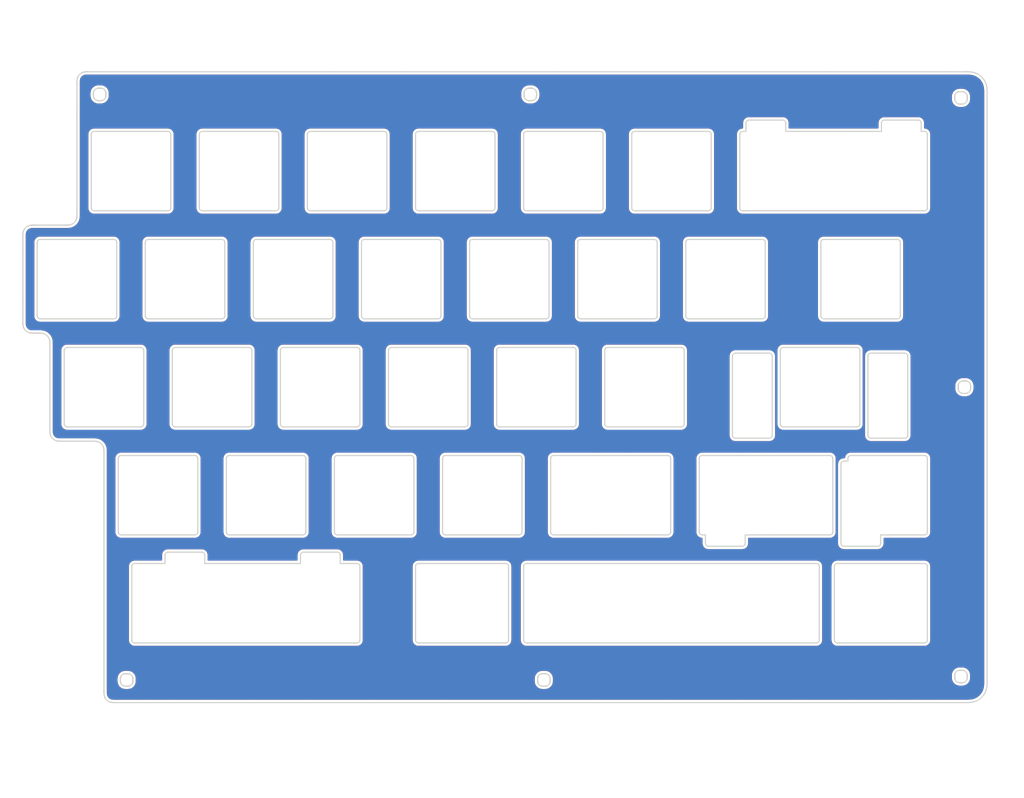
<source format=kicad_pcb>
(kicad_pcb (version 20190605) (host pcbnew "(5.1.0-1458-gf057bfc7c)")
  (layers (0 "F.Cu" signal) (31 "B.Cu" signal) (34 "B.Paste" user) (35 "F.Paste" user) (36 "B.SilkS" user) (37 "F.SilkS" user) (38 "B.Mask" user) (39 "F.Mask" user) (44 "Edge.Cuts" user))
  (net 0 "")
  (gr_curve (pts (xy 168.985313 101.846234) (xy 168.985313 101.570088) (xy 168.761446 101.346221) (xy 168.4853 101.346221)) (layer "Edge.Cuts") (width 0.2))
  (gr_curve (pts (xy 168.985313 114.846215) (xy 168.985313 114.846215) (xy 168.985313 101.846234) (xy 168.985313 101.846234)) (layer "Edge.Cuts") (width 0.2))
  (gr_curve (pts (xy 168.4853 115.346228) (xy 168.761446 115.346228) (xy 168.985313 115.122361) (xy 168.985313 114.846215)) (layer "Edge.Cuts") (width 0.2))
  (gr_curve (pts (xy 166.10405 115.346228) (xy 166.10405 115.346228) (xy 168.4853 115.346228) (xy 168.4853 115.346228)) (layer "Edge.Cuts") (width 0.2))
  (gr_curve (pts (xy 155.485319 115.346228) (xy 155.485319 115.346228) (xy 166.10405 115.346228) (xy 166.10405 115.346228)) (layer "Edge.Cuts") (width 0.2))
  (gr_curve (pts (xy 153.104069 115.346228) (xy 153.104069 115.346228) (xy 155.485319 115.346228) (xy 155.485319 115.346228)) (layer "Edge.Cuts") (width 0.2))
  (gr_curve (pts (xy 152.604056 114.846215) (xy 152.604056 115.122361) (xy 152.827923 115.346228) (xy 153.104069 115.346228)) (layer "Edge.Cuts") (width 0.2))
  (gr_curve (pts (xy 152.604056 101.846234) (xy 152.604056 101.846234) (xy 152.604056 114.846215) (xy 152.604056 114.846215)) (layer "Edge.Cuts") (width 0.2))
  (gr_curve (pts (xy 153.104069 101.346221) (xy 152.827923 101.346221) (xy 152.604056 101.570088) (xy 152.604056 101.846234)) (layer "Edge.Cuts") (width 0.2))
  (gr_curve (pts (xy 155.485319 101.346221) (xy 155.485319 101.346221) (xy 153.104069 101.346221) (xy 153.104069 101.346221)) (layer "Edge.Cuts") (width 0.2))
  (gr_curve (pts (xy 166.10405 101.346221) (xy 166.10405 101.346221) (xy 155.485319 101.346221) (xy 155.485319 101.346221)) (layer "Edge.Cuts") (width 0.2))
  (gr_curve (pts (xy 168.4853 101.346221) (xy 168.4853 101.346221) (xy 166.10405 101.346221) (xy 166.10405 101.346221)) (layer "Edge.Cuts") (width 0.2))
  (gr_curve (pts (xy 149.935313 101.846234) (xy 149.935313 101.570088) (xy 149.711446 101.346221) (xy 149.4353 101.346221)) (layer "Edge.Cuts") (width 0.2))
  (gr_curve (pts (xy 149.935313 114.846215) (xy 149.935313 114.846215) (xy 149.935313 101.846234) (xy 149.935313 101.846234)) (layer "Edge.Cuts") (width 0.2))
  (gr_curve (pts (xy 149.4353 115.346228) (xy 149.711446 115.346228) (xy 149.935313 115.122361) (xy 149.935313 114.846215)) (layer "Edge.Cuts") (width 0.2))
  (gr_curve (pts (xy 142.29155 115.346228) (xy 142.29155 115.346228) (xy 149.4353 115.346228) (xy 149.4353 115.346228)) (layer "Edge.Cuts") (width 0.2))
  (gr_curve (pts (xy 136.435319 115.346228) (xy 136.435319 115.346228) (xy 142.29155 115.346228) (xy 142.29155 115.346228)) (layer "Edge.Cuts") (width 0.2))
  (gr_curve (pts (xy 130.3853 115.346228) (xy 130.3853 115.346228) (xy 136.435319 115.346228) (xy 136.435319 115.346228)) (layer "Edge.Cuts") (width 0.2))
  (gr_curve (pts (xy 129.291569 115.346228) (xy 129.291569 115.346228) (xy 130.3853 115.346228) (xy 130.3853 115.346228)) (layer "Edge.Cuts") (width 0.2))
  (gr_curve (pts (xy 118.47905 115.346228) (xy 118.47905 115.346228) (xy 129.291569 115.346228) (xy 129.291569 115.346228)) (layer "Edge.Cuts") (width 0.2))
  (gr_curve (pts (xy 117.385319 115.346228) (xy 117.385319 115.346228) (xy 118.47905 115.346228) (xy 118.47905 115.346228)) (layer "Edge.Cuts") (width 0.2))
  (gr_curve (pts (xy 111.3353 115.346228) (xy 111.3353 115.346228) (xy 117.385319 115.346228) (xy 117.385319 115.346228)) (layer "Edge.Cuts") (width 0.2))
  (gr_curve (pts (xy 105.479069 115.346228) (xy 105.479069 115.346228) (xy 111.3353 115.346228) (xy 111.3353 115.346228)) (layer "Edge.Cuts") (width 0.2))
  (gr_curve (pts (xy 98.335319 115.346228) (xy 98.335319 115.346228) (xy 105.479069 115.346228) (xy 105.479069 115.346228)) (layer "Edge.Cuts") (width 0.2))
  (gr_curve (pts (xy 97.835306 114.846215) (xy 97.835306 115.122361) (xy 98.059173 115.346228) (xy 98.335319 115.346228)) (layer "Edge.Cuts") (width 0.2))
  (gr_curve (pts (xy 97.835306 101.846234) (xy 97.835306 101.846234) (xy 97.835306 114.846215) (xy 97.835306 114.846215)) (layer "Edge.Cuts") (width 0.2))
  (gr_curve (pts (xy 98.335319 101.346221) (xy 98.059173 101.346221) (xy 97.835306 101.570088) (xy 97.835306 101.846234)) (layer "Edge.Cuts") (width 0.2))
  (gr_curve (pts (xy 105.479069 101.346221) (xy 105.479069 101.346221) (xy 98.335319 101.346221) (xy 98.335319 101.346221)) (layer "Edge.Cuts") (width 0.2))
  (gr_curve (pts (xy 111.3353 101.346221) (xy 111.3353 101.346221) (xy 105.479069 101.346221) (xy 105.479069 101.346221)) (layer "Edge.Cuts") (width 0.2))
  (gr_curve (pts (xy 117.385319 101.346221) (xy 117.385319 101.346221) (xy 111.3353 101.346221) (xy 111.3353 101.346221)) (layer "Edge.Cuts") (width 0.2))
  (gr_curve (pts (xy 118.47905 101.346221) (xy 118.47905 101.346221) (xy 117.385319 101.346221) (xy 117.385319 101.346221)) (layer "Edge.Cuts") (width 0.2))
  (gr_curve (pts (xy 129.291569 101.346221) (xy 129.291569 101.346221) (xy 118.47905 101.346221) (xy 118.47905 101.346221)) (layer "Edge.Cuts") (width 0.2))
  (gr_curve (pts (xy 130.3853 101.346221) (xy 130.3853 101.346221) (xy 129.291569 101.346221) (xy 129.291569 101.346221)) (layer "Edge.Cuts") (width 0.2))
  (gr_curve (pts (xy 136.435319 101.346221) (xy 136.435319 101.346221) (xy 130.3853 101.346221) (xy 130.3853 101.346221)) (layer "Edge.Cuts") (width 0.2))
  (gr_curve (pts (xy 142.29155 101.346221) (xy 142.29155 101.346221) (xy 136.435319 101.346221) (xy 136.435319 101.346221)) (layer "Edge.Cuts") (width 0.2))
  (gr_curve (pts (xy 149.4353 101.346221) (xy 149.4353 101.346221) (xy 142.29155 101.346221) (xy 142.29155 101.346221)) (layer "Edge.Cuts") (width 0.2))
  (gr_curve (pts (xy 95.166563 101.846234) (xy 95.166563 101.570088) (xy 94.942696 101.346221) (xy 94.66655 101.346221)) (layer "Edge.Cuts") (width 0.2))
  (gr_curve (pts (xy 95.166563 114.846215) (xy 95.166563 114.846215) (xy 95.166563 101.846234) (xy 95.166563 101.846234)) (layer "Edge.Cuts") (width 0.2))
  (gr_curve (pts (xy 94.66655 115.346228) (xy 94.942696 115.346228) (xy 95.166563 115.122361) (xy 95.166563 114.846215)) (layer "Edge.Cuts") (width 0.2))
  (gr_curve (pts (xy 92.2853 115.346228) (xy 92.2853 115.346228) (xy 94.66655 115.346228) (xy 94.66655 115.346228)) (layer "Edge.Cuts") (width 0.2))
  (gr_curve (pts (xy 81.666569 115.346228) (xy 81.666569 115.346228) (xy 92.2853 115.346228) (xy 92.2853 115.346228)) (layer "Edge.Cuts") (width 0.2))
  (gr_curve (pts (xy 79.285319 115.346228) (xy 79.285319 115.346228) (xy 81.666569 115.346228) (xy 81.666569 115.346228)) (layer "Edge.Cuts") (width 0.2))
  (gr_curve (pts (xy 78.785306 114.846215) (xy 78.785306 115.122361) (xy 79.009173 115.346228) (xy 79.285319 115.346228)) (layer "Edge.Cuts") (width 0.2))
  (gr_curve (pts (xy 78.785306 101.846234) (xy 78.785306 101.846234) (xy 78.785306 114.846215) (xy 78.785306 114.846215)) (layer "Edge.Cuts") (width 0.2))
  (gr_curve (pts (xy 79.285319 101.346221) (xy 79.009173 101.346221) (xy 78.785306 101.570088) (xy 78.785306 101.846234)) (layer "Edge.Cuts") (width 0.2))
  (gr_curve (pts (xy 81.666569 101.346221) (xy 81.666569 101.346221) (xy 79.285319 101.346221) (xy 79.285319 101.346221)) (layer "Edge.Cuts") (width 0.2))
  (gr_curve (pts (xy 92.2853 101.346221) (xy 92.2853 101.346221) (xy 81.666569 101.346221) (xy 81.666569 101.346221)) (layer "Edge.Cuts") (width 0.2))
  (gr_curve (pts (xy 94.66655 101.346221) (xy 94.66655 101.346221) (xy 92.2853 101.346221) (xy 92.2853 101.346221)) (layer "Edge.Cuts") (width 0.2))
  (gr_curve (pts (xy 68.972813 114.846222) (xy 68.972813 115.122368) (xy 68.748946 115.346235) (xy 68.4728 115.346235)) (layer "Edge.Cuts") (width 0.2))
  (gr_curve (pts (xy 68.972813 101.846241) (xy 68.972813 101.846241) (xy 68.972813 114.846222) (xy 68.972813 114.846222)) (layer "Edge.Cuts") (width 0.2))
  (gr_curve (pts (xy 68.4728 101.346228) (xy 68.748946 101.346228) (xy 68.972813 101.570095) (xy 68.972813 101.846241)) (layer "Edge.Cuts") (width 0.2))
  (gr_curve (pts (xy 65.504549 101.346228) (xy 65.504549 101.346228) (xy 68.4728 101.346228) (xy 68.4728 101.346228)) (layer "Edge.Cuts") (width 0.2))
  (gr_curve (pts (xy 65.504549 99.846234) (xy 65.504549 99.846234) (xy 65.504549 101.346228) (xy 65.504549 101.346228)) (layer "Edge.Cuts") (width 0.2))
  (gr_curve (pts (xy 65.004558 99.346221) (xy 65.280704 99.346221) (xy 65.504549 99.570088) (xy 65.504549 99.846234)) (layer "Edge.Cuts") (width 0.2))
  (gr_curve (pts (xy 59.004558 99.346221) (xy 59.004558 99.346221) (xy 65.004558 99.346221) (xy 65.004558 99.346221)) (layer "Edge.Cuts") (width 0.2))
  (gr_curve (pts (xy 58.504567 99.846234) (xy 58.504567 99.570088) (xy 58.728412 99.346221) (xy 59.004558 99.346221)) (layer "Edge.Cuts") (width 0.2))
  (gr_curve (pts (xy 58.504567 101.346228) (xy 58.504567 101.346228) (xy 58.504567 99.846234) (xy 58.504567 99.846234)) (layer "Edge.Cuts") (width 0.2))
  (gr_curve (pts (xy 56.56655 101.346228) (xy 56.56655 101.346228) (xy 58.504567 101.346228) (xy 58.504567 101.346228)) (layer "Edge.Cuts") (width 0.2))
  (gr_curve (pts (xy 55.472819 101.346228) (xy 55.472819 101.346228) (xy 56.56655 101.346228) (xy 56.56655 101.346228)) (layer "Edge.Cuts") (width 0.2))
  (gr_curve (pts (xy 42.27905 101.346228) (xy 42.27905 101.346228) (xy 55.472819 101.346228) (xy 55.472819 101.346228)) (layer "Edge.Cuts") (width 0.2))
  (gr_curve (pts (xy 41.628552 101.346228) (xy 41.628552 101.346228) (xy 42.27905 101.346228) (xy 42.27905 101.346228)) (layer "Edge.Cuts") (width 0.2))
  (gr_curve (pts (xy 41.628552 99.846234) (xy 41.628552 99.846234) (xy 41.628552 101.346228) (xy 41.628552 101.346228)) (layer "Edge.Cuts") (width 0.2))
  (gr_curve (pts (xy 41.128561 99.346221) (xy 41.404707 99.346221) (xy 41.628552 99.570088) (xy 41.628552 99.846234)) (layer "Edge.Cuts") (width 0.2))
  (gr_curve (pts (xy 35.128561 99.346221) (xy 35.128561 99.346221) (xy 41.128561 99.346221) (xy 41.128561 99.346221)) (layer "Edge.Cuts") (width 0.2))
  (gr_curve (pts (xy 34.62857 99.846234) (xy 34.62857 99.570088) (xy 34.852415 99.346221) (xy 35.128561 99.346221)) (layer "Edge.Cuts") (width 0.2))
  (gr_curve (pts (xy 34.62857 101.346228) (xy 34.62857 101.346228) (xy 34.62857 99.846234) (xy 34.62857 99.846234)) (layer "Edge.Cuts") (width 0.2))
  (gr_curve (pts (xy 29.279069 101.346228) (xy 29.279069 101.346228) (xy 34.62857 101.346228) (xy 34.62857 101.346228)) (layer "Edge.Cuts") (width 0.2))
  (gr_curve (pts (xy 28.779056 101.846241) (xy 28.779056 101.570095) (xy 29.002923 101.346228) (xy 29.279069 101.346228)) (layer "Edge.Cuts") (width 0.2))
  (gr_curve (pts (xy 28.779056 114.846222) (xy 28.779056 114.846222) (xy 28.779056 101.846241) (xy 28.779056 101.846241)) (layer "Edge.Cuts") (width 0.2))
  (gr_curve (pts (xy 29.279069 115.346235) (xy 29.002923 115.346235) (xy 28.779056 115.122368) (xy 28.779056 114.846222)) (layer "Edge.Cuts") (width 0.2))
  (gr_curve (pts (xy 42.27905 115.346235) (xy 42.27905 115.346235) (xy 29.279069 115.346235) (xy 29.279069 115.346235)) (layer "Edge.Cuts") (width 0.2))
  (gr_curve (pts (xy 55.472819 115.346235) (xy 55.472819 115.346235) (xy 42.27905 115.346235) (xy 42.27905 115.346235)) (layer "Edge.Cuts") (width 0.2))
  (gr_curve (pts (xy 56.56655 115.346235) (xy 56.56655 115.346235) (xy 55.472819 115.346235) (xy 55.472819 115.346235)) (layer "Edge.Cuts") (width 0.2))
  (gr_curve (pts (xy 68.4728 115.346235) (xy 68.4728 115.346235) (xy 56.56655 115.346235) (xy 56.56655 115.346235)) (layer "Edge.Cuts") (width 0.2))
  (gr_curve (pts (xy 168.985313 82.796234) (xy 168.985313 82.520088) (xy 168.761446 82.296221) (xy 168.4853 82.296221)) (layer "Edge.Cuts") (width 0.2))
  (gr_curve (pts (xy 168.985313 95.796215) (xy 168.985313 95.796215) (xy 168.985313 82.796234) (xy 168.985313 82.796234)) (layer "Edge.Cuts") (width 0.2))
  (gr_curve (pts (xy 168.4853 96.296228) (xy 168.761446 96.296228) (xy 168.985313 96.072361) (xy 168.985313 95.796215)) (layer "Edge.Cuts") (width 0.2))
  (gr_curve (pts (xy 160.754549 96.296228) (xy 160.754549 96.296228) (xy 168.4853 96.296228) (xy 168.4853 96.296228)) (layer "Edge.Cuts") (width 0.2))
  (gr_curve (pts (xy 160.754549 97.796222) (xy 160.754549 97.796222) (xy 160.754549 96.296228) (xy 160.754549 96.296228)) (layer "Edge.Cuts") (width 0.2))
  (gr_curve (pts (xy 160.254558 98.296235) (xy 160.530704 98.296235) (xy 160.754549 98.072368) (xy 160.754549 97.796222)) (layer "Edge.Cuts") (width 0.2))
  (gr_curve (pts (xy 154.254558 98.296235) (xy 154.254558 98.296235) (xy 160.254558 98.296235) (xy 160.254558 98.296235)) (layer "Edge.Cuts") (width 0.2))
  (gr_curve (pts (xy 153.754567 97.796222) (xy 153.754567 98.072368) (xy 153.978412 98.296235) (xy 154.254558 98.296235)) (layer "Edge.Cuts") (width 0.2))
  (gr_curve (pts (xy 153.754567 83.796216) (xy 153.754567 83.796216) (xy 153.754567 97.796222) (xy 153.754567 97.796222)) (layer "Edge.Cuts") (width 0.2))
  (gr_curve (pts (xy 154.254558 83.296225) (xy 153.978412 83.296225) (xy 153.754567 83.520091) (xy 153.754567 83.796216)) (layer "Edge.Cuts") (width 0.2))
  (gr_curve (pts (xy 154.985306 83.296225) (xy 154.985306 83.296225) (xy 154.254558 83.296225) (xy 154.254558 83.296225)) (layer "Edge.Cuts") (width 0.2))
  (gr_curve (pts (xy 154.985306 82.796234) (xy 154.985306 82.796234) (xy 154.985306 83.296225) (xy 154.985306 83.296225)) (layer "Edge.Cuts") (width 0.2))
  (gr_curve (pts (xy 155.485319 82.296221) (xy 155.209173 82.296221) (xy 154.985306 82.520088) (xy 154.985306 82.796234)) (layer "Edge.Cuts") (width 0.2))
  (gr_curve (pts (xy 168.4853 82.296221) (xy 168.4853 82.296221) (xy 155.485319 82.296221) (xy 155.485319 82.296221)) (layer "Edge.Cuts") (width 0.2))
  (gr_curve (pts (xy 152.316563 82.796234) (xy 152.316563 82.520088) (xy 152.092696 82.296221) (xy 151.81655 82.296221)) (layer "Edge.Cuts") (width 0.2))
  (gr_curve (pts (xy 152.316563 95.796215) (xy 152.316563 95.796215) (xy 152.316563 82.796234) (xy 152.316563 82.796234)) (layer "Edge.Cuts") (width 0.2))
  (gr_curve (pts (xy 151.81655 96.296228) (xy 152.092696 96.296228) (xy 152.316563 96.072361) (xy 152.316563 95.796215)) (layer "Edge.Cuts") (width 0.2))
  (gr_curve (pts (xy 149.4353 96.296228) (xy 149.4353 96.296228) (xy 151.81655 96.296228) (xy 151.81655 96.296228)) (layer "Edge.Cuts") (width 0.2))
  (gr_curve (pts (xy 142.29155 96.296228) (xy 142.29155 96.296228) (xy 149.4353 96.296228) (xy 149.4353 96.296228)) (layer "Edge.Cuts") (width 0.2))
  (gr_curve (pts (xy 138.816569 96.296228) (xy 138.816569 96.296228) (xy 142.29155 96.296228) (xy 142.29155 96.296228)) (layer "Edge.Cuts") (width 0.2))
  (gr_curve (pts (xy 136.878552 96.296228) (xy 136.878552 96.296228) (xy 138.816569 96.296228) (xy 138.816569 96.296228)) (layer "Edge.Cuts") (width 0.2))
  (gr_curve (pts (xy 136.878552 97.796222) (xy 136.878552 97.796222) (xy 136.878552 96.296228) (xy 136.878552 96.296228)) (layer "Edge.Cuts") (width 0.2))
  (gr_curve (pts (xy 136.378561 98.296235) (xy 136.654707 98.296235) (xy 136.878552 98.072368) (xy 136.878552 97.796222)) (layer "Edge.Cuts") (width 0.2))
  (gr_curve (pts (xy 130.378561 98.296235) (xy 130.378561 98.296235) (xy 136.378561 98.296235) (xy 136.378561 98.296235)) (layer "Edge.Cuts") (width 0.2))
  (gr_curve (pts (xy 129.87857 97.796222) (xy 129.87857 98.072368) (xy 130.102415 98.296235) (xy 130.378561 98.296235)) (layer "Edge.Cuts") (width 0.2))
  (gr_curve (pts (xy 129.87857 96.296228) (xy 129.87857 96.296228) (xy 129.87857 97.796222) (xy 129.87857 97.796222)) (layer "Edge.Cuts") (width 0.2))
  (gr_curve (pts (xy 129.291569 96.296228) (xy 129.291569 96.296228) (xy 129.87857 96.296228) (xy 129.87857 96.296228)) (layer "Edge.Cuts") (width 0.2))
  (gr_curve (pts (xy 128.791556 95.796215) (xy 128.791556 96.072361) (xy 129.015423 96.296228) (xy 129.291569 96.296228)) (layer "Edge.Cuts") (width 0.2))
  (gr_curve (pts (xy 128.791556 82.796234) (xy 128.791556 82.796234) (xy 128.791556 95.796215) (xy 128.791556 95.796215)) (layer "Edge.Cuts") (width 0.2))
  (gr_curve (pts (xy 129.291569 82.296221) (xy 129.015423 82.296221) (xy 128.791556 82.520088) (xy 128.791556 82.796234)) (layer "Edge.Cuts") (width 0.2))
  (gr_curve (pts (xy 136.435319 82.296221) (xy 136.435319 82.296221) (xy 129.291569 82.296221) (xy 129.291569 82.296221)) (layer "Edge.Cuts") (width 0.2))
  (gr_curve (pts (xy 138.816569 82.296221) (xy 138.816569 82.296221) (xy 136.435319 82.296221) (xy 136.435319 82.296221)) (layer "Edge.Cuts") (width 0.2))
  (gr_curve (pts (xy 142.29155 82.296221) (xy 142.29155 82.296221) (xy 138.816569 82.296221) (xy 138.816569 82.296221)) (layer "Edge.Cuts") (width 0.2))
  (gr_curve (pts (xy 149.4353 82.296221) (xy 149.4353 82.296221) (xy 142.29155 82.296221) (xy 142.29155 82.296221)) (layer "Edge.Cuts") (width 0.2))
  (gr_curve (pts (xy 151.81655 82.296221) (xy 151.81655 82.296221) (xy 149.4353 82.296221) (xy 149.4353 82.296221)) (layer "Edge.Cuts") (width 0.2))
  (gr_curve (pts (xy 123.741563 82.796234) (xy 123.741563 82.520088) (xy 123.517696 82.296221) (xy 123.24155 82.296221)) (layer "Edge.Cuts") (width 0.2))
  (gr_curve (pts (xy 123.741563 95.796215) (xy 123.741563 95.796215) (xy 123.741563 82.796234) (xy 123.741563 82.796234)) (layer "Edge.Cuts") (width 0.2))
  (gr_curve (pts (xy 123.24155 96.296228) (xy 123.517696 96.296228) (xy 123.741563 96.072361) (xy 123.741563 95.796215)) (layer "Edge.Cuts") (width 0.2))
  (gr_curve (pts (xy 116.0978 96.296228) (xy 116.0978 96.296228) (xy 123.24155 96.296228) (xy 123.24155 96.296228)) (layer "Edge.Cuts") (width 0.2))
  (gr_curve (pts (xy 110.241569 96.296228) (xy 110.241569 96.296228) (xy 116.0978 96.296228) (xy 116.0978 96.296228)) (layer "Edge.Cuts") (width 0.2))
  (gr_curve (pts (xy 103.097819 96.296228) (xy 103.097819 96.296228) (xy 110.241569 96.296228) (xy 110.241569 96.296228)) (layer "Edge.Cuts") (width 0.2))
  (gr_curve (pts (xy 102.597806 95.796215) (xy 102.597806 96.072361) (xy 102.821673 96.296228) (xy 103.097819 96.296228)) (layer "Edge.Cuts") (width 0.2))
  (gr_curve (pts (xy 102.597806 82.796234) (xy 102.597806 82.796234) (xy 102.597806 95.796215) (xy 102.597806 95.796215)) (layer "Edge.Cuts") (width 0.2))
  (gr_curve (pts (xy 103.097819 82.296221) (xy 102.821673 82.296221) (xy 102.597806 82.520088) (xy 102.597806 82.796234)) (layer "Edge.Cuts") (width 0.2))
  (gr_curve (pts (xy 110.241569 82.296221) (xy 110.241569 82.296221) (xy 103.097819 82.296221) (xy 103.097819 82.296221)) (layer "Edge.Cuts") (width 0.2))
  (gr_curve (pts (xy 116.0978 82.296221) (xy 116.0978 82.296221) (xy 110.241569 82.296221) (xy 110.241569 82.296221)) (layer "Edge.Cuts") (width 0.2))
  (gr_curve (pts (xy 123.24155 82.296221) (xy 123.24155 82.296221) (xy 116.0978 82.296221) (xy 116.0978 82.296221)) (layer "Edge.Cuts") (width 0.2))
  (gr_curve (pts (xy 168.985313 25.646234) (xy 168.985313 25.370088) (xy 168.761446 25.146221) (xy 168.4853 25.146221)) (layer "Edge.Cuts") (width 0.2))
  (gr_curve (pts (xy 168.985313 38.646215) (xy 168.985313 38.646215) (xy 168.985313 25.646234) (xy 168.985313 25.646234)) (layer "Edge.Cuts") (width 0.2))
  (gr_curve (pts (xy 168.4853 39.146228) (xy 168.761446 39.146228) (xy 168.985313 38.922361) (xy 168.985313 38.646215)) (layer "Edge.Cuts") (width 0.2))
  (gr_curve (pts (xy 155.485319 39.146228) (xy 155.485319 39.146228) (xy 168.4853 39.146228) (xy 168.4853 39.146228)) (layer "Edge.Cuts") (width 0.2))
  (gr_curve (pts (xy 136.435319 39.146228) (xy 136.435319 39.146228) (xy 155.485319 39.146228) (xy 155.485319 39.146228)) (layer "Edge.Cuts") (width 0.2))
  (gr_curve (pts (xy 135.935306 38.646215) (xy 135.935306 38.922361) (xy 136.159173 39.146228) (xy 136.435319 39.146228)) (layer "Edge.Cuts") (width 0.2))
  (gr_curve (pts (xy 135.935306 25.646234) (xy 135.935306 25.646234) (xy 135.935306 38.646215) (xy 135.935306 38.646215)) (layer "Edge.Cuts") (width 0.2))
  (gr_curve (pts (xy 136.435319 25.146221) (xy 136.159173 25.146221) (xy 135.935306 25.370088) (xy 135.935306 25.646234)) (layer "Edge.Cuts") (width 0.2))
  (gr_curve (pts (xy 137.02232 25.146221) (xy 137.02232 25.146221) (xy 136.435319 25.146221) (xy 136.435319 25.146221)) (layer "Edge.Cuts") (width 0.2))
  (gr_curve (pts (xy 137.02232 23.646227) (xy 137.02232 23.646227) (xy 137.02232 25.146221) (xy 137.02232 25.146221)) (layer "Edge.Cuts") (width 0.2))
  (gr_curve (pts (xy 137.522311 23.146214) (xy 137.246165 23.146214) (xy 137.02232 23.370081) (xy 137.02232 23.646227)) (layer "Edge.Cuts") (width 0.2))
  (gr_curve (pts (xy 143.522311 23.146214) (xy 143.522311 23.146214) (xy 137.522311 23.146214) (xy 137.522311 23.146214)) (layer "Edge.Cuts") (width 0.2))
  (gr_curve (pts (xy 144.022302 23.646227) (xy 144.022302 23.370081) (xy 143.798457 23.146214) (xy 143.522311 23.146214)) (layer "Edge.Cuts") (width 0.2))
  (gr_curve (pts (xy 144.022302 25.146221) (xy 144.022302 25.146221) (xy 144.022302 23.646227) (xy 144.022302 23.646227)) (layer "Edge.Cuts") (width 0.2))
  (gr_curve (pts (xy 155.485319 25.146221) (xy 155.485319 25.146221) (xy 144.022302 25.146221) (xy 144.022302 25.146221)) (layer "Edge.Cuts") (width 0.2))
  (gr_curve (pts (xy 160.898317 25.146221) (xy 160.898317 25.146221) (xy 155.485319 25.146221) (xy 155.485319 25.146221)) (layer "Edge.Cuts") (width 0.2))
  (gr_curve (pts (xy 160.898317 23.646227) (xy 160.898317 23.646227) (xy 160.898317 25.146221) (xy 160.898317 25.146221)) (layer "Edge.Cuts") (width 0.2))
  (gr_curve (pts (xy 161.398308 23.146214) (xy 161.122162 23.146214) (xy 160.898317 23.370081) (xy 160.898317 23.646227)) (layer "Edge.Cuts") (width 0.2))
  (gr_curve (pts (xy 167.398308 23.146214) (xy 167.398308 23.146214) (xy 161.398308 23.146214) (xy 161.398308 23.146214)) (layer "Edge.Cuts") (width 0.2))
  (gr_curve (pts (xy 167.898299 23.646227) (xy 167.898299 23.370081) (xy 167.674454 23.146214) (xy 167.398308 23.146214)) (layer "Edge.Cuts") (width 0.2))
  (gr_curve (pts (xy 167.898299 25.146221) (xy 167.898299 25.146221) (xy 167.898299 23.646227) (xy 167.898299 23.646227)) (layer "Edge.Cuts") (width 0.2))
  (gr_curve (pts (xy 168.4853 25.146221) (xy 168.4853 25.146221) (xy 167.898299 25.146221) (xy 167.898299 25.146221)) (layer "Edge.Cuts") (width 0.2))
  (gr_curve (pts (xy 84.04781 96.296225) (xy 83.771667 96.296225) (xy 83.54781 96.072367) (xy 83.54781 95.796225)) (layer "Edge.Cuts") (width 0.2))
  (gr_curve (pts (xy 97.04781 96.296225) (xy 97.04781 96.296225) (xy 84.04781 96.296225) (xy 84.04781 96.296225)) (layer "Edge.Cuts") (width 0.2))
  (gr_curve (pts (xy 97.54781 95.796225) (xy 97.54781 96.072367) (xy 97.323952 96.296225) (xy 97.04781 96.296225)) (layer "Edge.Cuts") (width 0.2))
  (gr_curve (pts (xy 97.54781 82.796225) (xy 97.54781 82.796225) (xy 97.54781 95.796225) (xy 97.54781 95.796225)) (layer "Edge.Cuts") (width 0.2))
  (gr_curve (pts (xy 97.04781 82.296225) (xy 97.323952 82.296225) (xy 97.54781 82.520082) (xy 97.54781 82.796225)) (layer "Edge.Cuts") (width 0.2))
  (gr_curve (pts (xy 84.04781 82.296225) (xy 84.04781 82.296225) (xy 97.04781 82.296225) (xy 97.04781 82.296225)) (layer "Edge.Cuts") (width 0.2))
  (gr_curve (pts (xy 83.54781 82.796225) (xy 83.54781 82.520082) (xy 83.771667 82.296225) (xy 84.04781 82.296225)) (layer "Edge.Cuts") (width 0.2))
  (gr_curve (pts (xy 83.54781 95.796225) (xy 83.54781 95.796225) (xy 83.54781 82.796225) (xy 83.54781 82.796225)) (layer "Edge.Cuts") (width 0.2))
  (gr_curve (pts (xy 64.99781 96.296225) (xy 64.721667 96.296225) (xy 64.49781 96.072367) (xy 64.49781 95.796225)) (layer "Edge.Cuts") (width 0.2))
  (gr_curve (pts (xy 77.99781 96.296225) (xy 77.99781 96.296225) (xy 64.99781 96.296225) (xy 64.99781 96.296225)) (layer "Edge.Cuts") (width 0.2))
  (gr_curve (pts (xy 78.49781 95.796225) (xy 78.49781 96.072367) (xy 78.273952 96.296225) (xy 77.99781 96.296225)) (layer "Edge.Cuts") (width 0.2))
  (gr_curve (pts (xy 78.49781 82.796225) (xy 78.49781 82.796225) (xy 78.49781 95.796225) (xy 78.49781 95.796225)) (layer "Edge.Cuts") (width 0.2))
  (gr_curve (pts (xy 77.99781 82.296225) (xy 78.273952 82.296225) (xy 78.49781 82.520082) (xy 78.49781 82.796225)) (layer "Edge.Cuts") (width 0.2))
  (gr_curve (pts (xy 64.99781 82.296225) (xy 64.99781 82.296225) (xy 77.99781 82.296225) (xy 77.99781 82.296225)) (layer "Edge.Cuts") (width 0.2))
  (gr_curve (pts (xy 64.49781 82.796225) (xy 64.49781 82.520082) (xy 64.721667 82.296225) (xy 64.99781 82.296225)) (layer "Edge.Cuts") (width 0.2))
  (gr_curve (pts (xy 64.49781 95.796225) (xy 64.49781 95.796225) (xy 64.49781 82.796225) (xy 64.49781 82.796225)) (layer "Edge.Cuts") (width 0.2))
  (gr_curve (pts (xy 45.94781 96.296225) (xy 45.671667 96.296225) (xy 45.44781 96.072367) (xy 45.44781 95.796225)) (layer "Edge.Cuts") (width 0.2))
  (gr_curve (pts (xy 58.94781 96.296225) (xy 58.94781 96.296225) (xy 45.94781 96.296225) (xy 45.94781 96.296225)) (layer "Edge.Cuts") (width 0.2))
  (gr_curve (pts (xy 59.44781 95.796225) (xy 59.44781 96.072367) (xy 59.223952 96.296225) (xy 58.94781 96.296225)) (layer "Edge.Cuts") (width 0.2))
  (gr_curve (pts (xy 59.44781 82.796225) (xy 59.44781 82.796225) (xy 59.44781 95.796225) (xy 59.44781 95.796225)) (layer "Edge.Cuts") (width 0.2))
  (gr_curve (pts (xy 58.94781 82.296225) (xy 59.223952 82.296225) (xy 59.44781 82.520082) (xy 59.44781 82.796225)) (layer "Edge.Cuts") (width 0.2))
  (gr_curve (pts (xy 45.94781 82.296225) (xy 45.94781 82.296225) (xy 58.94781 82.296225) (xy 58.94781 82.296225)) (layer "Edge.Cuts") (width 0.2))
  (gr_curve (pts (xy 45.44781 82.796225) (xy 45.44781 82.520082) (xy 45.671667 82.296225) (xy 45.94781 82.296225)) (layer "Edge.Cuts") (width 0.2))
  (gr_curve (pts (xy 45.44781 95.796225) (xy 45.44781 95.796225) (xy 45.44781 82.796225) (xy 45.44781 82.796225)) (layer "Edge.Cuts") (width 0.2))
  (gr_curve (pts (xy 26.89781 96.296225) (xy 26.621667 96.296225) (xy 26.39781 96.072367) (xy 26.39781 95.796225)) (layer "Edge.Cuts") (width 0.2))
  (gr_curve (pts (xy 39.89781 96.296225) (xy 39.89781 96.296225) (xy 26.89781 96.296225) (xy 26.89781 96.296225)) (layer "Edge.Cuts") (width 0.2))
  (gr_curve (pts (xy 40.39781 95.796225) (xy 40.39781 96.072367) (xy 40.173952 96.296225) (xy 39.89781 96.296225)) (layer "Edge.Cuts") (width 0.2))
  (gr_curve (pts (xy 40.39781 82.796225) (xy 40.39781 82.796225) (xy 40.39781 95.796225) (xy 40.39781 95.796225)) (layer "Edge.Cuts") (width 0.2))
  (gr_curve (pts (xy 39.89781 82.296225) (xy 40.173952 82.296225) (xy 40.39781 82.520082) (xy 40.39781 82.796225)) (layer "Edge.Cuts") (width 0.2))
  (gr_curve (pts (xy 26.89781 82.296225) (xy 26.89781 82.296225) (xy 39.89781 82.296225) (xy 39.89781 82.296225)) (layer "Edge.Cuts") (width 0.2))
  (gr_curve (pts (xy 26.39781 82.796225) (xy 26.39781 82.520082) (xy 26.621667 82.296225) (xy 26.89781 82.296225)) (layer "Edge.Cuts") (width 0.2))
  (gr_curve (pts (xy 26.39781 95.796225) (xy 26.39781 95.796225) (xy 26.39781 82.796225) (xy 26.39781 82.796225)) (layer "Edge.Cuts") (width 0.2))
  (gr_curve (pts (xy 135.14106 79.246225) (xy 134.864917 79.246225) (xy 134.64106 79.022367) (xy 134.64106 78.746225)) (layer "Edge.Cuts") (width 0.2))
  (gr_curve (pts (xy 141.14106 79.246225) (xy 141.14106 79.246225) (xy 135.14106 79.246225) (xy 135.14106 79.246225)) (layer "Edge.Cuts") (width 0.2))
  (gr_curve (pts (xy 141.64106 78.746225) (xy 141.64106 79.022367) (xy 141.417202 79.246225) (xy 141.14106 79.246225)) (layer "Edge.Cuts") (width 0.2))
  (gr_curve (pts (xy 141.64106 64.746224) (xy 141.64106 64.746224) (xy 141.64106 78.746225) (xy 141.64106 78.746225)) (layer "Edge.Cuts") (width 0.2))
  (gr_curve (pts (xy 141.14106 64.246224) (xy 141.417202 64.246224) (xy 141.64106 64.470082) (xy 141.64106 64.746224)) (layer "Edge.Cuts") (width 0.2))
  (gr_curve (pts (xy 135.14106 64.246224) (xy 135.14106 64.246224) (xy 141.14106 64.246224) (xy 141.14106 64.246224)) (layer "Edge.Cuts") (width 0.2))
  (gr_curve (pts (xy 134.64106 64.746224) (xy 134.64106 64.470082) (xy 134.864917 64.246224) (xy 135.14106 64.246224)) (layer "Edge.Cuts") (width 0.2))
  (gr_curve (pts (xy 134.64106 78.746225) (xy 134.64106 78.746225) (xy 134.64106 64.746224) (xy 134.64106 64.746224)) (layer "Edge.Cuts") (width 0.2))
  (gr_curve (pts (xy 159.01706 79.246225) (xy 158.740917 79.246225) (xy 158.51706 79.022367) (xy 158.51706 78.746225)) (layer "Edge.Cuts") (width 0.2))
  (gr_curve (pts (xy 165.01706 79.246225) (xy 165.01706 79.246225) (xy 159.01706 79.246225) (xy 159.01706 79.246225)) (layer "Edge.Cuts") (width 0.2))
  (gr_curve (pts (xy 165.51706 78.746225) (xy 165.51706 79.022367) (xy 165.293202 79.246225) (xy 165.01706 79.246225)) (layer "Edge.Cuts") (width 0.2))
  (gr_curve (pts (xy 165.51706 64.746224) (xy 165.51706 64.746224) (xy 165.51706 78.746225) (xy 165.51706 78.746225)) (layer "Edge.Cuts") (width 0.2))
  (gr_curve (pts (xy 165.01706 64.246224) (xy 165.293202 64.246224) (xy 165.51706 64.470082) (xy 165.51706 64.746224)) (layer "Edge.Cuts") (width 0.2))
  (gr_curve (pts (xy 159.01706 64.246224) (xy 159.01706 64.246224) (xy 165.01706 64.246224) (xy 165.01706 64.246224)) (layer "Edge.Cuts") (width 0.2))
  (gr_curve (pts (xy 158.51706 64.746224) (xy 158.51706 64.470082) (xy 158.740917 64.246224) (xy 159.01706 64.246224)) (layer "Edge.Cuts") (width 0.2))
  (gr_curve (pts (xy 158.51706 78.746225) (xy 158.51706 78.746225) (xy 158.51706 64.746224) (xy 158.51706 64.746224)) (layer "Edge.Cuts") (width 0.2))
  (gr_curve (pts (xy 143.57906 77.246225) (xy 143.302917 77.246225) (xy 143.07906 77.022367) (xy 143.07906 76.746225)) (layer "Edge.Cuts") (width 0.2))
  (gr_curve (pts (xy 156.57906 77.246225) (xy 156.57906 77.246225) (xy 143.57906 77.246225) (xy 143.57906 77.246225)) (layer "Edge.Cuts") (width 0.2))
  (gr_curve (pts (xy 157.07906 76.746225) (xy 157.07906 77.022367) (xy 156.855202 77.246225) (xy 156.57906 77.246225)) (layer "Edge.Cuts") (width 0.2))
  (gr_curve (pts (xy 157.07906 63.746224) (xy 157.07906 63.746224) (xy 157.07906 76.746225) (xy 157.07906 76.746225)) (layer "Edge.Cuts") (width 0.2))
  (gr_curve (pts (xy 156.57906 63.246224) (xy 156.855202 63.246224) (xy 157.07906 63.470082) (xy 157.07906 63.746224)) (layer "Edge.Cuts") (width 0.2))
  (gr_curve (pts (xy 143.57906 63.246224) (xy 143.57906 63.246224) (xy 156.57906 63.246224) (xy 156.57906 63.246224)) (layer "Edge.Cuts") (width 0.2))
  (gr_curve (pts (xy 143.07906 63.746224) (xy 143.07906 63.470082) (xy 143.302917 63.246224) (xy 143.57906 63.246224)) (layer "Edge.Cuts") (width 0.2))
  (gr_curve (pts (xy 143.07906 76.746225) (xy 143.07906 76.746225) (xy 143.07906 63.746224) (xy 143.07906 63.746224)) (layer "Edge.Cuts") (width 0.2))
  (gr_curve (pts (xy 112.62281 77.246225) (xy 112.346667 77.246225) (xy 112.12281 77.022367) (xy 112.12281 76.746225)) (layer "Edge.Cuts") (width 0.2))
  (gr_curve (pts (xy 125.62281 77.246225) (xy 125.62281 77.246225) (xy 112.62281 77.246225) (xy 112.62281 77.246225)) (layer "Edge.Cuts") (width 0.2))
  (gr_curve (pts (xy 126.12281 76.746225) (xy 126.12281 77.022367) (xy 125.898952 77.246225) (xy 125.62281 77.246225)) (layer "Edge.Cuts") (width 0.2))
  (gr_curve (pts (xy 126.12281 63.746224) (xy 126.12281 63.746224) (xy 126.12281 76.746225) (xy 126.12281 76.746225)) (layer "Edge.Cuts") (width 0.2))
  (gr_curve (pts (xy 125.62281 63.246224) (xy 125.898952 63.246224) (xy 126.12281 63.470082) (xy 126.12281 63.746224)) (layer "Edge.Cuts") (width 0.2))
  (gr_curve (pts (xy 112.62281 63.246224) (xy 112.62281 63.246224) (xy 125.62281 63.246224) (xy 125.62281 63.246224)) (layer "Edge.Cuts") (width 0.2))
  (gr_curve (pts (xy 112.12281 63.746224) (xy 112.12281 63.470082) (xy 112.346667 63.246224) (xy 112.62281 63.246224)) (layer "Edge.Cuts") (width 0.2))
  (gr_curve (pts (xy 112.12281 76.746225) (xy 112.12281 76.746225) (xy 112.12281 63.746224) (xy 112.12281 63.746224)) (layer "Edge.Cuts") (width 0.2))
  (gr_curve (pts (xy 93.57281 77.246225) (xy 93.296667 77.246225) (xy 93.07281 77.022367) (xy 93.07281 76.746225)) (layer "Edge.Cuts") (width 0.2))
  (gr_curve (pts (xy 106.57281 77.246225) (xy 106.57281 77.246225) (xy 93.57281 77.246225) (xy 93.57281 77.246225)) (layer "Edge.Cuts") (width 0.2))
  (gr_curve (pts (xy 107.07281 76.746225) (xy 107.07281 77.022367) (xy 106.848952 77.246225) (xy 106.57281 77.246225)) (layer "Edge.Cuts") (width 0.2))
  (gr_curve (pts (xy 107.07281 63.746224) (xy 107.07281 63.746224) (xy 107.07281 76.746225) (xy 107.07281 76.746225)) (layer "Edge.Cuts") (width 0.2))
  (gr_curve (pts (xy 106.57281 63.246224) (xy 106.848952 63.246224) (xy 107.07281 63.470082) (xy 107.07281 63.746224)) (layer "Edge.Cuts") (width 0.2))
  (gr_curve (pts (xy 93.57281 63.246224) (xy 93.57281 63.246224) (xy 106.57281 63.246224) (xy 106.57281 63.246224)) (layer "Edge.Cuts") (width 0.2))
  (gr_curve (pts (xy 93.07281 63.746224) (xy 93.07281 63.470082) (xy 93.296667 63.246224) (xy 93.57281 63.246224)) (layer "Edge.Cuts") (width 0.2))
  (gr_curve (pts (xy 93.07281 76.746225) (xy 93.07281 76.746225) (xy 93.07281 63.746224) (xy 93.07281 63.746224)) (layer "Edge.Cuts") (width 0.2))
  (gr_curve (pts (xy 74.52281 77.246225) (xy 74.246667 77.246225) (xy 74.02281 77.022367) (xy 74.02281 76.746225)) (layer "Edge.Cuts") (width 0.2))
  (gr_curve (pts (xy 87.52281 77.246225) (xy 87.52281 77.246225) (xy 74.52281 77.246225) (xy 74.52281 77.246225)) (layer "Edge.Cuts") (width 0.2))
  (gr_curve (pts (xy 88.02281 76.746225) (xy 88.02281 77.022367) (xy 87.798952 77.246225) (xy 87.52281 77.246225)) (layer "Edge.Cuts") (width 0.2))
  (gr_curve (pts (xy 88.02281 63.746224) (xy 88.02281 63.746224) (xy 88.02281 76.746225) (xy 88.02281 76.746225)) (layer "Edge.Cuts") (width 0.2))
  (gr_curve (pts (xy 87.52281 63.246224) (xy 87.798952 63.246224) (xy 88.02281 63.470082) (xy 88.02281 63.746224)) (layer "Edge.Cuts") (width 0.2))
  (gr_curve (pts (xy 74.52281 63.246224) (xy 74.52281 63.246224) (xy 87.52281 63.246224) (xy 87.52281 63.246224)) (layer "Edge.Cuts") (width 0.2))
  (gr_curve (pts (xy 74.02281 63.746224) (xy 74.02281 63.470082) (xy 74.246667 63.246224) (xy 74.52281 63.246224)) (layer "Edge.Cuts") (width 0.2))
  (gr_curve (pts (xy 74.02281 76.746225) (xy 74.02281 76.746225) (xy 74.02281 63.746224) (xy 74.02281 63.746224)) (layer "Edge.Cuts") (width 0.2))
  (gr_curve (pts (xy 55.47281 77.246225) (xy 55.196667 77.246225) (xy 54.97281 77.022367) (xy 54.97281 76.746225)) (layer "Edge.Cuts") (width 0.2))
  (gr_curve (pts (xy 68.47281 77.246225) (xy 68.47281 77.246225) (xy 55.47281 77.246225) (xy 55.47281 77.246225)) (layer "Edge.Cuts") (width 0.2))
  (gr_curve (pts (xy 68.97281 76.746225) (xy 68.97281 77.022367) (xy 68.748952 77.246225) (xy 68.47281 77.246225)) (layer "Edge.Cuts") (width 0.2))
  (gr_curve (pts (xy 68.97281 63.746224) (xy 68.97281 63.746224) (xy 68.97281 76.746225) (xy 68.97281 76.746225)) (layer "Edge.Cuts") (width 0.2))
  (gr_curve (pts (xy 68.47281 63.246224) (xy 68.748952 63.246224) (xy 68.97281 63.470082) (xy 68.97281 63.746224)) (layer "Edge.Cuts") (width 0.2))
  (gr_curve (pts (xy 55.47281 63.246224) (xy 55.47281 63.246224) (xy 68.47281 63.246224) (xy 68.47281 63.246224)) (layer "Edge.Cuts") (width 0.2))
  (gr_curve (pts (xy 54.97281 63.746224) (xy 54.97281 63.470082) (xy 55.196667 63.246224) (xy 55.47281 63.246224)) (layer "Edge.Cuts") (width 0.2))
  (gr_curve (pts (xy 54.97281 76.746225) (xy 54.97281 76.746225) (xy 54.97281 63.746224) (xy 54.97281 63.746224)) (layer "Edge.Cuts") (width 0.2))
  (gr_curve (pts (xy 36.42281 77.246225) (xy 36.146667 77.246225) (xy 35.92281 77.022367) (xy 35.92281 76.746225)) (layer "Edge.Cuts") (width 0.2))
  (gr_curve (pts (xy 49.42281 77.246225) (xy 49.42281 77.246225) (xy 36.42281 77.246225) (xy 36.42281 77.246225)) (layer "Edge.Cuts") (width 0.2))
  (gr_curve (pts (xy 49.92281 76.746225) (xy 49.92281 77.022367) (xy 49.698952 77.246225) (xy 49.42281 77.246225)) (layer "Edge.Cuts") (width 0.2))
  (gr_curve (pts (xy 49.92281 63.746224) (xy 49.92281 63.746224) (xy 49.92281 76.746225) (xy 49.92281 76.746225)) (layer "Edge.Cuts") (width 0.2))
  (gr_curve (pts (xy 49.42281 63.246224) (xy 49.698952 63.246224) (xy 49.92281 63.470082) (xy 49.92281 63.746224)) (layer "Edge.Cuts") (width 0.2))
  (gr_curve (pts (xy 36.42281 63.246224) (xy 36.42281 63.246224) (xy 49.42281 63.246224) (xy 49.42281 63.246224)) (layer "Edge.Cuts") (width 0.2))
  (gr_curve (pts (xy 35.92281 63.746224) (xy 35.92281 63.470082) (xy 36.146667 63.246224) (xy 36.42281 63.246224)) (layer "Edge.Cuts") (width 0.2))
  (gr_curve (pts (xy 35.92281 76.746225) (xy 35.92281 76.746225) (xy 35.92281 63.746224) (xy 35.92281 63.746224)) (layer "Edge.Cuts") (width 0.2))
  (gr_curve (pts (xy 17.37281 77.246225) (xy 17.096667 77.246225) (xy 16.87281 77.022367) (xy 16.87281 76.746225)) (layer "Edge.Cuts") (width 0.2))
  (gr_curve (pts (xy 30.37281 77.246225) (xy 30.37281 77.246225) (xy 17.37281 77.246225) (xy 17.37281 77.246225)) (layer "Edge.Cuts") (width 0.2))
  (gr_curve (pts (xy 30.87281 76.746225) (xy 30.87281 77.022367) (xy 30.648952 77.246225) (xy 30.37281 77.246225)) (layer "Edge.Cuts") (width 0.2))
  (gr_curve (pts (xy 30.87281 63.746224) (xy 30.87281 63.746224) (xy 30.87281 76.746225) (xy 30.87281 76.746225)) (layer "Edge.Cuts") (width 0.2))
  (gr_curve (pts (xy 30.37281 63.246224) (xy 30.648952 63.246224) (xy 30.87281 63.470082) (xy 30.87281 63.746224)) (layer "Edge.Cuts") (width 0.2))
  (gr_curve (pts (xy 17.37281 63.246224) (xy 17.37281 63.246224) (xy 30.37281 63.246224) (xy 30.37281 63.246224)) (layer "Edge.Cuts") (width 0.2))
  (gr_curve (pts (xy 16.87281 63.746224) (xy 16.87281 63.470082) (xy 17.096667 63.246224) (xy 17.37281 63.246224)) (layer "Edge.Cuts") (width 0.2))
  (gr_curve (pts (xy 16.87281 76.746225) (xy 16.87281 76.746225) (xy 16.87281 63.746224) (xy 16.87281 63.746224)) (layer "Edge.Cuts") (width 0.2))
  (gr_curve (pts (xy 150.72281 58.196224) (xy 150.446667 58.196224) (xy 150.22281 57.972367) (xy 150.22281 57.696224)) (layer "Edge.Cuts") (width 0.2))
  (gr_curve (pts (xy 163.72281 58.196224) (xy 163.72281 58.196224) (xy 150.72281 58.196224) (xy 150.72281 58.196224)) (layer "Edge.Cuts") (width 0.2))
  (gr_curve (pts (xy 164.22281 57.696224) (xy 164.22281 57.972367) (xy 163.998952 58.196224) (xy 163.72281 58.196224)) (layer "Edge.Cuts") (width 0.2))
  (gr_curve (pts (xy 164.22281 44.696224) (xy 164.22281 44.696224) (xy 164.22281 57.696224) (xy 164.22281 57.696224)) (layer "Edge.Cuts") (width 0.2))
  (gr_curve (pts (xy 163.72281 44.196224) (xy 163.998952 44.196224) (xy 164.22281 44.420082) (xy 164.22281 44.696224)) (layer "Edge.Cuts") (width 0.2))
  (gr_curve (pts (xy 150.72281 44.196224) (xy 150.72281 44.196224) (xy 163.72281 44.196224) (xy 163.72281 44.196224)) (layer "Edge.Cuts") (width 0.2))
  (gr_curve (pts (xy 150.22281 44.696224) (xy 150.22281 44.420082) (xy 150.446667 44.196224) (xy 150.72281 44.196224)) (layer "Edge.Cuts") (width 0.2))
  (gr_curve (pts (xy 150.22281 57.696224) (xy 150.22281 57.696224) (xy 150.22281 44.696224) (xy 150.22281 44.696224)) (layer "Edge.Cuts") (width 0.2))
  (gr_curve (pts (xy 126.91031 58.196224) (xy 126.634167 58.196224) (xy 126.41031 57.972367) (xy 126.41031 57.696224)) (layer "Edge.Cuts") (width 0.2))
  (gr_curve (pts (xy 139.91031 58.196224) (xy 139.91031 58.196224) (xy 126.91031 58.196224) (xy 126.91031 58.196224)) (layer "Edge.Cuts") (width 0.2))
  (gr_curve (pts (xy 140.41031 57.696224) (xy 140.41031 57.972367) (xy 140.186452 58.196224) (xy 139.91031 58.196224)) (layer "Edge.Cuts") (width 0.2))
  (gr_curve (pts (xy 140.41031 44.696224) (xy 140.41031 44.696224) (xy 140.41031 57.696224) (xy 140.41031 57.696224)) (layer "Edge.Cuts") (width 0.2))
  (gr_curve (pts (xy 139.91031 44.196224) (xy 140.186452 44.196224) (xy 140.41031 44.420082) (xy 140.41031 44.696224)) (layer "Edge.Cuts") (width 0.2))
  (gr_curve (pts (xy 126.91031 44.196224) (xy 126.91031 44.196224) (xy 139.91031 44.196224) (xy 139.91031 44.196224)) (layer "Edge.Cuts") (width 0.2))
  (gr_curve (pts (xy 126.41031 44.696224) (xy 126.41031 44.420082) (xy 126.634167 44.196224) (xy 126.91031 44.196224)) (layer "Edge.Cuts") (width 0.2))
  (gr_curve (pts (xy 126.41031 57.696224) (xy 126.41031 57.696224) (xy 126.41031 44.696224) (xy 126.41031 44.696224)) (layer "Edge.Cuts") (width 0.2))
  (gr_curve (pts (xy 107.86031 58.196224) (xy 107.584167 58.196224) (xy 107.36031 57.972367) (xy 107.36031 57.696224)) (layer "Edge.Cuts") (width 0.2))
  (gr_curve (pts (xy 120.86031 58.196224) (xy 120.86031 58.196224) (xy 107.86031 58.196224) (xy 107.86031 58.196224)) (layer "Edge.Cuts") (width 0.2))
  (gr_curve (pts (xy 121.36031 57.696224) (xy 121.36031 57.972367) (xy 121.136452 58.196224) (xy 120.86031 58.196224)) (layer "Edge.Cuts") (width 0.2))
  (gr_curve (pts (xy 121.36031 44.696224) (xy 121.36031 44.696224) (xy 121.36031 57.696224) (xy 121.36031 57.696224)) (layer "Edge.Cuts") (width 0.2))
  (gr_curve (pts (xy 120.86031 44.196224) (xy 121.136452 44.196224) (xy 121.36031 44.420082) (xy 121.36031 44.696224)) (layer "Edge.Cuts") (width 0.2))
  (gr_curve (pts (xy 107.86031 44.196224) (xy 107.86031 44.196224) (xy 120.86031 44.196224) (xy 120.86031 44.196224)) (layer "Edge.Cuts") (width 0.2))
  (gr_curve (pts (xy 107.36031 44.696224) (xy 107.36031 44.420082) (xy 107.584167 44.196224) (xy 107.86031 44.196224)) (layer "Edge.Cuts") (width 0.2))
  (gr_curve (pts (xy 107.36031 57.696224) (xy 107.36031 57.696224) (xy 107.36031 44.696224) (xy 107.36031 44.696224)) (layer "Edge.Cuts") (width 0.2))
  (gr_curve (pts (xy 88.81031 58.196224) (xy 88.534167 58.196224) (xy 88.31031 57.972367) (xy 88.31031 57.696224)) (layer "Edge.Cuts") (width 0.2))
  (gr_curve (pts (xy 101.81031 58.196224) (xy 101.81031 58.196224) (xy 88.81031 58.196224) (xy 88.81031 58.196224)) (layer "Edge.Cuts") (width 0.2))
  (gr_curve (pts (xy 102.31031 57.696224) (xy 102.31031 57.972367) (xy 102.086452 58.196224) (xy 101.81031 58.196224)) (layer "Edge.Cuts") (width 0.2))
  (gr_curve (pts (xy 102.31031 44.696224) (xy 102.31031 44.696224) (xy 102.31031 57.696224) (xy 102.31031 57.696224)) (layer "Edge.Cuts") (width 0.2))
  (gr_curve (pts (xy 101.81031 44.196224) (xy 102.086452 44.196224) (xy 102.31031 44.420082) (xy 102.31031 44.696224)) (layer "Edge.Cuts") (width 0.2))
  (gr_curve (pts (xy 88.81031 44.196224) (xy 88.81031 44.196224) (xy 101.81031 44.196224) (xy 101.81031 44.196224)) (layer "Edge.Cuts") (width 0.2))
  (gr_curve (pts (xy 88.31031 44.696224) (xy 88.31031 44.420082) (xy 88.534167 44.196224) (xy 88.81031 44.196224)) (layer "Edge.Cuts") (width 0.2))
  (gr_curve (pts (xy 88.31031 57.696224) (xy 88.31031 57.696224) (xy 88.31031 44.696224) (xy 88.31031 44.696224)) (layer "Edge.Cuts") (width 0.2))
  (gr_curve (pts (xy 69.76031 58.196224) (xy 69.484167 58.196224) (xy 69.26031 57.972367) (xy 69.26031 57.696224)) (layer "Edge.Cuts") (width 0.2))
  (gr_curve (pts (xy 82.76031 58.196224) (xy 82.76031 58.196224) (xy 69.76031 58.196224) (xy 69.76031 58.196224)) (layer "Edge.Cuts") (width 0.2))
  (gr_curve (pts (xy 83.26031 57.696224) (xy 83.26031 57.972367) (xy 83.036452 58.196224) (xy 82.76031 58.196224)) (layer "Edge.Cuts") (width 0.2))
  (gr_curve (pts (xy 83.26031 44.696224) (xy 83.26031 44.696224) (xy 83.26031 57.696224) (xy 83.26031 57.696224)) (layer "Edge.Cuts") (width 0.2))
  (gr_curve (pts (xy 82.76031 44.196224) (xy 83.036452 44.196224) (xy 83.26031 44.420082) (xy 83.26031 44.696224)) (layer "Edge.Cuts") (width 0.2))
  (gr_curve (pts (xy 69.76031 44.196224) (xy 69.76031 44.196224) (xy 82.76031 44.196224) (xy 82.76031 44.196224)) (layer "Edge.Cuts") (width 0.2))
  (gr_curve (pts (xy 69.26031 44.696224) (xy 69.26031 44.420082) (xy 69.484167 44.196224) (xy 69.76031 44.196224)) (layer "Edge.Cuts") (width 0.2))
  (gr_curve (pts (xy 69.26031 57.696224) (xy 69.26031 57.696224) (xy 69.26031 44.696224) (xy 69.26031 44.696224)) (layer "Edge.Cuts") (width 0.2))
  (gr_curve (pts (xy 50.71031 58.196224) (xy 50.434167 58.196224) (xy 50.21031 57.972367) (xy 50.21031 57.696224)) (layer "Edge.Cuts") (width 0.2))
  (gr_curve (pts (xy 63.71031 58.196224) (xy 63.71031 58.196224) (xy 50.71031 58.196224) (xy 50.71031 58.196224)) (layer "Edge.Cuts") (width 0.2))
  (gr_curve (pts (xy 64.21031 57.696224) (xy 64.21031 57.972367) (xy 63.986452 58.196224) (xy 63.71031 58.196224)) (layer "Edge.Cuts") (width 0.2))
  (gr_curve (pts (xy 64.21031 44.696224) (xy 64.21031 44.696224) (xy 64.21031 57.696224) (xy 64.21031 57.696224)) (layer "Edge.Cuts") (width 0.2))
  (gr_curve (pts (xy 63.71031 44.196224) (xy 63.986452 44.196224) (xy 64.21031 44.420082) (xy 64.21031 44.696224)) (layer "Edge.Cuts") (width 0.2))
  (gr_curve (pts (xy 50.71031 44.196224) (xy 50.71031 44.196224) (xy 63.71031 44.196224) (xy 63.71031 44.196224)) (layer "Edge.Cuts") (width 0.2))
  (gr_curve (pts (xy 50.21031 44.696224) (xy 50.21031 44.420082) (xy 50.434167 44.196224) (xy 50.71031 44.196224)) (layer "Edge.Cuts") (width 0.2))
  (gr_curve (pts (xy 50.21031 57.696224) (xy 50.21031 57.696224) (xy 50.21031 44.696224) (xy 50.21031 44.696224)) (layer "Edge.Cuts") (width 0.2))
  (gr_curve (pts (xy 31.66031 58.196224) (xy 31.384167 58.196224) (xy 31.16031 57.972367) (xy 31.16031 57.696224)) (layer "Edge.Cuts") (width 0.2))
  (gr_curve (pts (xy 44.66031 58.196224) (xy 44.66031 58.196224) (xy 31.66031 58.196224) (xy 31.66031 58.196224)) (layer "Edge.Cuts") (width 0.2))
  (gr_curve (pts (xy 45.16031 57.696224) (xy 45.16031 57.972367) (xy 44.936452 58.196224) (xy 44.66031 58.196224)) (layer "Edge.Cuts") (width 0.2))
  (gr_curve (pts (xy 45.16031 44.696224) (xy 45.16031 44.696224) (xy 45.16031 57.696224) (xy 45.16031 57.696224)) (layer "Edge.Cuts") (width 0.2))
  (gr_curve (pts (xy 44.66031 44.196224) (xy 44.936452 44.196224) (xy 45.16031 44.420082) (xy 45.16031 44.696224)) (layer "Edge.Cuts") (width 0.2))
  (gr_curve (pts (xy 31.66031 44.196224) (xy 31.66031 44.196224) (xy 44.66031 44.196224) (xy 44.66031 44.196224)) (layer "Edge.Cuts") (width 0.2))
  (gr_curve (pts (xy 31.16031 44.696224) (xy 31.16031 44.420082) (xy 31.384167 44.196224) (xy 31.66031 44.196224)) (layer "Edge.Cuts") (width 0.2))
  (gr_curve (pts (xy 31.16031 57.696224) (xy 31.16031 57.696224) (xy 31.16031 44.696224) (xy 31.16031 44.696224)) (layer "Edge.Cuts") (width 0.2))
  (gr_curve (pts (xy 12.61031 58.196224) (xy 12.334167 58.196224) (xy 12.11031 57.972367) (xy 12.11031 57.696224)) (layer "Edge.Cuts") (width 0.2))
  (gr_curve (pts (xy 25.61031 58.196224) (xy 25.61031 58.196224) (xy 12.61031 58.196224) (xy 12.61031 58.196224)) (layer "Edge.Cuts") (width 0.2))
  (gr_curve (pts (xy 26.11031 57.696224) (xy 26.11031 57.972367) (xy 25.886452 58.196224) (xy 25.61031 58.196224)) (layer "Edge.Cuts") (width 0.2))
  (gr_curve (pts (xy 26.11031 44.696224) (xy 26.11031 44.696224) (xy 26.11031 57.696224) (xy 26.11031 57.696224)) (layer "Edge.Cuts") (width 0.2))
  (gr_curve (pts (xy 25.61031 44.196224) (xy 25.886452 44.196224) (xy 26.11031 44.420082) (xy 26.11031 44.696224)) (layer "Edge.Cuts") (width 0.2))
  (gr_curve (pts (xy 12.61031 44.196224) (xy 12.61031 44.196224) (xy 25.61031 44.196224) (xy 25.61031 44.196224)) (layer "Edge.Cuts") (width 0.2))
  (gr_curve (pts (xy 12.11031 44.696224) (xy 12.11031 44.420082) (xy 12.334167 44.196224) (xy 12.61031 44.196224)) (layer "Edge.Cuts") (width 0.2))
  (gr_curve (pts (xy 12.11031 57.696224) (xy 12.11031 57.696224) (xy 12.11031 44.696224) (xy 12.11031 44.696224)) (layer "Edge.Cuts") (width 0.2))
  (gr_curve (pts (xy 117.38531 39.146224) (xy 117.109167 39.146224) (xy 116.88531 38.922367) (xy 116.88531 38.646224)) (layer "Edge.Cuts") (width 0.2))
  (gr_curve (pts (xy 130.38531 39.146224) (xy 130.38531 39.146224) (xy 117.38531 39.146224) (xy 117.38531 39.146224)) (layer "Edge.Cuts") (width 0.2))
  (gr_curve (pts (xy 130.88531 38.646224) (xy 130.88531 38.922367) (xy 130.661452 39.146224) (xy 130.38531 39.146224)) (layer "Edge.Cuts") (width 0.2))
  (gr_curve (pts (xy 130.88531 25.646224) (xy 130.88531 25.646224) (xy 130.88531 38.646224) (xy 130.88531 38.646224)) (layer "Edge.Cuts") (width 0.2))
  (gr_curve (pts (xy 130.38531 25.146224) (xy 130.661452 25.146224) (xy 130.88531 25.370082) (xy 130.88531 25.646224)) (layer "Edge.Cuts") (width 0.2))
  (gr_curve (pts (xy 117.38531 25.146224) (xy 117.38531 25.146224) (xy 130.38531 25.146224) (xy 130.38531 25.146224)) (layer "Edge.Cuts") (width 0.2))
  (gr_curve (pts (xy 116.88531 25.646224) (xy 116.88531 25.370082) (xy 117.109167 25.146224) (xy 117.38531 25.146224)) (layer "Edge.Cuts") (width 0.2))
  (gr_curve (pts (xy 116.88531 38.646224) (xy 116.88531 38.646224) (xy 116.88531 25.646224) (xy 116.88531 25.646224)) (layer "Edge.Cuts") (width 0.2))
  (gr_curve (pts (xy 98.33531 39.146224) (xy 98.059167 39.146224) (xy 97.83531 38.922367) (xy 97.83531 38.646224)) (layer "Edge.Cuts") (width 0.2))
  (gr_curve (pts (xy 111.33531 39.146224) (xy 111.33531 39.146224) (xy 98.33531 39.146224) (xy 98.33531 39.146224)) (layer "Edge.Cuts") (width 0.2))
  (gr_curve (pts (xy 111.83531 38.646224) (xy 111.83531 38.922367) (xy 111.611452 39.146224) (xy 111.33531 39.146224)) (layer "Edge.Cuts") (width 0.2))
  (gr_curve (pts (xy 111.83531 25.646224) (xy 111.83531 25.646224) (xy 111.83531 38.646224) (xy 111.83531 38.646224)) (layer "Edge.Cuts") (width 0.2))
  (gr_curve (pts (xy 111.33531 25.146224) (xy 111.611452 25.146224) (xy 111.83531 25.370082) (xy 111.83531 25.646224)) (layer "Edge.Cuts") (width 0.2))
  (gr_curve (pts (xy 98.33531 25.146224) (xy 98.33531 25.146224) (xy 111.33531 25.146224) (xy 111.33531 25.146224)) (layer "Edge.Cuts") (width 0.2))
  (gr_curve (pts (xy 97.83531 25.646224) (xy 97.83531 25.370082) (xy 98.059167 25.146224) (xy 98.33531 25.146224)) (layer "Edge.Cuts") (width 0.2))
  (gr_curve (pts (xy 97.83531 38.646224) (xy 97.83531 38.646224) (xy 97.83531 25.646224) (xy 97.83531 25.646224)) (layer "Edge.Cuts") (width 0.2))
  (gr_curve (pts (xy 79.28531 39.146224) (xy 79.009167 39.146224) (xy 78.78531 38.922367) (xy 78.78531 38.646224)) (layer "Edge.Cuts") (width 0.2))
  (gr_curve (pts (xy 92.28531 39.146224) (xy 92.28531 39.146224) (xy 79.28531 39.146224) (xy 79.28531 39.146224)) (layer "Edge.Cuts") (width 0.2))
  (gr_curve (pts (xy 92.78531 38.646224) (xy 92.78531 38.922367) (xy 92.561452 39.146224) (xy 92.28531 39.146224)) (layer "Edge.Cuts") (width 0.2))
  (gr_curve (pts (xy 92.78531 25.646224) (xy 92.78531 25.646224) (xy 92.78531 38.646224) (xy 92.78531 38.646224)) (layer "Edge.Cuts") (width 0.2))
  (gr_curve (pts (xy 92.28531 25.146224) (xy 92.561452 25.146224) (xy 92.78531 25.370082) (xy 92.78531 25.646224)) (layer "Edge.Cuts") (width 0.2))
  (gr_curve (pts (xy 79.28531 25.146224) (xy 79.28531 25.146224) (xy 92.28531 25.146224) (xy 92.28531 25.146224)) (layer "Edge.Cuts") (width 0.2))
  (gr_curve (pts (xy 78.78531 25.646224) (xy 78.78531 25.370082) (xy 79.009167 25.146224) (xy 79.28531 25.146224)) (layer "Edge.Cuts") (width 0.2))
  (gr_curve (pts (xy 78.78531 38.646224) (xy 78.78531 38.646224) (xy 78.78531 25.646224) (xy 78.78531 25.646224)) (layer "Edge.Cuts") (width 0.2))
  (gr_curve (pts (xy 60.23531 39.146224) (xy 59.959167 39.146224) (xy 59.73531 38.922367) (xy 59.73531 38.646224)) (layer "Edge.Cuts") (width 0.2))
  (gr_curve (pts (xy 73.23531 39.146224) (xy 73.23531 39.146224) (xy 60.23531 39.146224) (xy 60.23531 39.146224)) (layer "Edge.Cuts") (width 0.2))
  (gr_curve (pts (xy 73.73531 38.646224) (xy 73.73531 38.922367) (xy 73.511452 39.146224) (xy 73.23531 39.146224)) (layer "Edge.Cuts") (width 0.2))
  (gr_curve (pts (xy 73.73531 25.646224) (xy 73.73531 25.646224) (xy 73.73531 38.646224) (xy 73.73531 38.646224)) (layer "Edge.Cuts") (width 0.2))
  (gr_curve (pts (xy 73.23531 25.146224) (xy 73.511452 25.146224) (xy 73.73531 25.370082) (xy 73.73531 25.646224)) (layer "Edge.Cuts") (width 0.2))
  (gr_curve (pts (xy 60.23531 25.146224) (xy 60.23531 25.146224) (xy 73.23531 25.146224) (xy 73.23531 25.146224)) (layer "Edge.Cuts") (width 0.2))
  (gr_curve (pts (xy 59.73531 25.646224) (xy 59.73531 25.370082) (xy 59.959167 25.146224) (xy 60.23531 25.146224)) (layer "Edge.Cuts") (width 0.2))
  (gr_curve (pts (xy 59.73531 38.646224) (xy 59.73531 38.646224) (xy 59.73531 25.646224) (xy 59.73531 25.646224)) (layer "Edge.Cuts") (width 0.2))
  (gr_curve (pts (xy 41.18531 39.146224) (xy 40.909167 39.146224) (xy 40.68531 38.922367) (xy 40.68531 38.646224)) (layer "Edge.Cuts") (width 0.2))
  (gr_curve (pts (xy 54.18531 39.146224) (xy 54.18531 39.146224) (xy 41.18531 39.146224) (xy 41.18531 39.146224)) (layer "Edge.Cuts") (width 0.2))
  (gr_curve (pts (xy 54.68531 38.646224) (xy 54.68531 38.922367) (xy 54.461452 39.146224) (xy 54.18531 39.146224)) (layer "Edge.Cuts") (width 0.2))
  (gr_curve (pts (xy 54.68531 25.646224) (xy 54.68531 25.646224) (xy 54.68531 38.646224) (xy 54.68531 38.646224)) (layer "Edge.Cuts") (width 0.2))
  (gr_curve (pts (xy 54.18531 25.146224) (xy 54.461452 25.146224) (xy 54.68531 25.370082) (xy 54.68531 25.646224)) (layer "Edge.Cuts") (width 0.2))
  (gr_curve (pts (xy 41.18531 25.146224) (xy 41.18531 25.146224) (xy 54.18531 25.146224) (xy 54.18531 25.146224)) (layer "Edge.Cuts") (width 0.2))
  (gr_curve (pts (xy 40.68531 25.646224) (xy 40.68531 25.370082) (xy 40.909167 25.146224) (xy 41.18531 25.146224)) (layer "Edge.Cuts") (width 0.2))
  (gr_curve (pts (xy 40.68531 38.646224) (xy 40.68531 38.646224) (xy 40.68531 25.646224) (xy 40.68531 25.646224)) (layer "Edge.Cuts") (width 0.2))
  (gr_curve (pts (xy 22.13531 39.146224) (xy 21.859167 39.146224) (xy 21.63531 38.922367) (xy 21.63531 38.646224)) (layer "Edge.Cuts") (width 0.2))
  (gr_curve (pts (xy 35.13531 39.146224) (xy 35.13531 39.146224) (xy 22.13531 39.146224) (xy 22.13531 39.146224)) (layer "Edge.Cuts") (width 0.2))
  (gr_curve (pts (xy 35.63531 38.646224) (xy 35.63531 38.922367) (xy 35.411452 39.146224) (xy 35.13531 39.146224)) (layer "Edge.Cuts") (width 0.2))
  (gr_curve (pts (xy 35.63531 25.646224) (xy 35.63531 25.646224) (xy 35.63531 38.646224) (xy 35.63531 38.646224)) (layer "Edge.Cuts") (width 0.2))
  (gr_curve (pts (xy 35.13531 25.146224) (xy 35.411452 25.146224) (xy 35.63531 25.370082) (xy 35.63531 25.646224)) (layer "Edge.Cuts") (width 0.2))
  (gr_curve (pts (xy 22.13531 25.146224) (xy 22.13531 25.146224) (xy 35.13531 25.146224) (xy 35.13531 25.146224)) (layer "Edge.Cuts") (width 0.2))
  (gr_curve (pts (xy 21.63531 25.646224) (xy 21.63531 25.370082) (xy 21.859167 25.146224) (xy 22.13531 25.146224)) (layer "Edge.Cuts") (width 0.2))
  (gr_curve (pts (xy 21.63531 38.646224) (xy 21.63531 38.646224) (xy 21.63531 25.646224) (xy 21.63531 25.646224)) (layer "Edge.Cuts") (width 0.2))
  (gr_line (start 176.009189 121.448227) (end 176.010665 121.386385) (layer "Edge.Cuts") (width 0.2))
  (gr_line (start 176.00621 121.509717) (end 176.009189 121.448227) (layer "Edge.Cuts") (width 0.2))
  (gr_line (start 176.001199 121.570734) (end 176.00621 121.509717) (layer "Edge.Cuts") (width 0.2))
  (gr_line (start 175.993628 121.631152) (end 176.001199 121.570734) (layer "Edge.Cuts") (width 0.2))
  (gr_line (start 175.98297 121.690849) (end 175.993628 121.631152) (layer "Edge.Cuts") (width 0.2))
  (gr_line (start 175.968695 121.749701) (end 175.98297 121.690849) (layer "Edge.Cuts") (width 0.2))
  (gr_line (start 175.950275 121.807585) (end 175.968695 121.749701) (layer "Edge.Cuts") (width 0.2))
  (gr_line (start 175.927183 121.864378) (end 175.950275 121.807585) (layer "Edge.Cuts") (width 0.2))
  (gr_line (start 175.899084 121.919898) (end 175.927183 121.864378) (layer "Edge.Cuts") (width 0.2))
  (gr_line (start 175.866261 121.973776) (end 175.899084 121.919898) (layer "Edge.Cuts") (width 0.2))
  (gr_line (start 175.829119 122.025609) (end 175.866261 121.973776) (layer "Edge.Cuts") (width 0.2))
  (gr_line (start 175.788061 122.07499) (end 175.829119 122.025609) (layer "Edge.Cuts") (width 0.2))
  (gr_line (start 175.963493 120.775797) (end 175.943692 120.718236) (layer "Edge.Cuts") (width 0.2))
  (gr_line (start 175.978987 120.834365) (end 175.963493 120.775797) (layer "Edge.Cuts") (width 0.2))
  (gr_line (start 175.990702 120.893815) (end 175.978987 120.834365) (layer "Edge.Cuts") (width 0.2))
  (gr_line (start 175.592783 122.239909) (end 175.645451 122.20438) (layer "Edge.Cuts") (width 0.2))
  (gr_line (start 175.538226 122.270963) (end 175.592783 122.239909) (layer "Edge.Cuts") (width 0.2))
  (gr_line (start 175.482181 122.297142) (end 175.538226 122.270963) (layer "Edge.Cuts") (width 0.2))
  (gr_line (start 175.424954 122.318374) (end 175.482181 122.297142) (layer "Edge.Cuts") (width 0.2))
  (gr_line (start 175.366683 122.335137) (end 175.424954 122.318374) (layer "Edge.Cuts") (width 0.2))
  (gr_line (start 175.307491 122.347959) (end 175.366683 122.335137) (layer "Edge.Cuts") (width 0.2))
  (gr_line (start 175.943692 120.718236) (end 175.919065 120.661806) (layer "Edge.Cuts") (width 0.2))
  (gr_line (start 175.999167 120.954025) (end 175.990702 120.893815) (layer "Edge.Cuts") (width 0.2))
  (gr_line (start 176.004909 121.01487) (end 175.999167 120.954025) (layer "Edge.Cuts") (width 0.2))
  (gr_line (start 176.008457 121.076228) (end 176.004909 121.01487) (layer "Edge.Cuts") (width 0.2))
  (gr_line (start 179.322327 16.767619) (end 179.390927 17.010856) (layer "Edge.Cuts") (width 0.2))
  (gr_line (start 179.231636 16.525057) (end 179.322327 16.767619) (layer "Edge.Cuts") (width 0.2))
  (gr_line (start 179.116273 16.287494) (end 179.231636 16.525057) (layer "Edge.Cuts") (width 0.2))
  (gr_line (start 14.362412 78.298352) (end 14.354074 78.192405) (layer "Edge.Cuts") (width 0.2))
  (gr_line (start 14.428526 78.651103) (end 14.398096 78.529962) (layer "Edge.Cuts") (width 0.2))
  (gr_line (start 17.085451 79.771474) (end 16.834083 79.771474) (layer "Edge.Cuts") (width 0.2))
  (gr_line (start 16.210261 79.771474) (end 16.147189 79.77147) (layer "Edge.Cuts") (width 0.2))
  (gr_line (start 14.350016 78.096047) (end 14.348696 78.011539) (layer "Edge.Cuts") (width 0.2))
  (gr_line (start 15.979321 79.768533) (end 15.878101 79.762623) (layer "Edge.Cuts") (width 0.2))
  (gr_line (start 14.376572 78.411625) (end 14.362412 78.298352) (layer "Edge.Cuts") (width 0.2))
  (gr_line (start 14.398096 78.529962) (end 14.376572 78.411625) (layer "Edge.Cuts") (width 0.2))
  (gr_line (start 98.207932 17.744382) (end 98.161406 17.788949) (layer "Edge.Cuts") (width 0.2))
  (gr_line (start 14.587332 79.009249) (end 14.522233 78.892758) (layer "Edge.Cuts") (width 0.2))
  (gr_line (start 14.348139 62.447658) (end 14.345862 62.357923) (layer "Edge.Cuts") (width 0.2))
  (gr_line (start 12.385693 60.721474) (end 12.355926 60.721474) (layer "Edge.Cuts") (width 0.2))
  (gr_line (start 12.18055 60.721474) (end 12.122787 60.721474) (layer "Edge.Cuts") (width 0.2))
  (gr_line (start 14.348576 75.369292) (end 14.348576 74.390972) (layer "Edge.Cuts") (width 0.2))
  (gr_line (start 14.348576 63.561559) (end 14.348576 63.186852) (layer "Edge.Cuts") (width 0.2))
  (gr_line (start 12.421156 60.721474) (end 12.385693 60.721474) (layer "Edge.Cuts") (width 0.2))
  (gr_line (start 13.235495 60.803555) (end 13.11426 60.772545) (layer "Edge.Cuts") (width 0.2))
  (gr_line (start 14.348576 63.186852) (end 14.348576 62.929957) (layer "Edge.Cuts") (width 0.2))
  (gr_line (start 12.32864 60.721474) (end 12.30062 60.721474) (layer "Edge.Cuts") (width 0.2))
  (gr_line (start 12.122787 60.721474) (end 12.058852 60.721474) (layer "Edge.Cuts") (width 0.2))
  (gr_line (start 12.355926 60.721474) (end 12.32864 60.721474) (layer "Edge.Cuts") (width 0.2))
  (gr_line (start 14.348576 74.390972) (end 14.348576 73.242111) (layer "Edge.Cuts") (width 0.2))
  (gr_line (start 14.348574 62.524227) (end 14.348139 62.447658) (layer "Edge.Cuts") (width 0.2))
  (gr_line (start 13.593184 60.964476) (end 13.476942 60.898679) (layer "Edge.Cuts") (width 0.2))
  (gr_line (start 99.082935 17.52136) (end 99.02078 17.521225) (layer "Edge.Cuts") (width 0.2))
  (gr_line (start 99.144947 17.522104) (end 99.082935 17.52136) (layer "Edge.Cuts") (width 0.2))
  (gr_line (start 99.206694 17.523986) (end 99.144947 17.522104) (layer "Edge.Cuts") (width 0.2))
  (gr_line (start 99.268052 17.527534) (end 99.206694 17.523986) (layer "Edge.Cuts") (width 0.2))
  (gr_line (start 99.328897 17.533276) (end 99.268052 17.527534) (layer "Edge.Cuts") (width 0.2))
  (gr_line (start 99.389106 17.541741) (end 99.328897 17.533276) (layer "Edge.Cuts") (width 0.2))
  (gr_line (start 99.448556 17.553456) (end 99.389106 17.541741) (layer "Edge.Cuts") (width 0.2))
  (gr_line (start 99.507124 17.56895) (end 99.448556 17.553456) (layer "Edge.Cuts") (width 0.2))
  (gr_line (start 99.564686 17.588751) (end 99.507124 17.56895) (layer "Edge.Cuts") (width 0.2))
  (gr_line (start 99.621115 17.613378) (end 99.564686 17.588751) (layer "Edge.Cuts") (width 0.2))
  (gr_line (start 99.676173 17.642974) (end 99.621115 17.613378) (layer "Edge.Cuts") (width 0.2))
  (gr_line (start 99.729465 17.677169) (end 99.676173 17.642974) (layer "Edge.Cuts") (width 0.2))
  (gr_line (start 99.780586 17.715559) (end 99.729465 17.677169) (layer "Edge.Cuts") (width 0.2))
  (gr_line (start 99.829132 17.757739) (end 99.780586 17.715559) (layer "Edge.Cuts") (width 0.2))
  (gr_line (start 99.874698 17.803305) (end 99.829132 17.757739) (layer "Edge.Cuts") (width 0.2))
  (gr_line (start 99.916878 17.851851) (end 99.874698 17.803305) (layer "Edge.Cuts") (width 0.2))
  (gr_line (start 99.955268 17.902972) (end 99.916878 17.851851) (layer "Edge.Cuts") (width 0.2))
  (gr_line (start 99.989463 17.956264) (end 99.955268 17.902972) (layer "Edge.Cuts") (width 0.2))
  (gr_line (start 100.019059 18.011322) (end 99.989463 17.956264) (layer "Edge.Cuts") (width 0.2))
  (gr_line (start 100.043686 18.067751) (end 100.019059 18.011322) (layer "Edge.Cuts") (width 0.2))
  (gr_line (start 100.063487 18.125313) (end 100.043686 18.067751) (layer "Edge.Cuts") (width 0.2))
  (gr_line (start 100.078981 18.183881) (end 100.063487 18.125313) (layer "Edge.Cuts") (width 0.2))
  (gr_line (start 100.090696 18.243331) (end 100.078981 18.183881) (layer "Edge.Cuts") (width 0.2))
  (gr_line (start 100.099161 18.30354) (end 100.090696 18.243331) (layer "Edge.Cuts") (width 0.2))
  (gr_line (start 100.104903 18.364385) (end 100.099161 18.30354) (layer "Edge.Cuts") (width 0.2))
  (gr_line (start 100.108451 18.425743) (end 100.104903 18.364385) (layer "Edge.Cuts") (width 0.2))
  (gr_line (start 100.110333 18.48749) (end 100.108451 18.425743) (layer "Edge.Cuts") (width 0.2))
  (gr_line (start 100.111077 18.549503) (end 100.110333 18.48749) (layer "Edge.Cuts") (width 0.2))
  (gr_line (start 100.111212 18.611657) (end 100.111077 18.549503) (layer "Edge.Cuts") (width 0.2))
  (gr_line (start 100.111159 18.673831) (end 100.111212 18.611657) (layer "Edge.Cuts") (width 0.2))
  (gr_line (start 100.110659 18.735901) (end 100.111159 18.673831) (layer "Edge.Cuts") (width 0.2))
  (gr_line (start 100.109183 18.797742) (end 100.110659 18.735901) (layer "Edge.Cuts") (width 0.2))
  (gr_line (start 100.106204 18.859233) (end 100.109183 18.797742) (layer "Edge.Cuts") (width 0.2))
  (gr_line (start 100.101193 18.920249) (end 100.106204 18.859233) (layer "Edge.Cuts") (width 0.2))
  (gr_line (start 100.093622 18.980667) (end 100.101193 18.920249) (layer "Edge.Cuts") (width 0.2))
  (gr_line (start 100.082964 19.040364) (end 100.093622 18.980667) (layer "Edge.Cuts") (width 0.2))
  (gr_line (start 100.068689 19.099216) (end 100.082964 19.040364) (layer "Edge.Cuts") (width 0.2))
  (gr_line (start 100.050269 19.157101) (end 100.068689 19.099216) (layer "Edge.Cuts") (width 0.2))
  (gr_line (start 100.027177 19.213894) (end 100.050269 19.157101) (layer "Edge.Cuts") (width 0.2))
  (gr_line (start 99.999079 19.269413) (end 100.027177 19.213894) (layer "Edge.Cuts") (width 0.2))
  (gr_line (start 99.966255 19.323292) (end 99.999079 19.269413) (layer "Edge.Cuts") (width 0.2))
  (gr_line (start 99.929113 19.375124) (end 99.966255 19.323292) (layer "Edge.Cuts") (width 0.2))
  (gr_line (start 99.888056 19.424505) (end 99.929113 19.375124) (layer "Edge.Cuts") (width 0.2))
  (gr_line (start 99.843489 19.471031) (end 99.888056 19.424505) (layer "Edge.Cuts") (width 0.2))
  (gr_line (start 99.795817 19.514296) (end 99.843489 19.471031) (layer "Edge.Cuts") (width 0.2))
  (gr_line (start 99.745445 19.553896) (end 99.795817 19.514296) (layer "Edge.Cuts") (width 0.2))
  (gr_line (start 99.692778 19.589425) (end 99.745445 19.553896) (layer "Edge.Cuts") (width 0.2))
  (gr_line (start 99.63822 19.620479) (end 99.692778 19.589425) (layer "Edge.Cuts") (width 0.2))
  (gr_line (start 99.582176 19.646657) (end 99.63822 19.620479) (layer "Edge.Cuts") (width 0.2))
  (gr_line (start 99.524948 19.66789) (end 99.582176 19.646657) (layer "Edge.Cuts") (width 0.2))
  (gr_line (start 99.466677 19.684653) (end 99.524948 19.66789) (layer "Edge.Cuts") (width 0.2))
  (gr_line (start 99.407485 19.697474) (end 99.466677 19.684653) (layer "Edge.Cuts") (width 0.2))
  (gr_line (start 99.347496 19.706883) (end 99.407485 19.697474) (layer "Edge.Cuts") (width 0.2))
  (gr_line (start 99.286834 19.713406) (end 99.347496 19.706883) (layer "Edge.Cuts") (width 0.2))
  (gr_line (start 99.22562 19.717573) (end 99.286834 19.713406) (layer "Edge.Cuts") (width 0.2))
  (gr_line (start 99.16398 19.719911) (end 99.22562 19.717573) (layer "Edge.Cuts") (width 0.2))
  (gr_line (start 99.102036 19.72095) (end 99.16398 19.719911) (layer "Edge.Cuts") (width 0.2))
  (gr_line (start 99.039912 19.721216) (end 99.102036 19.72095) (layer "Edge.Cuts") (width 0.2))
  (gr_line (start 98.977731 19.721211) (end 99.039912 19.721216) (layer "Edge.Cuts") (width 0.2))
  (gr_line (start 98.915616 19.720904) (end 98.977731 19.721211) (layer "Edge.Cuts") (width 0.2))
  (gr_line (start 98.853691 19.719784) (end 98.915616 19.720904) (layer "Edge.Cuts") (width 0.2))
  (gr_line (start 98.79208 19.717324) (end 98.853691 19.719784) (layer "Edge.Cuts") (width 0.2))
  (gr_line (start 98.730904 19.712995) (end 98.79208 19.717324) (layer "Edge.Cuts") (width 0.2))
  (gr_line (start 98.670289 19.706268) (end 98.730904 19.712995) (layer "Edge.Cuts") (width 0.2))
  (gr_line (start 98.610357 19.696616) (end 98.670289 19.706268) (layer "Edge.Cuts") (width 0.2))
  (gr_line (start 98.551232 19.68351) (end 98.610357 19.696616) (layer "Edge.Cuts") (width 0.2))
  (gr_line (start 98.493036 19.666422) (end 98.551232 19.68351) (layer "Edge.Cuts") (width 0.2))
  (gr_line (start 98.435894 19.644824) (end 98.493036 19.666422) (layer "Edge.Cuts") (width 0.2))
  (gr_line (start 98.379951 19.618258) (end 98.435894 19.644824) (layer "Edge.Cuts") (width 0.2))
  (gr_line (start 98.325524 19.586845) (end 98.379951 19.618258) (layer "Edge.Cuts") (width 0.2))
  (gr_line (start 98.273019 19.550989) (end 98.325524 19.586845) (layer "Edge.Cuts") (width 0.2))
  (gr_line (start 98.222841 19.511093) (end 98.273019 19.550989) (layer "Edge.Cuts") (width 0.2))
  (gr_line (start 98.175393 19.467563) (end 98.222841 19.511093) (layer "Edge.Cuts") (width 0.2))
  (gr_line (start 98.131082 19.420803) (end 98.175393 19.467563) (layer "Edge.Cuts") (width 0.2))
  (gr_line (start 98.090311 19.371219) (end 98.131082 19.420803) (layer "Edge.Cuts") (width 0.2))
  (gr_line (start 98.053487 19.319215) (end 98.090311 19.371219) (layer "Edge.Cuts") (width 0.2))
  (gr_line (start 98.021012 19.265196) (end 98.053487 19.319215) (layer "Edge.Cuts") (width 0.2))
  (gr_line (start 97.993294 19.209567) (end 98.021012 19.265196) (layer "Edge.Cuts") (width 0.2))
  (gr_line (start 28.911846 122.403278) (end 28.889132 122.460051) (layer "Edge.Cuts") (width 0.2))
  (gr_line (start 28.929928 122.346075) (end 28.911846 122.403278) (layer "Edge.Cuts") (width 0.2))
  (gr_line (start 28.943906 122.289217) (end 28.929928 122.346075) (layer "Edge.Cuts") (width 0.2))
  (gr_line (start 28.954308 122.233478) (end 28.943906 122.289217) (layer "Edge.Cuts") (width 0.2))
  (gr_line (start 28.961663 122.179634) (end 28.954308 122.233478) (layer "Edge.Cuts") (width 0.2))
  (gr_line (start 28.966499 122.12846) (end 28.961663 122.179634) (layer "Edge.Cuts") (width 0.2))
  (gr_line (start 28.969343 122.08073) (end 28.966499 122.12846) (layer "Edge.Cuts") (width 0.2))
  (gr_line (start 28.970725 122.037219) (end 28.969343 122.08073) (layer "Edge.Cuts") (width 0.2))
  (gr_line (start 28.971173 121.998703) (end 28.970725 122.037219) (layer "Edge.Cuts") (width 0.2))
  (gr_line (start 28.971213 121.965953) (end 28.971173 121.998703) (layer "Edge.Cuts") (width 0.2))
  (gr_line (start 28.971213 121.939109) (end 28.971213 121.965953) (layer "Edge.Cuts") (width 0.2))
  (gr_line (start 28.971213 121.917027) (end 28.971213 121.939109) (layer "Edge.Cuts") (width 0.2))
  (gr_line (start 28.971213 121.898403) (end 28.971213 121.917027) (layer "Edge.Cuts") (width 0.2))
  (gr_line (start 28.971213 121.881935) (end 28.971213 121.898403) (layer "Edge.Cuts") (width 0.2))
  (gr_line (start 28.971213 121.866318) (end 28.971213 121.881935) (layer "Edge.Cuts") (width 0.2))
  (gr_line (start 28.971213 121.850251) (end 28.971213 121.866318) (layer "Edge.Cuts") (width 0.2))
  (gr_line (start 28.971213 121.832429) (end 28.971213 121.850251) (layer "Edge.Cuts") (width 0.2))
  (gr_line (start 28.971213 121.81155) (end 28.971213 121.832429) (layer "Edge.Cuts") (width 0.2))
  (gr_line (start 28.971213 121.78631) (end 28.971213 121.81155) (layer "Edge.Cuts") (width 0.2))
  (gr_line (start 28.971204 121.755441) (end 28.971213 121.78631) (layer "Edge.Cuts") (width 0.2))
  (gr_line (start 28.970938 121.718617) (end 28.971204 121.755441) (layer "Edge.Cuts") (width 0.2))
  (gr_line (start 28.9699 121.676561) (end 28.970938 121.718617) (layer "Edge.Cuts") (width 0.2))
  (gr_line (start 28.967561 121.630047) (end 28.9699 121.676561) (layer "Edge.Cuts") (width 0.2))
  (gr_line (start 28.963395 121.57985) (end 28.967561 121.630047) (layer "Edge.Cuts") (width 0.2))
  (gr_line (start 28.956871 121.526745) (end 28.963395 121.57985) (layer "Edge.Cuts") (width 0.2))
  (gr_line (start 28.947463 121.471506) (end 28.956871 121.526745) (layer "Edge.Cuts") (width 0.2))
  (gr_line (start 28.934641 121.41491) (end 28.947463 121.471506) (layer "Edge.Cuts") (width 0.2))
  (gr_line (start 28.917878 121.357731) (end 28.934641 121.41491) (layer "Edge.Cuts") (width 0.2))
  (gr_line (start 28.896646 121.300743) (end 28.917878 121.357731) (layer "Edge.Cuts") (width 0.2))
  (gr_line (start 28.870467 121.244702) (end 28.896646 121.300743) (layer "Edge.Cuts") (width 0.2))
  (gr_line (start 28.839413 121.190144) (end 28.870467 121.244702) (layer "Edge.Cuts") (width 0.2))
  (gr_line (start 28.803884 121.137477) (end 28.839413 121.190144) (layer "Edge.Cuts") (width 0.2))
  (gr_line (start 28.764284 121.087105) (end 28.803884 121.137477) (layer "Edge.Cuts") (width 0.2))
  (gr_line (start 28.721019 121.039433) (end 28.764284 121.087105) (layer "Edge.Cuts") (width 0.2))
  (gr_line (start 28.674494 120.994866) (end 28.721019 121.039433) (layer "Edge.Cuts") (width 0.2))
  (gr_line (start 28.625113 120.953809) (end 28.674494 120.994866) (layer "Edge.Cuts") (width 0.2))
  (gr_line (start 28.57328 120.916666) (end 28.625113 120.953809) (layer "Edge.Cuts") (width 0.2))
  (gr_line (start 28.519402 120.883843) (end 28.57328 120.916666) (layer "Edge.Cuts") (width 0.2))
  (gr_line (start 28.463882 120.855744) (end 28.519402 120.883843) (layer "Edge.Cuts") (width 0.2))
  (gr_line (start 28.407089 120.832652) (end 28.463882 120.855744) (layer "Edge.Cuts") (width 0.2))
  (gr_line (start 28.349205 120.814233) (end 28.407089 120.832652) (layer "Edge.Cuts") (width 0.2))
  (gr_line (start 28.290353 120.799958) (end 28.349205 120.814233) (layer "Edge.Cuts") (width 0.2))
  (gr_line (start 28.230656 120.789299) (end 28.290353 120.799958) (layer "Edge.Cuts") (width 0.2))
  (gr_line (start 28.170238 120.781729) (end 28.230656 120.789299) (layer "Edge.Cuts") (width 0.2))
  (gr_line (start 28.109221 120.776718) (end 28.170238 120.781729) (layer "Edge.Cuts") (width 0.2))
  (gr_line (start 28.047731 120.773739) (end 28.109221 120.776718) (layer "Edge.Cuts") (width 0.2))
  (gr_line (start 27.985889 120.772263) (end 28.047731 120.773739) (layer "Edge.Cuts") (width 0.2))
  (gr_line (start 27.92382 120.771762) (end 27.985889 120.772263) (layer "Edge.Cuts") (width 0.2))
  (gr_line (start 27.861646 120.771709) (end 27.92382 120.771762) (layer "Edge.Cuts") (width 0.2))
  (gr_line (start 27.799491 120.771844) (end 27.861646 120.771709) (layer "Edge.Cuts") (width 0.2))
  (gr_line (start 27.737478 120.772589) (end 27.799491 120.771844) (layer "Edge.Cuts") (width 0.2))
  (gr_line (start 27.675732 120.774471) (end 27.737478 120.772589) (layer "Edge.Cuts") (width 0.2))
  (gr_line (start 27.614374 120.778019) (end 27.675732 120.774471) (layer "Edge.Cuts") (width 0.2))
  (gr_line (start 27.553529 120.783761) (end 27.614374 120.778019) (layer "Edge.Cuts") (width 0.2))
  (gr_line (start 27.493319 120.792225) (end 27.553529 120.783761) (layer "Edge.Cuts") (width 0.2))
  (gr_line (start 27.433869 120.80394) (end 27.493319 120.792225) (layer "Edge.Cuts") (width 0.2))
  (gr_line (start 27.375301 120.819434) (end 27.433869 120.80394) (layer "Edge.Cuts") (width 0.2))
  (gr_line (start 27.31774 120.839235) (end 27.375301 120.819434) (layer "Edge.Cuts") (width 0.2))
  (gr_line (start 27.26131 120.863863) (end 27.31774 120.839235) (layer "Edge.Cuts") (width 0.2))
  (gr_line (start 27.206252 120.893458) (end 27.26131 120.863863) (layer "Edge.Cuts") (width 0.2))
  (gr_line (start 27.15296 120.927653) (end 27.206252 120.893458) (layer "Edge.Cuts") (width 0.2))
  (gr_line (start 27.101839 120.966044) (end 27.15296 120.927653) (layer "Edge.Cuts") (width 0.2))
  (gr_line (start 27.053293 121.008224) (end 27.101839 120.966044) (layer "Edge.Cuts") (width 0.2))
  (gr_line (start 27.007728 121.053789) (end 27.053293 121.008224) (layer "Edge.Cuts") (width 0.2))
  (gr_line (start 26.965548 121.102335) (end 27.007728 121.053789) (layer "Edge.Cuts") (width 0.2))
  (gr_line (start 26.927157 121.153456) (end 26.965548 121.102335) (layer "Edge.Cuts") (width 0.2))
  (gr_line (start 26.892962 121.206748) (end 26.927157 121.153456) (layer "Edge.Cuts") (width 0.2))
  (gr_line (start 26.863366 121.261806) (end 26.892962 121.206748) (layer "Edge.Cuts") (width 0.2))
  (gr_line (start 26.838739 121.318236) (end 26.863366 121.261806) (layer "Edge.Cuts") (width 0.2))
  (gr_line (start 26.818938 121.375797) (end 26.838739 121.318236) (layer "Edge.Cuts") (width 0.2))
  (gr_line (start 26.803444 121.434365) (end 26.818938 121.375797) (layer "Edge.Cuts") (width 0.2))
  (gr_line (start 26.791729 121.493815) (end 26.803444 121.434365) (layer "Edge.Cuts") (width 0.2))
  (gr_line (start 26.783265 121.554025) (end 26.791729 121.493815) (layer "Edge.Cuts") (width 0.2))
  (gr_line (start 26.777523 121.61487) (end 26.783265 121.554025) (layer "Edge.Cuts") (width 0.2))
  (gr_line (start 26.773975 121.676228) (end 26.777523 121.61487) (layer "Edge.Cuts") (width 0.2))
  (gr_line (start 26.772093 121.737974) (end 26.773975 121.676228) (layer "Edge.Cuts") (width 0.2))
  (gr_line (start 26.771348 121.799987) (end 26.772093 121.737974) (layer "Edge.Cuts") (width 0.2))
  (gr_line (start 26.771213 121.862142) (end 26.771348 121.799987) (layer "Edge.Cuts") (width 0.2))
  (gr_line (start 26.771266 121.924316) (end 26.771213 121.862142) (layer "Edge.Cuts") (width 0.2))
  (gr_line (start 26.771767 121.986385) (end 26.771266 121.924316) (layer "Edge.Cuts") (width 0.2))
  (gr_line (start 26.773243 122.048227) (end 26.771767 121.986385) (layer "Edge.Cuts") (width 0.2))
  (gr_line (start 26.776222 122.109717) (end 26.773243 122.048227) (layer "Edge.Cuts") (width 0.2))
  (gr_line (start 26.781233 122.170734) (end 26.776222 122.109717) (layer "Edge.Cuts") (width 0.2))
  (gr_line (start 26.788803 122.231152) (end 26.781233 122.170734) (layer "Edge.Cuts") (width 0.2))
  (gr_line (start 26.799462 122.290849) (end 26.788803 122.231152) (layer "Edge.Cuts") (width 0.2))
  (gr_line (start 26.813737 122.349701) (end 26.799462 122.290849) (layer "Edge.Cuts") (width 0.2))
  (gr_line (start 26.832156 122.407585) (end 26.813737 122.349701) (layer "Edge.Cuts") (width 0.2))
  (gr_line (start 26.855248 122.464378) (end 26.832156 122.407585) (layer "Edge.Cuts") (width 0.2))
  (gr_line (start 26.883347 122.519898) (end 26.855248 122.464378) (layer "Edge.Cuts") (width 0.2))
  (gr_line (start 26.91617 122.573776) (end 26.883347 122.519898) (layer "Edge.Cuts") (width 0.2))
  (gr_line (start 26.953313 122.625609) (end 26.91617 122.573776) (layer "Edge.Cuts") (width 0.2))
  (gr_line (start 26.99437 122.67499) (end 26.953313 122.625609) (layer "Edge.Cuts") (width 0.2))
  (gr_line (start 27.038937 122.721515) (end 26.99437 122.67499) (layer "Edge.Cuts") (width 0.2))
  (gr_line (start 27.086609 122.76478) (end 27.038937 122.721515) (layer "Edge.Cuts") (width 0.2))
  (gr_line (start 27.136981 122.80438) (end 27.086609 122.76478) (layer "Edge.Cuts") (width 0.2))
  (gr_line (start 27.189648 122.839909) (end 27.136981 122.80438) (layer "Edge.Cuts") (width 0.2))
  (gr_line (start 27.244206 122.870963) (end 27.189648 122.839909) (layer "Edge.Cuts") (width 0.2))
  (gr_line (start 27.30025 122.897142) (end 27.244206 122.870963) (layer "Edge.Cuts") (width 0.2))
  (gr_line (start 27.357477 122.918374) (end 27.30025 122.897142) (layer "Edge.Cuts") (width 0.2))
  (gr_line (start 27.415749 122.935137) (end 27.357477 122.918374) (layer "Edge.Cuts") (width 0.2))
  (gr_line (start 27.47494 122.947959) (end 27.415749 122.935137) (layer "Edge.Cuts") (width 0.2))
  (gr_line (start 27.534929 122.957367) (end 27.47494 122.947959) (layer "Edge.Cuts") (width 0.2))
  (gr_line (start 27.595592 122.963891) (end 27.534929 122.957367) (layer "Edge.Cuts") (width 0.2))
  (gr_line (start 27.656805 122.968057) (end 27.595592 122.963891) (layer "Edge.Cuts") (width 0.2))
  (gr_line (start 27.718445 122.970396) (end 27.656805 122.968057) (layer "Edge.Cuts") (width 0.2))
  (gr_line (start 27.780389 122.971434) (end 27.718445 122.970396) (layer "Edge.Cuts") (width 0.2))
  (gr_line (start 27.842514 122.9717) (end 27.780389 122.971434) (layer "Edge.Cuts") (width 0.2))
  (gr_line (start 27.904695 122.971695) (end 27.842514 122.9717) (layer "Edge.Cuts") (width 0.2))
  (gr_line (start 27.966809 122.971388) (end 27.904695 122.971695) (layer "Edge.Cuts") (width 0.2))
  (gr_line (start 28.028734 122.970269) (end 27.966809 122.971388) (layer "Edge.Cuts") (width 0.2))
  (gr_line (start 28.090346 122.967809) (end 28.028734 122.970269) (layer "Edge.Cuts") (width 0.2))
  (gr_line (start 28.151521 122.963479) (end 28.090346 122.967809) (layer "Edge.Cuts") (width 0.2))
  (gr_line (start 28.212137 122.956752) (end 28.151521 122.963479) (layer "Edge.Cuts") (width 0.2))
  (gr_line (start 28.272069 122.9471) (end 28.212137 122.956752) (layer "Edge.Cuts") (width 0.2))
  (gr_line (start 28.331194 122.933994) (end 28.272069 122.9471) (layer "Edge.Cuts") (width 0.2))
  (gr_line (start 28.389389 122.916906) (end 28.331194 122.933994) (layer "Edge.Cuts") (width 0.2))
  (gr_line (start 28.446531 122.895308) (end 28.389389 122.916906) (layer "Edge.Cuts") (width 0.2))
  (gr_line (start 28.502475 122.868743) (end 28.446531 122.895308) (layer "Edge.Cuts") (width 0.2))
  (gr_line (start 28.556901 122.83733) (end 28.502475 122.868743) (layer "Edge.Cuts") (width 0.2))
  (gr_line (start 28.609406 122.801473) (end 28.556901 122.83733) (layer "Edge.Cuts") (width 0.2))
  (gr_line (start 28.659585 122.761577) (end 28.609406 122.801473) (layer "Edge.Cuts") (width 0.2))
  (gr_line (start 28.707032 122.718047) (end 28.659585 122.761577) (layer "Edge.Cuts") (width 0.2))
  (gr_line (start 28.751344 122.671288) (end 28.707032 122.718047) (layer "Edge.Cuts") (width 0.2))
  (gr_line (start 28.792114 122.621703) (end 28.751344 122.671288) (layer "Edge.Cuts") (width 0.2))
  (gr_line (start 28.828939 122.569699) (end 28.792114 122.621703) (layer "Edge.Cuts") (width 0.2))
  (gr_line (start 28.861413 122.51568) (end 28.828939 122.569699) (layer "Edge.Cuts") (width 0.2))
  (gr_line (start 28.889132 122.460051) (end 28.861413 122.51568) (layer "Edge.Cuts") (width 0.2))
  (gr_line (start 24.151846 19.153278) (end 24.129132 19.210051) (layer "Edge.Cuts") (width 0.2))
  (gr_line (start 24.169928 19.096075) (end 24.151846 19.153278) (layer "Edge.Cuts") (width 0.2))
  (gr_line (start 24.183906 19.039217) (end 24.169928 19.096075) (layer "Edge.Cuts") (width 0.2))
  (gr_line (start 24.194308 18.983478) (end 24.183906 19.039217) (layer "Edge.Cuts") (width 0.2))
  (gr_line (start 24.201663 18.929634) (end 24.194308 18.983478) (layer "Edge.Cuts") (width 0.2))
  (gr_line (start 24.206499 18.87846) (end 24.201663 18.929634) (layer "Edge.Cuts") (width 0.2))
  (gr_line (start 24.209343 18.83073) (end 24.206499 18.87846) (layer "Edge.Cuts") (width 0.2))
  (gr_line (start 24.210725 18.787219) (end 24.209343 18.83073) (layer "Edge.Cuts") (width 0.2))
  (gr_line (start 24.211173 18.748703) (end 24.210725 18.787219) (layer "Edge.Cuts") (width 0.2))
  (gr_line (start 24.211213 18.715953) (end 24.211173 18.748703) (layer "Edge.Cuts") (width 0.2))
  (gr_line (start 24.211213 18.689109) (end 24.211213 18.715953) (layer "Edge.Cuts") (width 0.2))
  (gr_line (start 24.211213 18.667027) (end 24.211213 18.689109) (layer "Edge.Cuts") (width 0.2))
  (gr_line (start 24.211213 18.648403) (end 24.211213 18.667027) (layer "Edge.Cuts") (width 0.2))
  (gr_line (start 24.211213 18.631935) (end 24.211213 18.648403) (layer "Edge.Cuts") (width 0.2))
  (gr_line (start 24.211213 18.616318) (end 24.211213 18.631935) (layer "Edge.Cuts") (width 0.2))
  (gr_line (start 24.211213 18.600251) (end 24.211213 18.616318) (layer "Edge.Cuts") (width 0.2))
  (gr_line (start 24.211213 18.582429) (end 24.211213 18.600251) (layer "Edge.Cuts") (width 0.2))
  (gr_line (start 24.211213 18.56155) (end 24.211213 18.582429) (layer "Edge.Cuts") (width 0.2))
  (gr_line (start 24.211213 18.53631) (end 24.211213 18.56155) (layer "Edge.Cuts") (width 0.2))
  (gr_line (start 24.211204 18.505441) (end 24.211213 18.53631) (layer "Edge.Cuts") (width 0.2))
  (gr_line (start 24.210938 18.468617) (end 24.211204 18.505441) (layer "Edge.Cuts") (width 0.2))
  (gr_line (start 24.2099 18.426561) (end 24.210938 18.468617) (layer "Edge.Cuts") (width 0.2))
  (gr_line (start 24.207561 18.380047) (end 24.2099 18.426561) (layer "Edge.Cuts") (width 0.2))
  (gr_line (start 24.203395 18.32985) (end 24.207561 18.380047) (layer "Edge.Cuts") (width 0.2))
  (gr_line (start 24.196871 18.276745) (end 24.203395 18.32985) (layer "Edge.Cuts") (width 0.2))
  (gr_line (start 24.187463 18.221506) (end 24.196871 18.276745) (layer "Edge.Cuts") (width 0.2))
  (gr_line (start 24.174641 18.16491) (end 24.187463 18.221506) (layer "Edge.Cuts") (width 0.2))
  (gr_line (start 24.157878 18.107731) (end 24.174641 18.16491) (layer "Edge.Cuts") (width 0.2))
  (gr_line (start 24.136646 18.050743) (end 24.157878 18.107731) (layer "Edge.Cuts") (width 0.2))
  (gr_line (start 24.110467 17.994702) (end 24.136646 18.050743) (layer "Edge.Cuts") (width 0.2))
  (gr_line (start 24.079413 17.940144) (end 24.110467 17.994702) (layer "Edge.Cuts") (width 0.2))
  (gr_line (start 24.043884 17.887477) (end 24.079413 17.940144) (layer "Edge.Cuts") (width 0.2))
  (gr_line (start 24.004284 17.837105) (end 24.043884 17.887477) (layer "Edge.Cuts") (width 0.2))
  (gr_line (start 23.961019 17.789433) (end 24.004284 17.837105) (layer "Edge.Cuts") (width 0.2))
  (gr_line (start 23.914494 17.744866) (end 23.961019 17.789433) (layer "Edge.Cuts") (width 0.2))
  (gr_line (start 23.865113 17.703809) (end 23.914494 17.744866) (layer "Edge.Cuts") (width 0.2))
  (gr_line (start 23.81328 17.666666) (end 23.865113 17.703809) (layer "Edge.Cuts") (width 0.2))
  (gr_line (start 23.16382 17.521762) (end 23.225889 17.522263) (layer "Edge.Cuts") (width 0.2))
  (gr_line (start 23.101646 17.521709) (end 23.16382 17.521762) (layer "Edge.Cuts") (width 0.2))
  (gr_line (start 23.039491 17.521844) (end 23.101646 17.521709) (layer "Edge.Cuts") (width 0.2))
  (gr_line (start 22.977478 17.522589) (end 23.039491 17.521844) (layer "Edge.Cuts") (width 0.2))
  (gr_line (start 22.915732 17.524471) (end 22.977478 17.522589) (layer "Edge.Cuts") (width 0.2))
  (gr_line (start 22.854374 17.528019) (end 22.915732 17.524471) (layer "Edge.Cuts") (width 0.2))
  (gr_line (start 22.793529 17.533761) (end 22.854374 17.528019) (layer "Edge.Cuts") (width 0.2))
  (gr_line (start 22.733319 17.542225) (end 22.793529 17.533761) (layer "Edge.Cuts") (width 0.2))
  (gr_line (start 22.673869 17.55394) (end 22.733319 17.542225) (layer "Edge.Cuts") (width 0.2))
  (gr_line (start 22.615301 17.569434) (end 22.673869 17.55394) (layer "Edge.Cuts") (width 0.2))
  (gr_line (start 22.55774 17.589235) (end 22.615301 17.569434) (layer "Edge.Cuts") (width 0.2))
  (gr_line (start 22.50131 17.613863) (end 22.55774 17.589235) (layer "Edge.Cuts") (width 0.2))
  (gr_line (start 22.446252 17.643458) (end 22.50131 17.613863) (layer "Edge.Cuts") (width 0.2))
  (gr_line (start 22.39296 17.677653) (end 22.446252 17.643458) (layer "Edge.Cuts") (width 0.2))
  (gr_line (start 22.341839 17.716044) (end 22.39296 17.677653) (layer "Edge.Cuts") (width 0.2))
  (gr_line (start 22.293293 17.758224) (end 22.341839 17.716044) (layer "Edge.Cuts") (width 0.2))
  (gr_line (start 22.247728 17.803789) (end 22.293293 17.758224) (layer "Edge.Cuts") (width 0.2))
  (gr_line (start 22.205548 17.852335) (end 22.247728 17.803789) (layer "Edge.Cuts") (width 0.2))
  (gr_line (start 22.167157 17.903456) (end 22.205548 17.852335) (layer "Edge.Cuts") (width 0.2))
  (gr_line (start 22.132962 17.956748) (end 22.167157 17.903456) (layer "Edge.Cuts") (width 0.2))
  (gr_line (start 22.103366 18.011806) (end 22.132962 17.956748) (layer "Edge.Cuts") (width 0.2))
  (gr_line (start 22.078739 18.068236) (end 22.103366 18.011806) (layer "Edge.Cuts") (width 0.2))
  (gr_line (start 22.058938 18.125797) (end 22.078739 18.068236) (layer "Edge.Cuts") (width 0.2))
  (gr_line (start 22.043444 18.184365) (end 22.058938 18.125797) (layer "Edge.Cuts") (width 0.2))
  (gr_line (start 22.031729 18.243815) (end 22.043444 18.184365) (layer "Edge.Cuts") (width 0.2))
  (gr_line (start 22.023265 18.304025) (end 22.031729 18.243815) (layer "Edge.Cuts") (width 0.2))
  (gr_line (start 22.017523 18.36487) (end 22.023265 18.304025) (layer "Edge.Cuts") (width 0.2))
  (gr_line (start 175.521121 120.263863) (end 175.464692 120.239235) (layer "Edge.Cuts") (width 0.2))
  (gr_line (start 175.576179 120.293458) (end 175.521121 120.263863) (layer "Edge.Cuts") (width 0.2))
  (gr_line (start 175.629471 120.327653) (end 175.576179 120.293458) (layer "Edge.Cuts") (width 0.2))
  (gr_line (start 175.168058 120.178019) (end 175.1067 120.174471) (layer "Edge.Cuts") (width 0.2))
  (gr_line (start 175.228903 120.183761) (end 175.168058 120.178019) (layer "Edge.Cuts") (width 0.2))
  (gr_line (start 175.289112 120.192225) (end 175.228903 120.183761) (layer "Edge.Cuts") (width 0.2))
  (gr_line (start 174.982941 120.171844) (end 174.920786 120.171709) (layer "Edge.Cuts") (width 0.2))
  (gr_line (start 175.044953 120.172589) (end 174.982941 120.171844) (layer "Edge.Cuts") (width 0.2))
  (gr_line (start 175.1067 120.174471) (end 175.044953 120.172589) (layer "Edge.Cuts") (width 0.2))
  (gr_line (start 10.307675 60.456621) (end 10.197851 60.376638) (layer "Edge.Cuts") (width 0.2))
  (gr_line (start 10.42262 60.525857) (end 10.307675 60.456621) (layer "Edge.Cuts") (width 0.2))
  (gr_line (start 14.348576 77.796602) (end 14.348576 77.669282) (layer "Edge.Cuts") (width 0.2))
  (gr_line (start 173.811219 121.266318) (end 173.811219 121.281935) (layer "Edge.Cuts") (width 0.2))
  (gr_line (start 173.811219 121.250251) (end 173.811219 121.266318) (layer "Edge.Cuts") (width 0.2))
  (gr_line (start 173.811219 121.232429) (end 173.811219 121.250251) (layer "Edge.Cuts") (width 0.2))
  (gr_line (start 173.811219 121.21155) (end 173.811219 121.232429) (layer "Edge.Cuts") (width 0.2))
  (gr_line (start 173.811219 121.18631) (end 173.811219 121.21155) (layer "Edge.Cuts") (width 0.2))
  (gr_line (start 173.811227 121.155441) (end 173.811219 121.18631) (layer "Edge.Cuts") (width 0.2))
  (gr_line (start 173.811493 121.118617) (end 173.811227 121.155441) (layer "Edge.Cuts") (width 0.2))
  (gr_line (start 173.812532 121.076561) (end 173.811493 121.118617) (layer "Edge.Cuts") (width 0.2))
  (gr_line (start 173.81487 121.030047) (end 173.812532 121.076561) (layer "Edge.Cuts") (width 0.2))
  (gr_line (start 173.819037 120.97985) (end 173.81487 121.030047) (layer "Edge.Cuts") (width 0.2))
  (gr_line (start 173.82556 120.926745) (end 173.819037 120.97985) (layer "Edge.Cuts") (width 0.2))
  (gr_line (start 173.834969 120.871506) (end 173.82556 120.926745) (layer "Edge.Cuts") (width 0.2))
  (gr_line (start 173.84779 120.81491) (end 173.834969 120.871506) (layer "Edge.Cuts") (width 0.2))
  (gr_line (start 173.864553 120.757731) (end 173.84779 120.81491) (layer "Edge.Cuts") (width 0.2))
  (gr_line (start 173.885786 120.700743) (end 173.864553 120.757731) (layer "Edge.Cuts") (width 0.2))
  (gr_line (start 173.911964 120.644702) (end 173.885786 120.700743) (layer "Edge.Cuts") (width 0.2))
  (gr_line (start 173.943018 120.590144) (end 173.911964 120.644702) (layer "Edge.Cuts") (width 0.2))
  (gr_line (start 173.978547 120.537477) (end 173.943018 120.590144) (layer "Edge.Cuts") (width 0.2))
  (gr_line (start 174.018147 120.487105) (end 173.978547 120.537477) (layer "Edge.Cuts") (width 0.2))
  (gr_line (start 23.349221 17.526718) (end 23.410238 17.531729) (layer "Edge.Cuts") (width 0.2))
  (gr_line (start 23.287731 17.523739) (end 23.349221 17.526718) (layer "Edge.Cuts") (width 0.2))
  (gr_line (start 23.225889 17.522263) (end 23.287731 17.523739) (layer "Edge.Cuts") (width 0.2))
  (gr_line (start 22.095248 19.214378) (end 22.072156 19.157585) (layer "Edge.Cuts") (width 0.2))
  (gr_line (start 22.123347 19.269898) (end 22.095248 19.214378) (layer "Edge.Cuts") (width 0.2))
  (gr_line (start 22.15617 19.323776) (end 22.123347 19.269898) (layer "Edge.Cuts") (width 0.2))
  (gr_line (start 22.193313 19.375609) (end 22.15617 19.323776) (layer "Edge.Cuts") (width 0.2))
  (gr_line (start 22.23437 19.42499) (end 22.193313 19.375609) (layer "Edge.Cuts") (width 0.2))
  (gr_line (start 22.278937 19.471515) (end 22.23437 19.42499) (layer "Edge.Cuts") (width 0.2))
  (gr_line (start 22.326609 19.51478) (end 22.278937 19.471515) (layer "Edge.Cuts") (width 0.2))
  (gr_line (start 22.376981 19.55438) (end 22.326609 19.51478) (layer "Edge.Cuts") (width 0.2))
  (gr_line (start 22.429648 19.589909) (end 22.376981 19.55438) (layer "Edge.Cuts") (width 0.2))
  (gr_line (start 22.484206 19.620963) (end 22.429648 19.589909) (layer "Edge.Cuts") (width 0.2))
  (gr_line (start 22.54025 19.647142) (end 22.484206 19.620963) (layer "Edge.Cuts") (width 0.2))
  (gr_line (start 174.061412 120.439433) (end 174.018147 120.487105) (layer "Edge.Cuts") (width 0.2))
  (gr_line (start 174.107938 120.394866) (end 174.061412 120.439433) (layer "Edge.Cuts") (width 0.2))
  (gr_line (start 174.157319 120.353809) (end 174.107938 120.394866) (layer "Edge.Cuts") (width 0.2))
  (gr_line (start 174.209151 120.316666) (end 174.157319 120.353809) (layer "Edge.Cuts") (width 0.2))
  (gr_line (start 174.26303 120.283843) (end 174.209151 120.316666) (layer "Edge.Cuts") (width 0.2))
  (gr_line (start 174.318549 120.255744) (end 174.26303 120.283843) (layer "Edge.Cuts") (width 0.2))
  (gr_line (start 174.375342 120.232652) (end 174.318549 120.255744) (layer "Edge.Cuts") (width 0.2))
  (gr_line (start 174.433227 120.214233) (end 174.375342 120.232652) (layer "Edge.Cuts") (width 0.2))
  (gr_line (start 174.492079 120.199958) (end 174.433227 120.214233) (layer "Edge.Cuts") (width 0.2))
  (gr_line (start 174.551776 120.189299) (end 174.492079 120.199958) (layer "Edge.Cuts") (width 0.2))
  (gr_line (start 175.816884 120.502335) (end 175.774704 120.453789) (layer "Edge.Cuts") (width 0.2))
  (gr_line (start 175.855274 120.553456) (end 175.816884 120.502335) (layer "Edge.Cuts") (width 0.2))
  (gr_line (start 175.889469 120.606748) (end 175.855274 120.553456) (layer "Edge.Cuts") (width 0.2))
  (gr_line (start 175.919065 120.661806) (end 175.889469 120.606748) (layer "Edge.Cuts") (width 0.2))
  (gr_line (start 9.601288 59.261536) (end 9.592336 59.154596) (layer "Edge.Cuts") (width 0.2))
  (gr_line (start 173.870586 121.803278) (end 173.8933 121.860051) (layer "Edge.Cuts") (width 0.2))
  (gr_line (start 173.852504 121.746075) (end 173.870586 121.803278) (layer "Edge.Cuts") (width 0.2))
  (gr_line (start 173.838526 121.689217) (end 173.852504 121.746075) (layer "Edge.Cuts") (width 0.2))
  (gr_line (start 173.828124 121.633478) (end 173.838526 121.689217) (layer "Edge.Cuts") (width 0.2))
  (gr_line (start 173.820769 121.579634) (end 173.828124 121.633478) (layer "Edge.Cuts") (width 0.2))
  (gr_line (start 173.815933 121.52846) (end 173.820769 121.579634) (layer "Edge.Cuts") (width 0.2))
  (gr_line (start 173.813088 121.48073) (end 173.815933 121.52846) (layer "Edge.Cuts") (width 0.2))
  (gr_line (start 173.811706 121.437219) (end 173.813088 121.48073) (layer "Edge.Cuts") (width 0.2))
  (gr_line (start 22.597477 19.668374) (end 22.54025 19.647142) (layer "Edge.Cuts") (width 0.2))
  (gr_line (start 22.655749 19.685137) (end 22.597477 19.668374) (layer "Edge.Cuts") (width 0.2))
  (gr_line (start 22.71494 19.697959) (end 22.655749 19.685137) (layer "Edge.Cuts") (width 0.2))
  (gr_line (start 174.578547 69.512477) (end 174.543018 69.565144) (layer "Edge.Cuts") (width 0.2))
  (gr_line (start 174.618147 69.462105) (end 174.578547 69.512477) (layer "Edge.Cuts") (width 0.2))
  (gr_line (start 174.661412 69.414433) (end 174.618147 69.462105) (layer "Edge.Cuts") (width 0.2))
  (gr_line (start 174.707938 69.369866) (end 174.661412 69.414433) (layer "Edge.Cuts") (width 0.2))
  (gr_line (start 174.757319 69.328809) (end 174.707938 69.369866) (layer "Edge.Cuts") (width 0.2))
  (gr_line (start 22.013975 18.426228) (end 22.017523 18.36487) (layer "Edge.Cuts") (width 0.2))
  (gr_line (start 22.012093 18.487974) (end 22.013975 18.426228) (layer "Edge.Cuts") (width 0.2))
  (gr_line (start 22.011348 18.549987) (end 22.012093 18.487974) (layer "Edge.Cuts") (width 0.2))
  (gr_line (start 22.011213 18.612142) (end 22.011348 18.549987) (layer "Edge.Cuts") (width 0.2))
  (gr_line (start 22.011266 18.674316) (end 22.011213 18.612142) (layer "Edge.Cuts") (width 0.2))
  (gr_line (start 22.011767 18.736385) (end 22.011266 18.674316) (layer "Edge.Cuts") (width 0.2))
  (gr_line (start 22.774929 19.707367) (end 22.71494 19.697959) (layer "Edge.Cuts") (width 0.2))
  (gr_line (start 22.835592 19.713891) (end 22.774929 19.707367) (layer "Edge.Cuts") (width 0.2))
  (gr_line (start 22.896805 19.718057) (end 22.835592 19.713891) (layer "Edge.Cuts") (width 0.2))
  (gr_line (start 22.013243 18.798227) (end 22.011767 18.736385) (layer "Edge.Cuts") (width 0.2))
  (gr_line (start 22.016222 18.859717) (end 22.013243 18.798227) (layer "Edge.Cuts") (width 0.2))
  (gr_line (start 22.021233 18.920734) (end 22.016222 18.859717) (layer "Edge.Cuts") (width 0.2))
  (gr_line (start 22.028803 18.981152) (end 22.021233 18.920734) (layer "Edge.Cuts") (width 0.2))
  (gr_line (start 22.039462 19.040849) (end 22.028803 18.981152) (layer "Edge.Cuts") (width 0.2))
  (gr_line (start 22.053737 19.099701) (end 22.039462 19.040849) (layer "Edge.Cuts") (width 0.2))
  (gr_line (start 22.072156 19.157585) (end 22.053737 19.099701) (layer "Edge.Cuts") (width 0.2))
  (gr_line (start 174.413088 70.45573) (end 174.415933 70.50346) (layer "Edge.Cuts") (width 0.2))
  (gr_line (start 174.411706 70.412219) (end 174.413088 70.45573) (layer "Edge.Cuts") (width 0.2))
  (gr_line (start 174.411259 70.373703) (end 174.411706 70.412219) (layer "Edge.Cuts") (width 0.2))
  (gr_line (start 174.411219 70.340953) (end 174.411259 70.373703) (layer "Edge.Cuts") (width 0.2))
  (gr_line (start 174.411219 70.314109) (end 174.411219 70.340953) (layer "Edge.Cuts") (width 0.2))
  (gr_line (start 174.411219 70.292027) (end 174.411219 70.314109) (layer "Edge.Cuts") (width 0.2))
  (gr_line (start 174.411219 70.273403) (end 174.411219 70.292027) (layer "Edge.Cuts") (width 0.2))
  (gr_line (start 174.411219 70.256935) (end 174.411219 70.273403) (layer "Edge.Cuts") (width 0.2))
  (gr_line (start 174.411219 70.241318) (end 174.411219 70.256935) (layer "Edge.Cuts") (width 0.2))
  (gr_line (start 174.411219 70.225251) (end 174.411219 70.241318) (layer "Edge.Cuts") (width 0.2))
  (gr_line (start 174.411219 70.207429) (end 174.411219 70.225251) (layer "Edge.Cuts") (width 0.2))
  (gr_line (start 174.411219 70.18655) (end 174.411219 70.207429) (layer "Edge.Cuts") (width 0.2))
  (gr_line (start 174.411219 70.16131) (end 174.411219 70.18655) (layer "Edge.Cuts") (width 0.2))
  (gr_line (start 174.411227 70.130441) (end 174.411219 70.16131) (layer "Edge.Cuts") (width 0.2))
  (gr_line (start 174.411493 70.093617) (end 174.411227 70.130441) (layer "Edge.Cuts") (width 0.2))
  (gr_line (start 174.412532 70.051561) (end 174.411493 70.093617) (layer "Edge.Cuts") (width 0.2))
  (gr_line (start 174.41487 70.005047) (end 174.412532 70.051561) (layer "Edge.Cuts") (width 0.2))
  (gr_line (start 174.419037 69.95485) (end 174.41487 70.005047) (layer "Edge.Cuts") (width 0.2))
  (gr_line (start 174.42556 69.901745) (end 174.419037 69.95485) (layer "Edge.Cuts") (width 0.2))
  (gr_line (start 174.434969 69.846506) (end 174.42556 69.901745) (layer "Edge.Cuts") (width 0.2))
  (gr_line (start 174.44779 69.78991) (end 174.434969 69.846506) (layer "Edge.Cuts") (width 0.2))
  (gr_line (start 174.464553 69.732731) (end 174.44779 69.78991) (layer "Edge.Cuts") (width 0.2))
  (gr_line (start 174.485786 69.675743) (end 174.464553 69.732731) (layer "Edge.Cuts") (width 0.2))
  (gr_line (start 174.511964 69.619702) (end 174.485786 69.675743) (layer "Edge.Cuts") (width 0.2))
  (gr_line (start 174.543018 69.565144) (end 174.511964 69.619702) (layer "Edge.Cuts") (width 0.2))
  (gr_line (start 22.958445 19.720396) (end 22.896805 19.718057) (layer "Edge.Cuts") (width 0.2))
  (gr_line (start 23.020389 19.721434) (end 22.958445 19.720396) (layer "Edge.Cuts") (width 0.2))
  (gr_line (start 23.082514 19.7217) (end 23.020389 19.721434) (layer "Edge.Cuts") (width 0.2))
  (gr_line (start 23.144695 19.721695) (end 23.082514 19.7217) (layer "Edge.Cuts") (width 0.2))
  (gr_line (start 23.206809 19.721388) (end 23.144695 19.721695) (layer "Edge.Cuts") (width 0.2))
  (gr_line (start 23.268734 19.720269) (end 23.206809 19.721388) (layer "Edge.Cuts") (width 0.2))
  (gr_line (start 23.330346 19.717809) (end 23.268734 19.720269) (layer "Edge.Cuts") (width 0.2))
  (gr_line (start 23.391521 19.713479) (end 23.330346 19.717809) (layer "Edge.Cuts") (width 0.2))
  (gr_line (start 23.452137 19.706752) (end 23.391521 19.713479) (layer "Edge.Cuts") (width 0.2))
  (gr_line (start 23.512069 19.6971) (end 23.452137 19.706752) (layer "Edge.Cuts") (width 0.2))
  (gr_line (start 23.571194 19.683994) (end 23.512069 19.6971) (layer "Edge.Cuts") (width 0.2))
  (gr_line (start 23.629389 19.666906) (end 23.571194 19.683994) (layer "Edge.Cuts") (width 0.2))
  (gr_line (start 23.686531 19.645308) (end 23.629389 19.666906) (layer "Edge.Cuts") (width 0.2))
  (gr_line (start 23.742475 19.618743) (end 23.686531 19.645308) (layer "Edge.Cuts") (width 0.2))
  (gr_line (start 173.811219 121.317027) (end 173.811219 121.339109) (layer "Edge.Cuts") (width 0.2))
  (gr_line (start 173.811219 121.298403) (end 173.811219 121.317027) (layer "Edge.Cuts") (width 0.2))
  (gr_line (start 173.811219 121.281935) (end 173.811219 121.298403) (layer "Edge.Cuts") (width 0.2))
  (gr_line (start 23.796901 19.58733) (end 23.742475 19.618743) (layer "Edge.Cuts") (width 0.2))
  (gr_line (start 23.849406 19.551473) (end 23.796901 19.58733) (layer "Edge.Cuts") (width 0.2))
  (gr_line (start 23.899585 19.511577) (end 23.849406 19.551473) (layer "Edge.Cuts") (width 0.2))
  (gr_line (start 23.947032 19.468047) (end 23.899585 19.511577) (layer "Edge.Cuts") (width 0.2))
  (gr_line (start 23.991344 19.421288) (end 23.947032 19.468047) (layer "Edge.Cuts") (width 0.2))
  (gr_line (start 24.032114 19.371703) (end 23.991344 19.421288) (layer "Edge.Cuts") (width 0.2))
  (gr_line (start 24.068939 19.319699) (end 24.032114 19.371703) (layer "Edge.Cuts") (width 0.2))
  (gr_line (start 173.811259 121.398703) (end 173.811706 121.437219) (layer "Edge.Cuts") (width 0.2))
  (gr_line (start 173.811219 121.365953) (end 173.811259 121.398703) (layer "Edge.Cuts") (width 0.2))
  (gr_line (start 173.811219 121.339109) (end 173.811219 121.365953) (layer "Edge.Cuts") (width 0.2))
  (gr_line (start 24.101413 19.26568) (end 24.068939 19.319699) (layer "Edge.Cuts") (width 0.2))
  (gr_line (start 24.129132 19.210051) (end 24.101413 19.26568) (layer "Edge.Cuts") (width 0.2))
  (gr_line (start 174.470586 70.778278) (end 174.4933 70.835051) (layer "Edge.Cuts") (width 0.2))
  (gr_line (start 174.452504 70.721075) (end 174.470586 70.778278) (layer "Edge.Cuts") (width 0.2))
  (gr_line (start 174.438526 70.664217) (end 174.452504 70.721075) (layer "Edge.Cuts") (width 0.2))
  (gr_line (start 174.428124 70.608478) (end 174.438526 70.664217) (layer "Edge.Cuts") (width 0.2))
  (gr_line (start 174.420769 70.554634) (end 174.428124 70.608478) (layer "Edge.Cuts") (width 0.2))
  (gr_line (start 174.415933 70.50346) (end 174.420769 70.554634) (layer "Edge.Cuts") (width 0.2))
  (gr_line (start 173.815933 19.47846) (end 173.820769 19.529634) (layer "Edge.Cuts") (width 0.2))
  (gr_line (start 173.813088 19.43073) (end 173.815933 19.47846) (layer "Edge.Cuts") (width 0.2))
  (gr_line (start 173.811706 19.387219) (end 173.813088 19.43073) (layer "Edge.Cuts") (width 0.2))
  (gr_line (start 173.811259 19.348703) (end 173.811706 19.387219) (layer "Edge.Cuts") (width 0.2))
  (gr_line (start 173.811219 19.315953) (end 173.811259 19.348703) (layer "Edge.Cuts") (width 0.2))
  (gr_line (start 173.811219 19.289109) (end 173.811219 19.315953) (layer "Edge.Cuts") (width 0.2))
  (gr_line (start 173.811219 19.267027) (end 173.811219 19.289109) (layer "Edge.Cuts") (width 0.2))
  (gr_line (start 173.811219 19.248403) (end 173.811219 19.267027) (layer "Edge.Cuts") (width 0.2))
  (gr_line (start 173.811219 19.231935) (end 173.811219 19.248403) (layer "Edge.Cuts") (width 0.2))
  (gr_line (start 173.811219 19.216318) (end 173.811219 19.231935) (layer "Edge.Cuts") (width 0.2))
  (gr_line (start 173.811219 19.200251) (end 173.811219 19.216318) (layer "Edge.Cuts") (width 0.2))
  (gr_line (start 173.811219 19.182429) (end 173.811219 19.200251) (layer "Edge.Cuts") (width 0.2))
  (gr_line (start 173.811219 19.16155) (end 173.811219 19.182429) (layer "Edge.Cuts") (width 0.2))
  (gr_line (start 173.811219 19.13631) (end 173.811219 19.16155) (layer "Edge.Cuts") (width 0.2))
  (gr_line (start 173.811227 19.105441) (end 173.811219 19.13631) (layer "Edge.Cuts") (width 0.2))
  (gr_line (start 173.811493 19.068617) (end 173.811227 19.105441) (layer "Edge.Cuts") (width 0.2))
  (gr_line (start 173.812532 19.026561) (end 173.811493 19.068617) (layer "Edge.Cuts") (width 0.2))
  (gr_line (start 173.81487 18.980047) (end 173.812532 19.026561) (layer "Edge.Cuts") (width 0.2))
  (gr_line (start 173.819037 18.92985) (end 173.81487 18.980047) (layer "Edge.Cuts") (width 0.2))
  (gr_line (start 173.82556 18.876745) (end 173.819037 18.92985) (layer "Edge.Cuts") (width 0.2))
  (gr_line (start 173.834969 18.821506) (end 173.82556 18.876745) (layer "Edge.Cuts") (width 0.2))
  (gr_line (start 173.84779 18.76491) (end 173.834969 18.821506) (layer "Edge.Cuts") (width 0.2))
  (gr_line (start 173.864553 18.707731) (end 173.84779 18.76491) (layer "Edge.Cuts") (width 0.2))
  (gr_line (start 173.885786 18.650743) (end 173.864553 18.707731) (layer "Edge.Cuts") (width 0.2))
  (gr_line (start 173.911964 18.594702) (end 173.885786 18.650743) (layer "Edge.Cuts") (width 0.2))
  (gr_line (start 173.943018 18.540144) (end 173.911964 18.594702) (layer "Edge.Cuts") (width 0.2))
  (gr_line (start 174.63091 122.363479) (end 174.692085 122.367809) (layer "Edge.Cuts") (width 0.2))
  (gr_line (start 174.570295 122.356752) (end 174.63091 122.363479) (layer "Edge.Cuts") (width 0.2))
  (gr_line (start 174.510363 122.3471) (end 174.570295 122.356752) (layer "Edge.Cuts") (width 0.2))
  (gr_line (start 174.451238 122.333994) (end 174.510363 122.3471) (layer "Edge.Cuts") (width 0.2))
  (gr_line (start 174.393042 122.316906) (end 174.451238 122.333994) (layer "Edge.Cuts") (width 0.2))
  (gr_line (start 174.3359 122.295308) (end 174.393042 122.316906) (layer "Edge.Cuts") (width 0.2))
  (gr_line (start 174.279957 122.268743) (end 174.3359 122.295308) (layer "Edge.Cuts") (width 0.2))
  (gr_line (start 174.22553 122.23733) (end 174.279957 122.268743) (layer "Edge.Cuts") (width 0.2))
  (gr_line (start 174.173025 122.201473) (end 174.22553 122.23733) (layer "Edge.Cuts") (width 0.2))
  (gr_line (start 174.122846 122.161577) (end 174.173025 122.201473) (layer "Edge.Cuts") (width 0.2))
  (gr_line (start 174.075399 122.118047) (end 174.122846 122.161577) (layer "Edge.Cuts") (width 0.2))
  (gr_line (start 174.031088 122.071288) (end 174.075399 122.118047) (layer "Edge.Cuts") (width 0.2))
  (gr_line (start 173.990317 122.021703) (end 174.031088 122.071288) (layer "Edge.Cuts") (width 0.2))
  (gr_line (start 173.953493 121.969699) (end 173.990317 122.021703) (layer "Edge.Cuts") (width 0.2))
  (gr_line (start 173.921018 121.91568) (end 173.953493 121.969699) (layer "Edge.Cuts") (width 0.2))
  (gr_line (start 173.8933 121.860051) (end 173.921018 121.91568) (layer "Edge.Cuts") (width 0.2))
  (gr_line (start 173.870586 19.753278) (end 173.8933 19.810051) (layer "Edge.Cuts") (width 0.2))
  (gr_line (start 173.852504 19.696075) (end 173.870586 19.753278) (layer "Edge.Cuts") (width 0.2))
  (gr_line (start 173.838526 19.639217) (end 173.852504 19.696075) (layer "Edge.Cuts") (width 0.2))
  (gr_line (start 173.828124 19.583478) (end 173.838526 19.639217) (layer "Edge.Cuts") (width 0.2))
  (gr_line (start 173.820769 19.529634) (end 173.828124 19.583478) (layer "Edge.Cuts") (width 0.2))
  (gr_line (start 174.796542 18.122263) (end 174.734701 18.123739) (layer "Edge.Cuts") (width 0.2))
  (gr_line (start 174.858612 18.121762) (end 174.796542 18.122263) (layer "Edge.Cuts") (width 0.2))
  (gr_line (start 174.920786 18.121709) (end 174.858612 18.121762) (layer "Edge.Cuts") (width 0.2))
  (gr_line (start 174.982941 18.121844) (end 174.920786 18.121709) (layer "Edge.Cuts") (width 0.2))
  (gr_line (start 175.044953 18.122589) (end 174.982941 18.121844) (layer "Edge.Cuts") (width 0.2))
  (gr_line (start 175.1067 18.124471) (end 175.044953 18.122589) (layer "Edge.Cuts") (width 0.2))
  (gr_line (start 175.168058 18.128019) (end 175.1067 18.124471) (layer "Edge.Cuts") (width 0.2))
  (gr_line (start 175.228903 18.133761) (end 175.168058 18.128019) (layer "Edge.Cuts") (width 0.2))
  (gr_line (start 175.289112 18.142225) (end 175.228903 18.133761) (layer "Edge.Cuts") (width 0.2))
  (gr_line (start 175.348562 18.15394) (end 175.289112 18.142225) (layer "Edge.Cuts") (width 0.2))
  (gr_line (start 175.40713 18.169434) (end 175.348562 18.15394) (layer "Edge.Cuts") (width 0.2))
  (gr_line (start 175.464692 18.189235) (end 175.40713 18.169434) (layer "Edge.Cuts") (width 0.2))
  (gr_line (start 175.521121 18.213863) (end 175.464692 18.189235) (layer "Edge.Cuts") (width 0.2))
  (gr_line (start 175.576179 18.243458) (end 175.521121 18.213863) (layer "Edge.Cuts") (width 0.2))
  (gr_line (start 175.629471 18.277653) (end 175.576179 18.243458) (layer "Edge.Cuts") (width 0.2))
  (gr_line (start 175.680592 18.316044) (end 175.629471 18.277653) (layer "Edge.Cuts") (width 0.2))
  (gr_line (start 175.729138 18.358224) (end 175.680592 18.316044) (layer "Edge.Cuts") (width 0.2))
  (gr_line (start 175.774704 18.403789) (end 175.729138 18.358224) (layer "Edge.Cuts") (width 0.2))
  (gr_line (start 175.816884 18.452335) (end 175.774704 18.403789) (layer "Edge.Cuts") (width 0.2))
  (gr_line (start 175.855274 18.503456) (end 175.816884 18.452335) (layer "Edge.Cuts") (width 0.2))
  (gr_line (start 101.909389 122.916906) (end 101.851194 122.933994) (layer "Edge.Cuts") (width 0.2))
  (gr_line (start 101.966531 122.895308) (end 101.909389 122.916906) (layer "Edge.Cuts") (width 0.2))
  (gr_line (start 102.022475 122.868743) (end 101.966531 122.895308) (layer "Edge.Cuts") (width 0.2))
  (gr_line (start 102.076901 122.83733) (end 102.022475 122.868743) (layer "Edge.Cuts") (width 0.2))
  (gr_line (start 102.129406 122.801473) (end 102.076901 122.83733) (layer "Edge.Cuts") (width 0.2))
  (gr_line (start 102.179585 122.761577) (end 102.129406 122.801473) (layer "Edge.Cuts") (width 0.2))
  (gr_line (start 102.227032 122.718047) (end 102.179585 122.761577) (layer "Edge.Cuts") (width 0.2))
  (gr_line (start 102.271344 122.671288) (end 102.227032 122.718047) (layer "Edge.Cuts") (width 0.2))
  (gr_line (start 102.312114 122.621703) (end 102.271344 122.671288) (layer "Edge.Cuts") (width 0.2))
  (gr_line (start 102.348939 122.569699) (end 102.312114 122.621703) (layer "Edge.Cuts") (width 0.2))
  (gr_line (start 102.381413 122.51568) (end 102.348939 122.569699) (layer "Edge.Cuts") (width 0.2))
  (gr_line (start 102.409132 122.460051) (end 102.381413 122.51568) (layer "Edge.Cuts") (width 0.2))
  (gr_line (start 23.873339 119.087458) (end 23.873339 116.854787) (layer "Edge.Cuts") (width 0.2))
  (gr_line (start 23.873339 120.787824) (end 23.873339 119.087458) (layer "Edge.Cuts") (width 0.2))
  (gr_line (start 23.873339 122.028372) (end 23.873339 120.787824) (layer "Edge.Cuts") (width 0.2))
  (gr_line (start 23.873339 122.881592) (end 23.873339 122.028372) (layer "Edge.Cuts") (width 0.2))
  (gr_line (start 23.873339 123.419972) (end 23.873339 122.881592) (layer "Edge.Cuts") (width 0.2))
  (gr_line (start 23.873339 123.716002) (end 23.873339 123.419972) (layer "Edge.Cuts") (width 0.2))
  (gr_line (start 23.873339 123.842169) (end 23.873339 123.716002) (layer "Edge.Cuts") (width 0.2))
  (gr_line (start 23.873339 123.870964) (end 23.873339 123.842169) (layer "Edge.Cuts") (width 0.2))
  (gr_line (start 23.873339 123.871453) (end 23.873339 123.870964) (layer "Edge.Cuts") (width 0.2))
  (gr_line (start 23.873339 123.871453) (end 23.873339 123.871453) (layer "Edge.Cuts") (width 0.2))
  (gr_line (start 23.873339 123.871453) (end 23.873339 123.871453) (layer "Edge.Cuts") (width 0.2))
  (gr_line (start 23.873339 123.871453) (end 23.873339 123.871453) (layer "Edge.Cuts") (width 0.2))
  (gr_line (start 23.873339 123.871453) (end 23.873339 123.871453) (layer "Edge.Cuts") (width 0.2))
  (gr_line (start 23.873339 123.871453) (end 23.873339 123.871453) (layer "Edge.Cuts") (width 0.2))
  (gr_line (start 23.873339 123.871453) (end 23.873339 123.871453) (layer "Edge.Cuts") (width 0.2))
  (gr_line (start 23.873339 123.871453) (end 23.873339 123.871453) (layer "Edge.Cuts") (width 0.2))
  (gr_line (start 23.873339 123.871453) (end 23.873339 123.871453) (layer "Edge.Cuts") (width 0.2))
  (gr_line (start 173.978548 18.487477) (end 173.943018 18.540144) (layer "Edge.Cuts") (width 0.2))
  (gr_line (start 174.018147 18.437105) (end 173.978548 18.487477) (layer "Edge.Cuts") (width 0.2))
  (gr_line (start 174.061412 18.389433) (end 174.018147 18.437105) (layer "Edge.Cuts") (width 0.2))
  (gr_line (start 174.107938 18.344866) (end 174.061412 18.389433) (layer "Edge.Cuts") (width 0.2))
  (gr_line (start 174.157319 18.303809) (end 174.107938 18.344866) (layer "Edge.Cuts") (width 0.2))
  (gr_line (start 174.209151 18.266666) (end 174.157319 18.303809) (layer "Edge.Cuts") (width 0.2))
  (gr_line (start 174.26303 18.233843) (end 174.209151 18.266666) (layer "Edge.Cuts") (width 0.2))
  (gr_line (start 174.318549 18.205744) (end 174.26303 18.233843) (layer "Edge.Cuts") (width 0.2))
  (gr_line (start 174.375342 18.182652) (end 174.318549 18.205744) (layer "Edge.Cuts") (width 0.2))
  (gr_line (start 174.433227 18.164233) (end 174.375342 18.182652) (layer "Edge.Cuts") (width 0.2))
  (gr_line (start 174.492079 18.149958) (end 174.433227 18.164233) (layer "Edge.Cuts") (width 0.2))
  (gr_line (start 174.551776 18.139299) (end 174.492079 18.149958) (layer "Edge.Cuts") (width 0.2))
  (gr_line (start 174.612194 18.131729) (end 174.551776 18.139299) (layer "Edge.Cuts") (width 0.2))
  (gr_line (start 174.67321 18.126718) (end 174.612194 18.131729) (layer "Edge.Cuts") (width 0.2))
  (gr_line (start 174.734701 18.123739) (end 174.67321 18.126718) (layer "Edge.Cuts") (width 0.2))
  (gr_line (start 175.889469 18.556748) (end 175.855274 18.503456) (layer "Edge.Cuts") (width 0.2))
  (gr_line (start 175.919065 18.611806) (end 175.889469 18.556748) (layer "Edge.Cuts") (width 0.2))
  (gr_line (start 175.943692 18.668236) (end 175.919065 18.611806) (layer "Edge.Cuts") (width 0.2))
  (gr_line (start 175.963493 18.725797) (end 175.943692 18.668236) (layer "Edge.Cuts") (width 0.2))
  (gr_line (start 175.978987 18.784365) (end 175.963493 18.725797) (layer "Edge.Cuts") (width 0.2))
  (gr_line (start 175.990702 18.843815) (end 175.978987 18.784365) (layer "Edge.Cuts") (width 0.2))
  (gr_line (start 175.999167 18.904025) (end 175.990702 18.843815) (layer "Edge.Cuts") (width 0.2))
  (gr_line (start 176.004909 18.96487) (end 175.999167 18.904025) (layer "Edge.Cuts") (width 0.2))
  (gr_line (start 174.877737 20.321695) (end 174.939918 20.3217) (layer "Edge.Cuts") (width 0.2))
  (gr_line (start 174.815622 20.321388) (end 174.877737 20.321695) (layer "Edge.Cuts") (width 0.2))
  (gr_line (start 174.753697 20.320269) (end 174.815622 20.321388) (layer "Edge.Cuts") (width 0.2))
  (gr_line (start 174.692085 20.317809) (end 174.753697 20.320269) (layer "Edge.Cuts") (width 0.2))
  (gr_line (start 174.63091 20.313479) (end 174.692085 20.317809) (layer "Edge.Cuts") (width 0.2))
  (gr_line (start 176.008457 19.026228) (end 176.004909 18.96487) (layer "Edge.Cuts") (width 0.2))
  (gr_line (start 176.010339 19.087974) (end 176.008457 19.026228) (layer "Edge.Cuts") (width 0.2))
  (gr_line (start 176.011083 19.149987) (end 176.010339 19.087974) (layer "Edge.Cuts") (width 0.2))
  (gr_line (start 176.011218 19.212142) (end 176.011083 19.149987) (layer "Edge.Cuts") (width 0.2))
  (gr_line (start 176.011165 19.274316) (end 176.011218 19.212142) (layer "Edge.Cuts") (width 0.2))
  (gr_line (start 176.010665 19.336385) (end 176.011165 19.274316) (layer "Edge.Cuts") (width 0.2))
  (gr_line (start 176.009189 19.398227) (end 176.010665 19.336385) (layer "Edge.Cuts") (width 0.2))
  (gr_line (start 176.00621 19.459717) (end 176.009189 19.398227) (layer "Edge.Cuts") (width 0.2))
  (gr_line (start 176.001199 19.520734) (end 176.00621 19.459717) (layer "Edge.Cuts") (width 0.2))
  (gr_line (start 175.993628 19.581152) (end 176.001199 19.520734) (layer "Edge.Cuts") (width 0.2))
  (gr_line (start 175.98297 19.640849) (end 175.993628 19.581152) (layer "Edge.Cuts") (width 0.2))
  (gr_line (start 175.968695 19.699701) (end 175.98297 19.640849) (layer "Edge.Cuts") (width 0.2))
  (gr_line (start 175.950275 19.757585) (end 175.968695 19.699701) (layer "Edge.Cuts") (width 0.2))
  (gr_line (start 175.927183 19.814378) (end 175.950275 19.757585) (layer "Edge.Cuts") (width 0.2))
  (gr_line (start 175.899084 19.869898) (end 175.927183 19.814378) (layer "Edge.Cuts") (width 0.2))
  (gr_line (start 175.866261 19.923776) (end 175.899084 19.869898) (layer "Edge.Cuts") (width 0.2))
  (gr_line (start 175.829119 19.975609) (end 175.866261 19.923776) (layer "Edge.Cuts") (width 0.2))
  (gr_line (start 175.788061 20.02499) (end 175.829119 19.975609) (layer "Edge.Cuts") (width 0.2))
  (gr_line (start 175.743494 20.071515) (end 175.788061 20.02499) (layer "Edge.Cuts") (width 0.2))
  (gr_line (start 175.695823 20.11478) (end 175.743494 20.071515) (layer "Edge.Cuts") (width 0.2))
  (gr_line (start 175.645451 20.15438) (end 175.695823 20.11478) (layer "Edge.Cuts") (width 0.2))
  (gr_line (start 175.592783 20.189909) (end 175.645451 20.15438) (layer "Edge.Cuts") (width 0.2))
  (gr_line (start 175.538226 20.220963) (end 175.592783 20.189909) (layer "Edge.Cuts") (width 0.2))
  (gr_line (start 175.482181 20.247142) (end 175.538226 20.220963) (layer "Edge.Cuts") (width 0.2))
  (gr_line (start 175.424954 20.268374) (end 175.482181 20.247142) (layer "Edge.Cuts") (width 0.2))
  (gr_line (start 175.366683 20.285137) (end 175.424954 20.268374) (layer "Edge.Cuts") (width 0.2))
  (gr_line (start 175.307491 20.297959) (end 175.366683 20.285137) (layer "Edge.Cuts") (width 0.2))
  (gr_line (start 175.247502 20.307367) (end 175.307491 20.297959) (layer "Edge.Cuts") (width 0.2))
  (gr_line (start 175.186839 20.313891) (end 175.247502 20.307367) (layer "Edge.Cuts") (width 0.2))
  (gr_line (start 175.125626 20.318057) (end 175.186839 20.313891) (layer "Edge.Cuts") (width 0.2))
  (gr_line (start 175.063986 20.320396) (end 175.125626 20.318057) (layer "Edge.Cuts") (width 0.2))
  (gr_line (start 175.002042 20.321434) (end 175.063986 20.320396) (layer "Edge.Cuts") (width 0.2))
  (gr_line (start 174.939918 20.3217) (end 175.002042 20.321434) (layer "Edge.Cuts") (width 0.2))
  (gr_line (start 174.570295 20.306752) (end 174.63091 20.313479) (layer "Edge.Cuts") (width 0.2))
  (gr_line (start 174.510363 20.2971) (end 174.570295 20.306752) (layer "Edge.Cuts") (width 0.2))
  (gr_line (start 174.451238 20.283994) (end 174.510363 20.2971) (layer "Edge.Cuts") (width 0.2))
  (gr_line (start 174.393042 20.266906) (end 174.451238 20.283994) (layer "Edge.Cuts") (width 0.2))
  (gr_line (start 174.3359 20.245308) (end 174.393042 20.266906) (layer "Edge.Cuts") (width 0.2))
  (gr_line (start 174.279957 20.218743) (end 174.3359 20.245308) (layer "Edge.Cuts") (width 0.2))
  (gr_line (start 174.22553 20.18733) (end 174.279957 20.218743) (layer "Edge.Cuts") (width 0.2))
  (gr_line (start 174.173025 20.151473) (end 174.22553 20.18733) (layer "Edge.Cuts") (width 0.2))
  (gr_line (start 174.122846 20.111577) (end 174.173025 20.151473) (layer "Edge.Cuts") (width 0.2))
  (gr_line (start 174.075399 20.068047) (end 174.122846 20.111577) (layer "Edge.Cuts") (width 0.2))
  (gr_line (start 174.031088 20.021288) (end 174.075399 20.068047) (layer "Edge.Cuts") (width 0.2))
  (gr_line (start 173.990317 19.971703) (end 174.031088 20.021288) (layer "Edge.Cuts") (width 0.2))
  (gr_line (start 173.953493 19.919699) (end 173.990317 19.971703) (layer "Edge.Cuts") (width 0.2))
  (gr_line (start 173.921018 19.86568) (end 173.953493 19.919699) (layer "Edge.Cuts") (width 0.2))
  (gr_line (start 173.8933 19.810051) (end 173.921018 19.86568) (layer "Edge.Cuts") (width 0.2))
  (gr_line (start 102.431845 122.403278) (end 102.409132 122.460051) (layer "Edge.Cuts") (width 0.2))
  (gr_line (start 102.449927 122.346075) (end 102.431845 122.403278) (layer "Edge.Cuts") (width 0.2))
  (gr_line (start 102.463905 122.289217) (end 102.449927 122.346075) (layer "Edge.Cuts") (width 0.2))
  (gr_line (start 102.474308 122.233478) (end 102.463905 122.289217) (layer "Edge.Cuts") (width 0.2))
  (gr_line (start 102.481663 122.179634) (end 102.474308 122.233478) (layer "Edge.Cuts") (width 0.2))
  (gr_line (start 102.486498 122.12846) (end 102.481663 122.179634) (layer "Edge.Cuts") (width 0.2))
  (gr_line (start 102.489343 122.08073) (end 102.486498 122.12846) (layer "Edge.Cuts") (width 0.2))
  (gr_line (start 102.490725 122.037219) (end 102.489343 122.08073) (layer "Edge.Cuts") (width 0.2))
  (gr_line (start 102.491173 121.998703) (end 102.490725 122.037219) (layer "Edge.Cuts") (width 0.2))
  (gr_line (start 102.491213 121.965953) (end 102.491173 121.998703) (layer "Edge.Cuts") (width 0.2))
  (gr_line (start 102.491213 121.939109) (end 102.491213 121.965953) (layer "Edge.Cuts") (width 0.2))
  (gr_line (start 102.491213 121.917027) (end 102.491213 121.939109) (layer "Edge.Cuts") (width 0.2))
  (gr_line (start 102.491213 121.898403) (end 102.491213 121.917027) (layer "Edge.Cuts") (width 0.2))
  (gr_line (start 102.491213 121.881935) (end 102.491213 121.898403) (layer "Edge.Cuts") (width 0.2))
  (gr_line (start 102.491213 121.866318) (end 102.491213 121.881935) (layer "Edge.Cuts") (width 0.2))
  (gr_line (start 102.491213 121.850251) (end 102.491213 121.866318) (layer "Edge.Cuts") (width 0.2))
  (gr_line (start 102.491213 121.832429) (end 102.491213 121.850251) (layer "Edge.Cuts") (width 0.2))
  (gr_line (start 102.491213 121.81155) (end 102.491213 121.832429) (layer "Edge.Cuts") (width 0.2))
  (gr_line (start 102.491213 121.78631) (end 102.491213 121.81155) (layer "Edge.Cuts") (width 0.2))
  (gr_line (start 102.491204 121.755441) (end 102.491213 121.78631) (layer "Edge.Cuts") (width 0.2))
  (gr_line (start 102.490938 121.718617) (end 102.491204 121.755441) (layer "Edge.Cuts") (width 0.2))
  (gr_line (start 102.4899 121.676561) (end 102.490938 121.718617) (layer "Edge.Cuts") (width 0.2))
  (gr_line (start 102.487561 121.630047) (end 102.4899 121.676561) (layer "Edge.Cuts") (width 0.2))
  (gr_line (start 102.483394 121.57985) (end 102.487561 121.630047) (layer "Edge.Cuts") (width 0.2))
  (gr_line (start 102.476871 121.526745) (end 102.483394 121.57985) (layer "Edge.Cuts") (width 0.2))
  (gr_line (start 102.467462 121.471506) (end 102.476871 121.526745) (layer "Edge.Cuts") (width 0.2))
  (gr_line (start 102.454641 121.41491) (end 102.467462 121.471506) (layer "Edge.Cuts") (width 0.2))
  (gr_line (start 102.437878 121.357731) (end 102.454641 121.41491) (layer "Edge.Cuts") (width 0.2))
  (gr_line (start 102.416646 121.300743) (end 102.437878 121.357731) (layer "Edge.Cuts") (width 0.2))
  (gr_line (start 102.390467 121.244702) (end 102.416646 121.300743) (layer "Edge.Cuts") (width 0.2))
  (gr_line (start 102.359413 121.190144) (end 102.390467 121.244702) (layer "Edge.Cuts") (width 0.2))
  (gr_line (start 102.323884 121.137477) (end 102.359413 121.190144) (layer "Edge.Cuts") (width 0.2))
  (gr_line (start 102.284284 121.087105) (end 102.323884 121.137477) (layer "Edge.Cuts") (width 0.2))
  (gr_line (start 102.241019 121.039433) (end 102.284284 121.087105) (layer "Edge.Cuts") (width 0.2))
  (gr_line (start 102.194494 120.994866) (end 102.241019 121.039433) (layer "Edge.Cuts") (width 0.2))
  (gr_line (start 102.145112 120.953809) (end 102.194494 120.994866) (layer "Edge.Cuts") (width 0.2))
  (gr_line (start 102.09328 120.916666) (end 102.145112 120.953809) (layer "Edge.Cuts") (width 0.2))
  (gr_line (start 102.039402 120.883843) (end 102.09328 120.916666) (layer "Edge.Cuts") (width 0.2))
  (gr_line (start 101.983882 120.855744) (end 102.039402 120.883843) (layer "Edge.Cuts") (width 0.2))
  (gr_line (start 101.927089 120.832652) (end 101.983882 120.855744) (layer "Edge.Cuts") (width 0.2))
  (gr_line (start 101.869205 120.814233) (end 101.927089 120.832652) (layer "Edge.Cuts") (width 0.2))
  (gr_line (start 101.810352 120.799958) (end 101.869205 120.814233) (layer "Edge.Cuts") (width 0.2))
  (gr_line (start 101.750655 120.789299) (end 101.810352 120.799958) (layer "Edge.Cuts") (width 0.2))
  (gr_line (start 101.690237 120.781729) (end 101.750655 120.789299) (layer "Edge.Cuts") (width 0.2))
  (gr_line (start 23.973621 124.812911) (end 23.938082 124.691214) (layer "Edge.Cuts") (width 0.2))
  (gr_line (start 24.02039 124.934001) (end 23.973621 124.812911) (layer "Edge.Cuts") (width 0.2))
  (gr_line (start 24.079552 125.052372) (end 24.02039 124.934001) (layer "Edge.Cuts") (width 0.2))
  (gr_line (start 24.150468 125.166627) (end 24.079552 125.052372) (layer "Edge.Cuts") (width 0.2))
  (gr_line (start 101.629221 120.776718) (end 101.690237 120.781729) (layer "Edge.Cuts") (width 0.2))
  (gr_line (start 101.567731 120.773739) (end 101.629221 120.776718) (layer "Edge.Cuts") (width 0.2))
  (gr_line (start 101.505889 120.772263) (end 101.567731 120.773739) (layer "Edge.Cuts") (width 0.2))
  (gr_line (start 101.443819 120.771762) (end 101.505889 120.772263) (layer "Edge.Cuts") (width 0.2))
  (gr_line (start 101.381646 120.771709) (end 101.443819 120.771762) (layer "Edge.Cuts") (width 0.2))
  (gr_line (start 101.319491 120.771844) (end 101.381646 120.771709) (layer "Edge.Cuts") (width 0.2))
  (gr_line (start 101.257478 120.772589) (end 101.319491 120.771844) (layer "Edge.Cuts") (width 0.2))
  (gr_line (start 101.195731 120.774471) (end 101.257478 120.772589) (layer "Edge.Cuts") (width 0.2))
  (gr_line (start 101.134374 120.778019) (end 101.195731 120.774471) (layer "Edge.Cuts") (width 0.2))
  (gr_line (start 101.073528 120.783761) (end 101.134374 120.778019) (layer "Edge.Cuts") (width 0.2))
  (gr_line (start 101.013319 120.792225) (end 101.073528 120.783761) (layer "Edge.Cuts") (width 0.2))
  (gr_line (start 23.873331 81.565851) (end 23.872757 81.487591) (layer "Edge.Cuts") (width 0.2))
  (gr_line (start 23.873339 81.633086) (end 23.873331 81.565851) (layer "Edge.Cuts") (width 0.2))
  (gr_line (start 23.873339 81.735921) (end 23.873339 81.633086) (layer "Edge.Cuts") (width 0.2))
  (gr_line (start 23.873339 81.948353) (end 23.873339 81.735921) (layer "Edge.Cuts") (width 0.2))
  (gr_line (start 23.873339 82.344773) (end 23.873339 81.948353) (layer "Edge.Cuts") (width 0.2))
  (gr_line (start 23.873339 82.999571) (end 23.873339 82.344773) (layer "Edge.Cuts") (width 0.2))
  (gr_line (start 23.873339 83.987139) (end 23.873339 82.999571) (layer "Edge.Cuts") (width 0.2))
  (gr_line (start 23.873339 85.381866) (end 23.873339 83.987139) (layer "Edge.Cuts") (width 0.2))
  (gr_line (start 23.873339 87.258144) (end 23.873339 85.381866) (layer "Edge.Cuts") (width 0.2))
  (gr_line (start 23.873339 89.688884) (end 23.873339 87.258144) (layer "Edge.Cuts") (width 0.2))
  (gr_line (start 23.873339 92.664295) (end 23.873339 89.688884) (layer "Edge.Cuts") (width 0.2))
  (gr_line (start 23.873339 96.049754) (end 23.873339 92.664295) (layer "Edge.Cuts") (width 0.2))
  (gr_line (start 23.873339 99.700285) (end 23.873339 96.049754) (layer "Edge.Cuts") (width 0.2))
  (gr_line (start 23.873339 103.470909) (end 23.873339 99.700285) (layer "Edge.Cuts") (width 0.2))
  (gr_line (start 23.873339 107.216649) (end 23.873339 103.470909) (layer "Edge.Cuts") (width 0.2))
  (gr_line (start 23.873339 110.792527) (end 23.873339 107.216649) (layer "Edge.Cuts") (width 0.2))
  (gr_line (start 23.873339 114.053566) (end 23.873339 110.792527) (layer "Edge.Cuts") (width 0.2))
  (gr_line (start 23.873339 116.854787) (end 23.873339 114.053566) (layer "Edge.Cuts") (width 0.2))
  (gr_line (start 50.019363 125.87146) (end 42.263253 125.87146) (layer "Edge.Cuts") (width 0.2))
  (gr_line (start 59.804405 125.87146) (end 50.019363 125.87146) (layer "Edge.Cuts") (width 0.2))
  (gr_line (start 71.269839 125.87146) (end 59.804405 125.87146) (layer "Edge.Cuts") (width 0.2))
  (gr_line (start 100.953869 120.80394) (end 101.013319 120.792225) (layer "Edge.Cuts") (width 0.2))
  (gr_line (start 100.895301 120.819434) (end 100.953869 120.80394) (layer "Edge.Cuts") (width 0.2))
  (gr_line (start 100.83774 120.839235) (end 100.895301 120.819434) (layer "Edge.Cuts") (width 0.2))
  (gr_line (start 100.78131 120.863863) (end 100.83774 120.839235) (layer "Edge.Cuts") (width 0.2))
  (gr_line (start 100.726252 120.893458) (end 100.78131 120.863863) (layer "Edge.Cuts") (width 0.2))
  (gr_line (start 100.67296 120.927653) (end 100.726252 120.893458) (layer "Edge.Cuts") (width 0.2))
  (gr_line (start 100.621839 120.966044) (end 100.67296 120.927653) (layer "Edge.Cuts") (width 0.2))
  (gr_line (start 100.573293 121.008224) (end 100.621839 120.966044) (layer "Edge.Cuts") (width 0.2))
  (gr_line (start 100.527728 121.053789) (end 100.573293 121.008224) (layer "Edge.Cuts") (width 0.2))
  (gr_line (start 100.485547 121.102335) (end 100.527728 121.053789) (layer "Edge.Cuts") (width 0.2))
  (gr_line (start 100.447157 121.153456) (end 100.485547 121.102335) (layer "Edge.Cuts") (width 0.2))
  (gr_line (start 100.412962 121.206748) (end 100.447157 121.153456) (layer "Edge.Cuts") (width 0.2))
  (gr_line (start 100.383366 121.261806) (end 100.412962 121.206748) (layer "Edge.Cuts") (width 0.2))
  (gr_line (start 100.358739 121.318236) (end 100.383366 121.261806) (layer "Edge.Cuts") (width 0.2))
  (gr_line (start 100.338938 121.375797) (end 100.358739 121.318236) (layer "Edge.Cuts") (width 0.2))
  (gr_line (start 100.323444 121.434365) (end 100.338938 121.375797) (layer "Edge.Cuts") (width 0.2))
  (gr_line (start 100.311729 121.493815) (end 100.323444 121.434365) (layer "Edge.Cuts") (width 0.2))
  (gr_line (start 100.303265 121.554025) (end 100.311729 121.493815) (layer "Edge.Cuts") (width 0.2))
  (gr_line (start 100.297522 121.61487) (end 100.303265 121.554025) (layer "Edge.Cuts") (width 0.2))
  (gr_line (start 100.293974 121.676228) (end 100.297522 121.61487) (layer "Edge.Cuts") (width 0.2))
  (gr_line (start 100.292092 121.737974) (end 100.293974 121.676228) (layer "Edge.Cuts") (width 0.2))
  (gr_line (start 100.291348 121.799987) (end 100.292092 121.737974) (layer "Edge.Cuts") (width 0.2))
  (gr_line (start 100.291213 121.862142) (end 100.291348 121.799987) (layer "Edge.Cuts") (width 0.2))
  (gr_line (start 100.291266 121.924316) (end 100.291213 121.862142) (layer "Edge.Cuts") (width 0.2))
  (gr_line (start 100.291767 121.986385) (end 100.291266 121.924316) (layer "Edge.Cuts") (width 0.2))
  (gr_line (start 100.293242 122.048227) (end 100.291767 121.986385) (layer "Edge.Cuts") (width 0.2))
  (gr_line (start 100.296222 122.109717) (end 100.293242 122.048227) (layer "Edge.Cuts") (width 0.2))
  (gr_line (start 100.301232 122.170734) (end 100.296222 122.109717) (layer "Edge.Cuts") (width 0.2))
  (gr_line (start 100.308803 122.231152) (end 100.301232 122.170734) (layer "Edge.Cuts") (width 0.2))
  (gr_line (start 100.319462 122.290849) (end 100.308803 122.231152) (layer "Edge.Cuts") (width 0.2))
  (gr_line (start 100.333737 122.349701) (end 100.319462 122.290849) (layer "Edge.Cuts") (width 0.2))
  (gr_line (start 100.352156 122.407585) (end 100.333737 122.349701) (layer "Edge.Cuts") (width 0.2))
  (gr_line (start 100.375248 122.464378) (end 100.352156 122.407585) (layer "Edge.Cuts") (width 0.2))
  (gr_line (start 100.403347 122.519898) (end 100.375248 122.464378) (layer "Edge.Cuts") (width 0.2))
  (gr_line (start 100.43617 122.573776) (end 100.403347 122.519898) (layer "Edge.Cuts") (width 0.2))
  (gr_line (start 100.473313 122.625609) (end 100.43617 122.573776) (layer "Edge.Cuts") (width 0.2))
  (gr_line (start 100.51437 122.67499) (end 100.473313 122.625609) (layer "Edge.Cuts") (width 0.2))
  (gr_line (start 100.558937 122.721515) (end 100.51437 122.67499) (layer "Edge.Cuts") (width 0.2))
  (gr_line (start 100.606609 122.76478) (end 100.558937 122.721515) (layer "Edge.Cuts") (width 0.2))
  (gr_line (start 100.656981 122.80438) (end 100.606609 122.76478) (layer "Edge.Cuts") (width 0.2))
  (gr_line (start 100.709648 122.839909) (end 100.656981 122.80438) (layer "Edge.Cuts") (width 0.2))
  (gr_line (start 100.764205 122.870963) (end 100.709648 122.839909) (layer "Edge.Cuts") (width 0.2))
  (gr_line (start 100.82025 122.897142) (end 100.764205 122.870963) (layer "Edge.Cuts") (width 0.2))
  (gr_line (start 100.877477 122.918374) (end 100.82025 122.897142) (layer "Edge.Cuts") (width 0.2))
  (gr_line (start 100.935748 122.935137) (end 100.877477 122.918374) (layer "Edge.Cuts") (width 0.2))
  (gr_line (start 100.99494 122.947959) (end 100.935748 122.935137) (layer "Edge.Cuts") (width 0.2))
  (gr_line (start 101.054929 122.957367) (end 100.99494 122.947959) (layer "Edge.Cuts") (width 0.2))
  (gr_line (start 101.115592 122.963891) (end 101.054929 122.957367) (layer "Edge.Cuts") (width 0.2))
  (gr_line (start 101.176805 122.968057) (end 101.115592 122.963891) (layer "Edge.Cuts") (width 0.2))
  (gr_line (start 101.238445 122.970396) (end 101.176805 122.968057) (layer "Edge.Cuts") (width 0.2))
  (gr_line (start 101.300389 122.971434) (end 101.238445 122.970396) (layer "Edge.Cuts") (width 0.2))
  (gr_line (start 101.362513 122.9717) (end 101.300389 122.971434) (layer "Edge.Cuts") (width 0.2))
  (gr_line (start 101.424694 122.971695) (end 101.362513 122.9717) (layer "Edge.Cuts") (width 0.2))
  (gr_line (start 101.486809 122.971388) (end 101.424694 122.971695) (layer "Edge.Cuts") (width 0.2))
  (gr_line (start 101.548734 122.970269) (end 101.486809 122.971388) (layer "Edge.Cuts") (width 0.2))
  (gr_line (start 101.610346 122.967809) (end 101.548734 122.970269) (layer "Edge.Cuts") (width 0.2))
  (gr_line (start 101.671521 122.963479) (end 101.610346 122.967809) (layer "Edge.Cuts") (width 0.2))
  (gr_line (start 101.732136 122.956752) (end 101.671521 122.963479) (layer "Edge.Cuts") (width 0.2))
  (gr_line (start 101.792068 122.9471) (end 101.732136 122.956752) (layer "Edge.Cuts") (width 0.2))
  (gr_line (start 101.851194 122.933994) (end 101.792068 122.9471) (layer "Edge.Cuts") (width 0.2))
  (gr_line (start 23.863992 81.294644) (end 23.852717 81.18448) (layer "Edge.Cuts") (width 0.2))
  (gr_line (start 23.870158 81.396435) (end 23.863992 81.294644) (layer "Edge.Cuts") (width 0.2))
  (gr_line (start 23.872757 81.487591) (end 23.870158 81.396435) (layer "Edge.Cuts") (width 0.2))
  (gr_line (start 23.873362 123.871453) (end 23.873349 123.871453) (layer "Edge.Cuts") (width 0.2))
  (gr_line (start 23.873382 123.871453) (end 23.873362 123.871453) (layer "Edge.Cuts") (width 0.2))
  (gr_line (start 23.873411 123.871453) (end 23.873382 123.871453) (layer "Edge.Cuts") (width 0.2))
  (gr_line (start 23.87345 123.871453) (end 23.873411 123.871453) (layer "Edge.Cuts") (width 0.2))
  (gr_line (start 23.873502 123.871453) (end 23.87345 123.871453) (layer "Edge.Cuts") (width 0.2))
  (gr_line (start 23.873568 123.871453) (end 23.873502 123.871453) (layer "Edge.Cuts") (width 0.2))
  (gr_line (start 23.873644 123.871453) (end 23.873568 123.871453) (layer "Edge.Cuts") (width 0.2))
  (gr_line (start 23.873728 123.871453) (end 23.873644 123.871453) (layer "Edge.Cuts") (width 0.2))
  (gr_line (start 23.87334 123.871453) (end 23.873339 123.871453) (layer "Edge.Cuts") (width 0.2))
  (gr_line (start 23.873343 123.871453) (end 23.87334 123.871453) (layer "Edge.Cuts") (width 0.2))
  (gr_line (start 23.873349 123.871453) (end 23.873343 123.871453) (layer "Edge.Cuts") (width 0.2))
  (gr_line (start 173.259583 125.87146) (end 170.86165 125.87146) (layer "Edge.Cuts") (width 0.2))
  (gr_line (start 174.701976 125.87146) (end 173.259583 125.87146) (layer "Edge.Cuts") (width 0.2))
  (gr_line (start 175.450281 125.87146) (end 174.701976 125.87146) (layer "Edge.Cuts") (width 0.2))
  (gr_line (start 175.765951 125.87146) (end 175.450281 125.87146) (layer "Edge.Cuts") (width 0.2))
  (gr_line (start 175.909941 125.871454) (end 175.765951 125.87146) (layer "Edge.Cuts") (width 0.2))
  (gr_line (start 176.063929 125.870518) (end 175.909941 125.871454) (layer "Edge.Cuts") (width 0.2))
  (gr_line (start 176.244116 125.865807) (end 176.063929 125.870518) (layer "Edge.Cuts") (width 0.2))
  (gr_line (start 176.445978 125.85424) (end 176.244116 125.865807) (layer "Edge.Cuts") (width 0.2))
  (gr_line (start 176.664991 125.832731) (end 176.445978 125.85424) (layer "Edge.Cuts") (width 0.2))
  (gr_line (start 176.896631 125.798198) (end 176.664991 125.832731) (layer "Edge.Cuts") (width 0.2))
  (gr_line (start 177.136375 125.747556) (end 176.896631 125.798198) (layer "Edge.Cuts") (width 0.2))
  (gr_line (start 177.379697 125.677723) (end 177.136375 125.747556) (layer "Edge.Cuts") (width 0.2))
  (gr_line (start 177.622075 125.585614) (end 177.379697 125.677723) (layer "Edge.Cuts") (width 0.2))
  (gr_line (start 177.85923 125.468767) (end 177.622075 125.585614) (layer "Edge.Cuts") (width 0.2))
  (gr_line (start 178.088295 125.328275) (end 177.85923 125.468767) (layer "Edge.Cuts") (width 0.2))
  (gr_line (start 178.306907 125.166501) (end 178.088295 125.328275) (layer "Edge.Cuts") (width 0.2))
  (gr_line (start 178.512703 124.985807) (end 178.306907 125.166501) (layer "Edge.Cuts") (width 0.2))
  (gr_line (start 178.703318 124.788558) (end 178.512703 124.985807) (layer "Edge.Cuts") (width 0.2))
  (gr_line (start 178.876391 124.577116) (end 178.703318 124.788558) (layer "Edge.Cuts") (width 0.2))
  (gr_line (start 179.029556 124.353846) (end 178.876391 124.577116) (layer "Edge.Cuts") (width 0.2))
  (gr_line (start 179.160452 124.121109) (end 179.029556 124.353846) (layer "Edge.Cuts") (width 0.2))
  (gr_line (start 179.266856 123.881326) (end 179.160452 124.121109) (layer "Edge.Cuts") (width 0.2))
  (gr_line (start 179.349279 123.638001) (end 179.266856 123.881326) (layer "Edge.Cuts") (width 0.2))
  (gr_line (start 179.410716 123.395622) (end 179.349279 123.638001) (layer "Edge.Cuts") (width 0.2))
  (gr_line (start 179.45425 123.158712) (end 179.410716 123.395622) (layer "Edge.Cuts") (width 0.2))
  (gr_line (start 179.482965 122.931797) (end 179.45425 123.158712) (layer "Edge.Cuts") (width 0.2))
  (gr_line (start 179.499944 122.719399) (end 179.482965 122.931797) (layer "Edge.Cuts") (width 0.2))
  (gr_line (start 23.873816 123.871453) (end 23.873728 123.871453) (layer "Edge.Cuts") (width 0.2))
  (gr_line (start 23.873905 123.871453) (end 23.873816 123.871453) (layer "Edge.Cuts") (width 0.2))
  (gr_line (start 23.873991 123.871453) (end 23.873905 123.871453) (layer "Edge.Cuts") (width 0.2))
  (gr_line (start 23.874071 123.871453) (end 23.873991 123.871453) (layer "Edge.Cuts") (width 0.2))
  (gr_line (start 23.874141 123.871453) (end 23.874071 123.871453) (layer "Edge.Cuts") (width 0.2))
  (gr_line (start 23.874199 123.871531) (end 23.874141 123.871453) (layer "Edge.Cuts") (width 0.2))
  (gr_line (start 23.874243 123.872818) (end 23.874199 123.871531) (layer "Edge.Cuts") (width 0.2))
  (gr_line (start 23.874276 123.877198) (end 23.874243 123.872818) (layer "Edge.Cuts") (width 0.2))
  (gr_line (start 23.8743 123.886575) (end 23.874276 123.877198) (layer "Edge.Cuts") (width 0.2))
  (gr_line (start 23.874315 123.90285) (end 23.8743 123.886575) (layer "Edge.Cuts") (width 0.2))
  (gr_line (start 23.874324 123.927924) (end 23.874315 123.90285) (layer "Edge.Cuts") (width 0.2))
  (gr_line (start 23.874328 123.9637) (end 23.874324 123.927924) (layer "Edge.Cuts") (width 0.2))
  (gr_line (start 23.874329 124.012079) (end 23.874328 123.9637) (layer "Edge.Cuts") (width 0.2))
  (gr_line (start 23.874335 124.074948) (end 23.874329 124.012079) (layer "Edge.Cuts") (width 0.2))
  (gr_line (start 23.874873 124.152787) (end 23.874335 124.074948) (layer "Edge.Cuts") (width 0.2))
  (gr_line (start 23.87739 124.243591) (end 23.874873 124.152787) (layer "Edge.Cuts") (width 0.2))
  (gr_line (start 23.883427 124.345098) (end 23.87739 124.243591) (layer "Edge.Cuts") (width 0.2))
  (gr_line (start 23.894527 124.455045) (end 23.883427 124.345098) (layer "Edge.Cuts") (width 0.2))
  (gr_line (start 23.912232 124.571171) (end 23.894527 124.455045) (layer "Edge.Cuts") (width 0.2))
  (gr_line (start 23.938082 124.691214) (end 23.912232 124.571171) (layer "Edge.Cuts") (width 0.2))
  (gr_line (start 24.231953 125.275586) (end 24.150468 125.166627) (layer "Edge.Cuts") (width 0.2))
  (gr_line (start 24.322828 125.378066) (end 24.231953 125.275586) (layer "Edge.Cuts") (width 0.2))
  (gr_line (start 24.421911 125.472885) (end 24.322828 125.378066) (layer "Edge.Cuts") (width 0.2))
  (gr_line (start 24.528018 125.558862) (end 24.421911 125.472885) (layer "Edge.Cuts") (width 0.2))
  (gr_line (start 24.63997 125.634815) (end 24.528018 125.558862) (layer "Edge.Cuts") (width 0.2))
  (gr_line (start 24.756583 125.699562) (end 24.63997 125.634815) (layer "Edge.Cuts") (width 0.2))
  (gr_line (start 24.876639 125.752019) (end 24.756583 125.699562) (layer "Edge.Cuts") (width 0.2))
  (gr_line (start 24.998337 125.792562) (end 24.876639 125.752019) (layer "Edge.Cuts") (width 0.2))
  (gr_line (start 25.119426 125.822703) (end 24.998337 125.792562) (layer "Edge.Cuts") (width 0.2))
  (gr_line (start 25.237645 125.843985) (end 25.119426 125.822703) (layer "Edge.Cuts") (width 0.2))
  (gr_line (start 25.350732 125.857949) (end 25.237645 125.843985) (layer "Edge.Cuts") (width 0.2))
  (gr_line (start 25.456426 125.866138) (end 25.350732 125.857949) (layer "Edge.Cuts") (width 0.2))
  (gr_line (start 25.552463 125.870092) (end 25.456426 125.866138) (layer "Edge.Cuts") (width 0.2))
  (gr_line (start 25.636582 125.871353) (end 25.552463 125.870092) (layer "Edge.Cuts") (width 0.2))
  (gr_line (start 25.707235 125.87146) (end 25.636582 125.871353) (layer "Edge.Cuts") (width 0.2))
  (gr_line (start 25.846011 125.87146) (end 25.707235 125.87146) (layer "Edge.Cuts") (width 0.2))
  (gr_line (start 26.294325 125.87146) (end 25.846011 125.87146) (layer "Edge.Cuts") (width 0.2))
  (gr_line (start 27.31173 125.87146) (end 26.294325 125.87146) (layer "Edge.Cuts") (width 0.2))
  (gr_line (start 29.157774 125.87146) (end 27.31173 125.87146) (layer "Edge.Cuts") (width 0.2))
  (gr_line (start 32.092009 125.87146) (end 29.157774 125.87146) (layer "Edge.Cuts") (width 0.2))
  (gr_line (start 36.373985 125.87146) (end 32.092009 125.87146) (layer "Edge.Cuts") (width 0.2))
  (gr_line (start 42.263253 125.87146) (end 36.373985 125.87146) (layer "Edge.Cuts") (width 0.2))
  (gr_line (start 179.508271 122.526043) (end 179.499944 122.719399) (layer "Edge.Cuts") (width 0.2))
  (gr_line (start 179.511029 122.356252) (end 179.508271 122.526043) (layer "Edge.Cuts") (width 0.2))
  (gr_line (start 179.511298 122.214325) (end 179.511029 122.356252) (layer "Edge.Cuts") (width 0.2))
  (gr_line (start 179.511298 122.052662) (end 179.511298 122.214325) (layer "Edge.Cuts") (width 0.2))
  (gr_line (start 179.511298 121.705921) (end 179.511298 122.052662) (layer "Edge.Cuts") (width 0.2))
  (gr_line (start 179.511298 120.992518) (end 179.511298 121.705921) (layer "Edge.Cuts") (width 0.2))
  (gr_line (start 179.511298 119.730873) (end 179.511298 120.992518) (layer "Edge.Cuts") (width 0.2))
  (gr_line (start 179.511298 117.739402) (end 179.511298 119.730873) (layer "Edge.Cuts") (width 0.2))
  (gr_line (start 179.511298 114.836524) (end 179.511298 117.739402) (layer "Edge.Cuts") (width 0.2))
  (gr_line (start 179.511298 110.840657) (end 179.511298 114.836524) (layer "Edge.Cuts") (width 0.2))
  (gr_line (start 179.511298 105.570218) (end 179.511298 110.840657) (layer "Edge.Cuts") (width 0.2))
  (gr_line (start 179.511298 98.898749) (end 179.511298 105.570218) (layer "Edge.Cuts") (width 0.2))
  (gr_line (start 179.511298 91.046811) (end 179.511298 98.898749) (layer "Edge.Cuts") (width 0.2))
  (gr_line (start 179.511298 82.369662) (end 179.511298 91.046811) (layer "Edge.Cuts") (width 0.2))
  (gr_line (start 179.511298 73.22286) (end 179.511298 82.369662) (layer "Edge.Cuts") (width 0.2))
  (gr_line (start 22.506583 79.798433) (end 22.393684 79.784664) (layer "Edge.Cuts") (width 0.2))
  (gr_line (start 22.624681 79.819474) (end 22.506583 79.798433) (layer "Edge.Cuts") (width 0.2))
  (gr_line (start 22.745717 79.849328) (end 22.624681 79.819474) (layer "Edge.Cuts") (width 0.2))
  (gr_line (start 22.867428 79.889537) (end 22.745717 79.849328) (layer "Edge.Cuts") (width 0.2))
  (gr_line (start 22.987562 79.94162) (end 22.867428 79.889537) (layer "Edge.Cuts") (width 0.2))
  (gr_line (start 23.104295 80.006013) (end 22.987562 79.94162) (layer "Edge.Cuts") (width 0.2))
  (gr_line (start 23.216401 80.081647) (end 23.104295 80.006013) (layer "Edge.Cuts") (width 0.2))
  (gr_line (start 23.322699 80.16734) (end 23.216401 80.081647) (layer "Edge.Cuts") (width 0.2))
  (gr_line (start 23.422006 80.26191) (end 23.322699 80.16734) (layer "Edge.Cuts") (width 0.2))
  (gr_line (start 23.513141 80.364177) (end 23.422006 80.26191) (layer "Edge.Cuts") (width 0.2))
  (gr_line (start 23.594923 80.472957) (end 23.513141 80.364177) (layer "Edge.Cuts") (width 0.2))
  (gr_line (start 23.666169 80.58707) (end 23.594923 80.472957) (layer "Edge.Cuts") (width 0.2))
  (gr_line (start 23.725698 80.705333) (end 23.666169 80.58707) (layer "Edge.Cuts") (width 0.2))
  (gr_line (start 23.772824 80.82637) (end 23.725698 80.705333) (layer "Edge.Cuts") (width 0.2))
  (gr_line (start 23.808675 80.948081) (end 23.772824 80.82637) (layer "Edge.Cuts") (width 0.2))
  (gr_line (start 23.834792 81.068205) (end 23.808675 80.948081) (layer "Edge.Cuts") (width 0.2))
  (gr_line (start 23.852717 81.18448) (end 23.834792 81.068205) (layer "Edge.Cuts") (width 0.2))
  (gr_line (start 83.90046 125.87146) (end 71.269839 125.87146) (layer "Edge.Cuts") (width 0.2))
  (gr_line (start 97.180971 125.87146) (end 83.90046 125.87146) (layer "Edge.Cuts") (width 0.2))
  (gr_line (start 110.596075 125.87146) (end 97.180971 125.87146) (layer "Edge.Cuts") (width 0.2))
  (gr_line (start 123.630474 125.87146) (end 110.596075 125.87146) (layer "Edge.Cuts") (width 0.2))
  (gr_line (start 135.768871 125.87146) (end 123.630474 125.87146) (layer "Edge.Cuts") (width 0.2))
  (gr_line (start 146.495969 125.87146) (end 135.768871 125.87146) (layer "Edge.Cuts") (width 0.2))
  (gr_line (start 155.320088 125.87146) (end 146.495969 125.87146) (layer "Edge.Cuts") (width 0.2))
  (gr_line (start 162.153355 125.87146) (end 155.320088 125.87146) (layer "Edge.Cuts") (width 0.2))
  (gr_line (start 167.246725 125.87146) (end 162.153355 125.87146) (layer "Edge.Cuts") (width 0.2))
  (gr_line (start 170.86165 125.87146) (end 167.246725 125.87146) (layer "Edge.Cuts") (width 0.2))
  (gr_line (start 179.511298 63.961961) (end 179.511298 73.22286) (layer "Edge.Cuts") (width 0.2))
  (gr_line (start 179.511298 54.942523) (end 179.511298 63.961961) (layer "Edge.Cuts") (width 0.2))
  (gr_line (start 179.511298 46.520101) (end 179.511298 54.942523) (layer "Edge.Cuts") (width 0.2))
  (gr_line (start 179.511298 39.050253) (end 179.511298 46.520101) (layer "Edge.Cuts") (width 0.2))
  (gr_line (start 179.511298 32.876837) (end 179.511298 39.050253) (layer "Edge.Cuts") (width 0.2))
  (gr_line (start 179.511298 28.083834) (end 179.511298 32.876837) (layer "Edge.Cuts") (width 0.2))
  (gr_line (start 179.511298 24.500358) (end 179.511298 28.083834) (layer "Edge.Cuts") (width 0.2))
  (gr_line (start 179.511298 21.944827) (end 179.511298 24.500358) (layer "Edge.Cuts") (width 0.2))
  (gr_line (start 179.511298 20.235658) (end 179.511298 21.944827) (layer "Edge.Cuts") (width 0.2))
  (gr_line (start 179.511298 19.191271) (end 179.511298 20.235658) (layer "Edge.Cuts") (width 0.2))
  (gr_line (start 179.511298 18.630082) (end 179.511298 19.191271) (layer "Edge.Cuts") (width 0.2))
  (gr_line (start 179.511298 18.37051) (end 179.511298 18.630082) (layer "Edge.Cuts") (width 0.2))
  (gr_line (start 179.511296 18.231109) (end 179.511298 18.37051) (layer "Edge.Cuts") (width 0.2))
  (gr_line (start 179.510487 18.078826) (end 179.511296 18.231109) (layer "Edge.Cuts") (width 0.2))
  (gr_line (start 179.506089 17.900075) (end 179.510487 18.078826) (layer "Edge.Cuts") (width 0.2))
  (gr_line (start 179.495017 17.699378) (end 179.506089 17.900075) (layer "Edge.Cuts") (width 0.2))
  (gr_line (start 22.192533 79.772774) (end 22.108804 79.771569) (layer "Edge.Cuts") (width 0.2))
  (gr_line (start 22.288247 79.776625) (end 22.192533 79.772774) (layer "Edge.Cuts") (width 0.2))
  (gr_line (start 22.393684 79.784664) (end 22.288247 79.776625) (layer "Edge.Cuts") (width 0.2))
  (gr_line (start 19.225823 79.771474) (end 18.730666 79.771474) (layer "Edge.Cuts") (width 0.2))
  (gr_line (start 19.716578 79.771474) (end 19.225823 79.771474) (layer "Edge.Cuts") (width 0.2))
  (gr_line (start 20.183907 79.771474) (end 19.716578 79.771474) (layer "Edge.Cuts") (width 0.2))
  (gr_line (start 20.608784 79.771474) (end 20.183907 79.771474) (layer "Edge.Cuts") (width 0.2))
  (gr_line (start 20.972184 79.771474) (end 20.608784 79.771474) (layer "Edge.Cuts") (width 0.2))
  (gr_line (start 21.261117 79.771474) (end 20.972184 79.771474) (layer "Edge.Cuts") (width 0.2))
  (gr_line (start 21.482778 79.771474) (end 21.261117 79.771474) (layer "Edge.Cuts") (width 0.2))
  (gr_line (start 21.648583 79.771474) (end 21.482778 79.771474) (layer "Edge.Cuts") (width 0.2))
  (gr_line (start 21.769946 79.771474) (end 21.648583 79.771474) (layer "Edge.Cuts") (width 0.2))
  (gr_line (start 21.858282 79.771474) (end 21.769946 79.771474) (layer "Edge.Cuts") (width 0.2))
  (gr_line (start 21.925005 79.771474) (end 21.858282 79.771474) (layer "Edge.Cuts") (width 0.2))
  (gr_line (start 21.981529 79.771474) (end 21.925005 79.771474) (layer "Edge.Cuts") (width 0.2))
  (gr_line (start 22.03927 79.771474) (end 21.981529 79.771474) (layer "Edge.Cuts") (width 0.2))
  (gr_line (start 22.108804 79.771569) (end 22.03927 79.771474) (layer "Edge.Cuts") (width 0.2))
  (gr_line (start 11.991369 60.721474) (end 11.922966 60.721474) (layer "Edge.Cuts") (width 0.2))
  (gr_line (start 12.058852 60.721474) (end 11.991369 60.721474) (layer "Edge.Cuts") (width 0.2))
  (gr_line (start 18.730666 79.771474) (end 18.250132 79.771474) (layer "Edge.Cuts") (width 0.2))
  (gr_line (start 11.738488 60.721474) (end 11.692552 60.721474) (layer "Edge.Cuts") (width 0.2))
  (gr_line (start 11.7939 60.721474) (end 11.738488 60.721474) (layer "Edge.Cuts") (width 0.2))
  (gr_line (start 11.856268 60.721474) (end 11.7939 60.721474) (layer "Edge.Cuts") (width 0.2))
  (gr_line (start 11.922966 60.721474) (end 11.856268 60.721474) (layer "Edge.Cuts") (width 0.2))
  (gr_line (start 9.586098 49.080674) (end 9.586098 47.843092) (layer "Edge.Cuts") (width 0.2))
  (gr_line (start 9.586098 50.400637) (end 9.586098 49.080674) (layer "Edge.Cuts") (width 0.2))
  (gr_line (start 9.586098 51.751155) (end 9.586098 50.400637) (layer "Edge.Cuts") (width 0.2))
  (gr_line (start 9.586098 53.080401) (end 9.586098 51.751155) (layer "Edge.Cuts") (width 0.2))
  (gr_line (start 9.586098 54.336547) (end 9.586098 53.080401) (layer "Edge.Cuts") (width 0.2))
  (gr_line (start 9.586098 55.467768) (end 9.586098 54.336547) (layer "Edge.Cuts") (width 0.2))
  (gr_line (start 9.586098 56.422416) (end 9.586098 55.467768) (layer "Edge.Cuts") (width 0.2))
  (gr_line (start 9.586098 57.173357) (end 9.586098 56.422416) (layer "Edge.Cuts") (width 0.2))
  (gr_line (start 9.586098 57.742553) (end 9.586098 57.173357) (layer "Edge.Cuts") (width 0.2))
  (gr_line (start 9.586098 58.157818) (end 9.586098 57.742553) (layer "Edge.Cuts") (width 0.2))
  (gr_line (start 9.586098 58.446968) (end 9.586098 58.157818) (layer "Edge.Cuts") (width 0.2))
  (gr_line (start 9.586098 58.637819) (end 9.586098 58.446968) (layer "Edge.Cuts") (width 0.2))
  (gr_line (start 9.586098 58.758185) (end 9.586098 58.637819) (layer "Edge.Cuts") (width 0.2))
  (gr_line (start 9.586098 58.835883) (end 9.586098 58.758185) (layer "Edge.Cuts") (width 0.2))
  (gr_line (start 9.586098 58.898727) (end 9.586098 58.835883) (layer "Edge.Cuts") (width 0.2))
  (gr_line (start 9.586282 58.970932) (end 9.586098 58.898727) (layer "Edge.Cuts") (width 0.2))
  (gr_line (start 9.587848 59.056974) (end 9.586282 58.970932) (layer "Edge.Cuts") (width 0.2))
  (gr_line (start 9.592336 59.154596) (end 9.587848 59.056974) (layer "Edge.Cuts") (width 0.2))
  (gr_line (start 10.541502 60.583168) (end 10.42262 60.525857) (layer "Edge.Cuts") (width 0.2))
  (gr_line (start 10.662827 60.628163) (end 10.541502 60.583168) (layer "Edge.Cuts") (width 0.2))
  (gr_line (start 10.784421 60.662158) (end 10.662827 60.628163) (layer "Edge.Cuts") (width 0.2))
  (gr_line (start 10.904022 60.686695) (end 10.784421 60.662158) (layer "Edge.Cuts") (width 0.2))
  (gr_line (start 11.019369 60.703316) (end 10.904022 60.686695) (layer "Edge.Cuts") (width 0.2))
  (gr_line (start 11.1282 60.713562) (end 11.019369 60.703316) (layer "Edge.Cuts") (width 0.2))
  (gr_line (start 11.228253 60.718976) (end 11.1282 60.713562) (layer "Edge.Cuts") (width 0.2))
  (gr_line (start 11.317266 60.721099) (end 11.228253 60.718976) (layer "Edge.Cuts") (width 0.2))
  (gr_line (start 11.392977 60.721474) (end 11.317266 60.721099) (layer "Edge.Cuts") (width 0.2))
  (gr_line (start 11.453716 60.721474) (end 11.392977 60.721474) (layer "Edge.Cuts") (width 0.2))
  (gr_line (start 11.501372 60.721474) (end 11.453716 60.721474) (layer "Edge.Cuts") (width 0.2))
  (gr_line (start 11.539158 60.721474) (end 11.501372 60.721474) (layer "Edge.Cuts") (width 0.2))
  (gr_line (start 11.570289 60.721474) (end 11.539158 60.721474) (layer "Edge.Cuts") (width 0.2))
  (gr_line (start 11.597979 60.721474) (end 11.570289 60.721474) (layer "Edge.Cuts") (width 0.2))
  (gr_line (start 11.625443 60.721474) (end 11.597979 60.721474) (layer "Edge.Cuts") (width 0.2))
  (gr_line (start 11.655896 60.721474) (end 11.625443 60.721474) (layer "Edge.Cuts") (width 0.2))
  (gr_line (start 11.692552 60.721474) (end 11.655896 60.721474) (layer "Edge.Cuts") (width 0.2))
  (gr_line (start 9.586416 43.407537) (end 9.588392 43.319255) (layer "Edge.Cuts") (width 0.2))
  (gr_line (start 9.586098 43.482382) (end 9.586416 43.407537) (layer "Edge.Cuts") (width 0.2))
  (gr_line (start 9.586098 43.545501) (end 9.586098 43.482382) (layer "Edge.Cuts") (width 0.2))
  (gr_line (start 9.586098 43.618493) (end 9.586098 43.545501) (layer "Edge.Cuts") (width 0.2))
  (gr_line (start 9.586098 43.729172) (end 9.586098 43.618493) (layer "Edge.Cuts") (width 0.2))
  (gr_line (start 9.586098 43.905354) (end 9.586098 43.729172) (layer "Edge.Cuts") (width 0.2))
  (gr_line (start 9.586098 44.174854) (end 9.586098 43.905354) (layer "Edge.Cuts") (width 0.2))
  (gr_line (start 9.586098 44.565487) (end 9.586098 44.174854) (layer "Edge.Cuts") (width 0.2))
  (gr_line (start 9.586098 45.105068) (end 9.586098 44.565487) (layer "Edge.Cuts") (width 0.2))
  (gr_line (start 9.586098 45.821413) (end 9.586098 45.105068) (layer "Edge.Cuts") (width 0.2))
  (gr_line (start 9.586098 46.739719) (end 9.586098 45.821413) (layer "Edge.Cuts") (width 0.2))
  (gr_line (start 9.586098 47.843092) (end 9.586098 46.739719) (layer "Edge.Cuts") (width 0.2))
  (gr_line (start 9.846504 42.399767) (end 9.925879 42.289606) (layer "Edge.Cuts") (width 0.2))
  (gr_line (start 9.777947 42.514979) (end 9.846504 42.399767) (layer "Edge.Cuts") (width 0.2))
  (gr_line (start 9.721381 42.634056) (end 9.777947 42.514979) (layer "Edge.Cuts") (width 0.2))
  (gr_line (start 9.677086 42.755458) (end 9.721381 42.634056) (layer "Edge.Cuts") (width 0.2))
  (gr_line (start 9.643699 42.876996) (end 9.677086 42.755458) (layer "Edge.Cuts") (width 0.2))
  (gr_line (start 9.619678 42.996407) (end 9.643699 42.876996) (layer "Edge.Cuts") (width 0.2))
  (gr_line (start 9.603481 43.111428) (end 9.619678 42.996407) (layer "Edge.Cuts") (width 0.2))
  (gr_line (start 9.593566 43.219798) (end 9.603481 43.111428) (layer "Edge.Cuts") (width 0.2))
  (gr_line (start 9.588392 43.319255) (end 9.593566 43.219798) (layer "Edge.Cuts") (width 0.2))
  (gr_line (start 11.58371 41.671474) (end 11.665852 41.671474) (layer "Edge.Cuts") (width 0.2))
  (gr_line (start 11.520458 41.671474) (end 11.58371 41.671474) (layer "Edge.Cuts") (width 0.2))
  (gr_line (start 11.464679 41.671474) (end 11.520458 41.671474) (layer "Edge.Cuts") (width 0.2))
  (gr_line (start 11.404959 41.671474) (end 11.464679 41.671474) (layer "Edge.Cuts") (width 0.2))
  (gr_line (start 11.331869 41.671698) (end 11.404959 41.671474) (layer "Edge.Cuts") (width 0.2))
  (gr_line (start 11.245073 41.673395) (end 11.331869 41.671698) (layer "Edge.Cuts") (width 0.2))
  (gr_line (start 11.146831 41.678106) (end 11.245073 41.673395) (layer "Edge.Cuts") (width 0.2))
  (gr_line (start 11.039406 41.687374) (end 11.146831 41.678106) (layer "Edge.Cuts") (width 0.2))
  (gr_line (start 10.925059 41.702739) (end 11.039406 41.687374) (layer "Edge.Cuts") (width 0.2))
  (gr_line (start 10.806054 41.725745) (end 10.925059 41.702739) (layer "Edge.Cuts") (width 0.2))
  (gr_line (start 10.68465 41.757931) (end 10.806054 41.725745) (layer "Edge.Cuts") (width 0.2))
  (gr_line (start 10.563111 41.800841) (end 10.68465 41.757931) (layer "Edge.Cuts") (width 0.2))
  (gr_line (start 10.443657 41.855913) (end 10.563111 41.800841) (layer "Edge.Cuts") (width 0.2))
  (gr_line (start 10.32792 41.923097) (end 10.443657 41.855913) (layer "Edge.Cuts") (width 0.2))
  (gr_line (start 10.217092 42.001241) (end 10.32792 41.923097) (layer "Edge.Cuts") (width 0.2))
  (gr_line (start 10.112355 42.089161) (end 10.217092 42.001241) (layer "Edge.Cuts") (width 0.2))
  (gr_line (start 10.01489 42.185677) (end 10.112355 42.089161) (layer "Edge.Cuts") (width 0.2))
  (gr_line (start 9.925879 42.289606) (end 10.01489 42.185677) (layer "Edge.Cuts") (width 0.2))
  (gr_line (start 14.611421 41.671474) (end 15.097217 41.671474) (layer "Edge.Cuts") (width 0.2))
  (gr_line (start 14.115543 41.671474) (end 14.611421 41.671474) (layer "Edge.Cuts") (width 0.2))
  (gr_line (start 13.628611 41.671474) (end 14.115543 41.671474) (layer "Edge.Cuts") (width 0.2))
  (gr_line (start 13.169651 41.671474) (end 13.628611 41.671474) (layer "Edge.Cuts") (width 0.2))
  (gr_line (start 12.757691 41.671474) (end 13.169651 41.671474) (layer "Edge.Cuts") (width 0.2))
  (gr_line (start 12.411623 41.671474) (end 12.757691 41.671474) (layer "Edge.Cuts") (width 0.2))
  (gr_line (start 12.139769 41.671474) (end 12.411623 41.671474) (layer "Edge.Cuts") (width 0.2))
  (gr_line (start 11.932467 41.671474) (end 12.139769 41.671474) (layer "Edge.Cuts") (width 0.2))
  (gr_line (start 11.778299 41.671474) (end 11.932467 41.671474) (layer "Edge.Cuts") (width 0.2))
  (gr_line (start 11.665852 41.671474) (end 11.778299 41.671474) (layer "Edge.Cuts") (width 0.2))
  (gr_line (start 16.926925 41.671474) (end 17.037242 41.671474) (layer "Edge.Cuts") (width 0.2))
  (gr_line (start 16.775569 41.671474) (end 16.926925 41.671474) (layer "Edge.Cuts") (width 0.2))
  (gr_line (start 16.571759 41.671474) (end 16.775569 41.671474) (layer "Edge.Cuts") (width 0.2))
  (gr_line (start 16.30408 41.671474) (end 16.571759 41.671474) (layer "Edge.Cuts") (width 0.2))
  (gr_line (start 15.962457 41.671474) (end 16.30408 41.671474) (layer "Edge.Cuts") (width 0.2))
  (gr_line (start 15.553905 41.671474) (end 15.962457 41.671474) (layer "Edge.Cuts") (width 0.2))
  (gr_line (start 15.097217 41.671474) (end 15.553905 41.671474) (layer "Edge.Cuts") (width 0.2))
  (gr_line (start 17.457947 41.669372) (end 17.5568 41.664432) (layer "Edge.Cuts") (width 0.2))
  (gr_line (start 17.370404 41.671206) (end 17.457947 41.669372) (layer "Edge.Cuts") (width 0.2))
  (gr_line (start 17.296432 41.671474) (end 17.370404 41.671206) (layer "Edge.Cuts") (width 0.2))
  (gr_line (start 17.236116 41.671474) (end 17.296432 41.671474) (layer "Edge.Cuts") (width 0.2))
  (gr_line (start 17.180422 41.671474) (end 17.236116 41.671474) (layer "Edge.Cuts") (width 0.2))
  (gr_line (start 17.117936 41.671474) (end 17.180422 41.671474) (layer "Edge.Cuts") (width 0.2))
  (gr_line (start 17.037242 41.671474) (end 17.117936 41.671474) (layer "Edge.Cuts") (width 0.2))
  (gr_line (start 18.979033 40.701672) (end 19.022632 40.580196) (layer "Edge.Cuts") (width 0.2))
  (gr_line (start 18.923214 40.820941) (end 18.979033 40.701672) (layer "Edge.Cuts") (width 0.2))
  (gr_line (start 18.855342 40.936418) (end 18.923214 40.820941) (layer "Edge.Cuts") (width 0.2))
  (gr_line (start 18.776582 41.046916) (end 18.855342 40.936418) (layer "Edge.Cuts") (width 0.2))
  (gr_line (start 18.688115 41.151252) (end 18.776582 41.046916) (layer "Edge.Cuts") (width 0.2))
  (gr_line (start 18.591124 41.248245) (end 18.688115 41.151252) (layer "Edge.Cuts") (width 0.2))
  (gr_line (start 18.486789 41.336714) (end 18.591124 41.248245) (layer "Edge.Cuts") (width 0.2))
  (gr_line (start 18.376293 41.415476) (end 18.486789 41.336714) (layer "Edge.Cuts") (width 0.2))
  (gr_line (start 18.260818 41.48335) (end 18.376293 41.415476) (layer "Edge.Cuts") (width 0.2))
  (gr_line (start 18.14155 41.53917) (end 18.260818 41.48335) (layer "Edge.Cuts") (width 0.2))
  (gr_line (start 18.020076 41.58277) (end 18.14155 41.53917) (layer "Edge.Cuts") (width 0.2))
  (gr_line (start 17.898602 41.615554) (end 18.020076 41.58277) (layer "Edge.Cuts") (width 0.2))
  (gr_line (start 17.77939 41.639065) (end 17.898602 41.615554) (layer "Edge.Cuts") (width 0.2))
  (gr_line (start 17.664702 41.654844) (end 17.77939 41.639065) (layer "Edge.Cuts") (width 0.2))
  (gr_line (start 17.5568 41.664432) (end 17.664702 41.654844) (layer "Edge.Cuts") (width 0.2))
  (gr_line (start 19.111334 37.180338) (end 19.111334 36.126176) (layer "Edge.Cuts") (width 0.2))
  (gr_line (start 19.111334 38.004726) (end 19.111334 37.180338) (layer "Edge.Cuts") (width 0.2))
  (gr_line (start 19.111334 38.626636) (end 19.111334 38.004726) (layer "Edge.Cuts") (width 0.2))
  (gr_line (start 19.111334 39.077326) (end 19.111334 38.626636) (layer "Edge.Cuts") (width 0.2))
  (gr_line (start 19.111334 39.388056) (end 19.111334 39.077326) (layer "Edge.Cuts") (width 0.2))
  (gr_line (start 19.111334 39.590085) (end 19.111334 39.388056) (layer "Edge.Cuts") (width 0.2))
  (gr_line (start 19.111334 39.714671) (end 19.111334 39.590085) (layer "Edge.Cuts") (width 0.2))
  (gr_line (start 19.111334 39.793073) (end 19.111334 39.714671) (layer "Edge.Cuts") (width 0.2))
  (gr_line (start 19.111334 39.856551) (end 19.111334 39.793073) (layer "Edge.Cuts") (width 0.2))
  (gr_line (start 19.111066 39.930522) (end 19.111334 39.856551) (layer "Edge.Cuts") (width 0.2))
  (gr_line (start 19.109232 40.018065) (end 19.111066 39.930522) (layer "Edge.Cuts") (width 0.2))
  (gr_line (start 19.104292 40.116919) (end 19.109232 40.018065) (layer "Edge.Cuts") (width 0.2))
  (gr_line (start 19.094704 40.224821) (end 19.104292 40.116919) (layer "Edge.Cuts") (width 0.2))
  (gr_line (start 19.078926 40.339509) (end 19.094704 40.224821) (layer "Edge.Cuts") (width 0.2))
  (gr_line (start 19.055416 40.458721) (end 19.078926 40.339509) (layer "Edge.Cuts") (width 0.2))
  (gr_line (start 19.022632 40.580196) (end 19.055416 40.458721) (layer "Edge.Cuts") (width 0.2))
  (gr_line (start 19.111334 31.957101) (end 19.111334 30.426905) (layer "Edge.Cuts") (width 0.2))
  (gr_line (start 19.111334 33.456188) (end 19.111334 31.957101) (layer "Edge.Cuts") (width 0.2))
  (gr_line (start 19.111334 34.865451) (end 19.111334 33.456188) (layer "Edge.Cuts") (width 0.2))
  (gr_line (start 19.111334 36.126176) (end 19.111334 34.865451) (layer "Edge.Cuts") (width 0.2))
  (gr_line (start 19.111334 24.332134) (end 19.111334 23.702168) (layer "Edge.Cuts") (width 0.2))
  (gr_line (start 19.111334 25.168914) (end 19.111334 24.332134) (layer "Edge.Cuts") (width 0.2))
  (gr_line (start 19.111334 26.236798) (end 19.111334 25.168914) (layer "Edge.Cuts") (width 0.2))
  (gr_line (start 19.111334 27.508039) (end 19.111334 26.236798) (layer "Edge.Cuts") (width 0.2))
  (gr_line (start 19.111334 28.924312) (end 19.111334 27.508039) (layer "Edge.Cuts") (width 0.2))
  (gr_line (start 19.111334 30.426905) (end 19.111334 28.924312) (layer "Edge.Cuts") (width 0.2))
  (gr_line (start 19.111334 22.627054) (end 19.111334 22.621475) (layer "Edge.Cuts") (width 0.2))
  (gr_line (start 19.111334 22.663306) (end 19.111334 22.627054) (layer "Edge.Cuts") (width 0.2))
  (gr_line (start 19.111334 22.759585) (end 19.111334 22.663306) (layer "Edge.Cuts") (width 0.2))
  (gr_line (start 19.111334 22.945251) (end 19.111334 22.759585) (layer "Edge.Cuts") (width 0.2))
  (gr_line (start 19.111334 23.24966) (end 19.111334 22.945251) (layer "Edge.Cuts") (width 0.2))
  (gr_line (start 19.111334 23.702168) (end 19.111334 23.24966) (layer "Edge.Cuts") (width 0.2))
  (gr_line (start 15.768373 79.751696) (end 15.652399 79.734211) (layer "Edge.Cuts") (width 0.2))
  (gr_line (start 98.161406 17.788949) (end 98.118141 17.83662) (layer "Edge.Cuts") (width 0.2))
  (gr_line (start 98.712188 17.531244) (end 98.65177 17.538815) (layer "Edge.Cuts") (width 0.2))
  (gr_line (start 98.118141 17.83662) (end 98.078542 17.886992) (layer "Edge.Cuts") (width 0.2))
  (gr_line (start 14.354074 78.192405) (end 14.350016 78.096047) (layer "Edge.Cuts") (width 0.2))
  (gr_line (start 98.65177 17.538815) (end 98.592073 17.549473) (layer "Edge.Cuts") (width 0.2))
  (gr_line (start 176.601199 70.545734) (end 176.60621 70.484717) (layer "Edge.Cuts") (width 0.2))
  (gr_line (start 176.593628 70.606152) (end 176.601199 70.545734) (layer "Edge.Cuts") (width 0.2))
  (gr_line (start 176.58297 70.665849) (end 176.593628 70.606152) (layer "Edge.Cuts") (width 0.2))
  (gr_line (start 176.568695 70.724701) (end 176.58297 70.665849) (layer "Edge.Cuts") (width 0.2))
  (gr_line (start 176.550275 70.782585) (end 176.568695 70.724701) (layer "Edge.Cuts") (width 0.2))
  (gr_line (start 176.590702 69.868815) (end 176.578987 69.809365) (layer "Edge.Cuts") (width 0.2))
  (gr_line (start 176.599167 69.929025) (end 176.590702 69.868815) (layer "Edge.Cuts") (width 0.2))
  (gr_line (start 176.604909 69.98987) (end 176.599167 69.929025) (layer "Edge.Cuts") (width 0.2))
  (gr_line (start 176.611165 70.299316) (end 176.611218 70.237142) (layer "Edge.Cuts") (width 0.2))
  (gr_line (start 176.610665 70.361385) (end 176.611165 70.299316) (layer "Edge.Cuts") (width 0.2))
  (gr_line (start 176.609189 70.423227) (end 176.610665 70.361385) (layer "Edge.Cuts") (width 0.2))
  (gr_line (start 176.60621 70.484717) (end 176.609189 70.423227) (layer "Edge.Cuts") (width 0.2))
  (gr_line (start 176.608457 70.051228) (end 176.604909 69.98987) (layer "Edge.Cuts") (width 0.2))
  (gr_line (start 176.610339 70.112974) (end 176.608457 70.051228) (layer "Edge.Cuts") (width 0.2))
  (gr_line (start 176.611083 70.174987) (end 176.610339 70.112974) (layer "Edge.Cuts") (width 0.2))
  (gr_line (start 176.611218 70.237142) (end 176.611083 70.174987) (layer "Edge.Cuts") (width 0.2))
  (gr_line (start 176.519065 69.636806) (end 176.489469 69.581748) (layer "Edge.Cuts") (width 0.2))
  (gr_line (start 176.543692 69.693236) (end 176.519065 69.636806) (layer "Edge.Cuts") (width 0.2))
  (gr_line (start 176.563493 69.750797) (end 176.543692 69.693236) (layer "Edge.Cuts") (width 0.2))
  (gr_line (start 176.578987 69.809365) (end 176.563493 69.750797) (layer "Edge.Cuts") (width 0.2))
  (gr_line (start 174.82553 71.21233) (end 174.879957 71.243743) (layer "Edge.Cuts") (width 0.2))
  (gr_line (start 174.773025 71.176473) (end 174.82553 71.21233) (layer "Edge.Cuts") (width 0.2))
  (gr_line (start 174.722846 71.136577) (end 174.773025 71.176473) (layer "Edge.Cuts") (width 0.2))
  (gr_line (start 174.675399 71.093047) (end 174.722846 71.136577) (layer "Edge.Cuts") (width 0.2))
  (gr_line (start 175.033227 69.189233) (end 174.975342 69.207652) (layer "Edge.Cuts") (width 0.2))
  (gr_line (start 175.092079 69.174958) (end 175.033227 69.189233) (layer "Edge.Cuts") (width 0.2))
  (gr_line (start 175.151776 69.164299) (end 175.092079 69.174958) (layer "Edge.Cuts") (width 0.2))
  (gr_line (start 175.212194 69.156729) (end 175.151776 69.164299) (layer "Edge.Cuts") (width 0.2))
  (gr_line (start 175.27321 69.151718) (end 175.212194 69.156729) (layer "Edge.Cuts") (width 0.2))
  (gr_line (start 175.334701 69.148739) (end 175.27321 69.151718) (layer "Edge.Cuts") (width 0.2))
  (gr_line (start 175.396542 69.147263) (end 175.334701 69.148739) (layer "Edge.Cuts") (width 0.2))
  (gr_line (start 174.809151 69.291666) (end 174.757319 69.328809) (layer "Edge.Cuts") (width 0.2))
  (gr_line (start 174.86303 69.258843) (end 174.809151 69.291666) (layer "Edge.Cuts") (width 0.2))
  (gr_line (start 174.918549 69.230744) (end 174.86303 69.258843) (layer "Edge.Cuts") (width 0.2))
  (gr_line (start 174.975342 69.207652) (end 174.918549 69.230744) (layer "Edge.Cuts") (width 0.2))
  (gr_line (start 176.416884 69.477335) (end 176.374704 69.428789) (layer "Edge.Cuts") (width 0.2))
  (gr_line (start 176.455274 69.528456) (end 176.416884 69.477335) (layer "Edge.Cuts") (width 0.2))
  (gr_line (start 176.489469 69.581748) (end 176.455274 69.528456) (layer "Edge.Cuts") (width 0.2))
  (gr_line (start 23.589205 17.564233) (end 23.647089 17.582652) (layer "Edge.Cuts") (width 0.2))
  (gr_line (start 23.530353 17.549958) (end 23.589205 17.564233) (layer "Edge.Cuts") (width 0.2))
  (gr_line (start 23.470656 17.539299) (end 23.530353 17.549958) (layer "Edge.Cuts") (width 0.2))
  (gr_line (start 23.410238 17.531729) (end 23.470656 17.539299) (layer "Edge.Cuts") (width 0.2))
  (gr_line (start 23.759402 17.633843) (end 23.81328 17.666666) (layer "Edge.Cuts") (width 0.2))
  (gr_line (start 23.703882 17.605744) (end 23.759402 17.633843) (layer "Edge.Cuts") (width 0.2))
  (gr_line (start 23.647089 17.582652) (end 23.703882 17.605744) (layer "Edge.Cuts") (width 0.2))
  (gr_line (start 175.889112 69.167225) (end 175.828903 69.158761) (layer "Edge.Cuts") (width 0.2))
  (gr_line (start 175.948562 69.17894) (end 175.889112 69.167225) (layer "Edge.Cuts") (width 0.2))
  (gr_line (start 176.00713 69.194434) (end 175.948562 69.17894) (layer "Edge.Cuts") (width 0.2))
  (gr_line (start 176.064692 69.214235) (end 176.00713 69.194434) (layer "Edge.Cuts") (width 0.2))
  (gr_line (start 176.121121 69.238863) (end 176.064692 69.214235) (layer "Edge.Cuts") (width 0.2))
  (gr_line (start 176.176179 69.268458) (end 176.121121 69.238863) (layer "Edge.Cuts") (width 0.2))
  (gr_line (start 176.229471 69.302653) (end 176.176179 69.268458) (layer "Edge.Cuts") (width 0.2))
  (gr_line (start 176.280592 69.341044) (end 176.229471 69.302653) (layer "Edge.Cuts") (width 0.2))
  (gr_line (start 176.329138 69.383224) (end 176.280592 69.341044) (layer "Edge.Cuts") (width 0.2))
  (gr_line (start 176.374704 69.428789) (end 176.329138 69.383224) (layer "Edge.Cuts") (width 0.2))
  (gr_line (start 175.539918 71.3467) (end 175.602042 71.346434) (layer "Edge.Cuts") (width 0.2))
  (gr_line (start 175.477737 71.346695) (end 175.539918 71.3467) (layer "Edge.Cuts") (width 0.2))
  (gr_line (start 175.415622 71.346388) (end 175.477737 71.346695) (layer "Edge.Cuts") (width 0.2))
  (gr_line (start 175.353697 71.345269) (end 175.415622 71.346388) (layer "Edge.Cuts") (width 0.2))
  (gr_line (start 175.292085 71.342809) (end 175.353697 71.345269) (layer "Edge.Cuts") (width 0.2))
  (gr_line (start 175.23091 71.338479) (end 175.292085 71.342809) (layer "Edge.Cuts") (width 0.2))
  (gr_line (start 175.170295 71.331752) (end 175.23091 71.338479) (layer "Edge.Cuts") (width 0.2))
  (gr_line (start 175.110363 71.3221) (end 175.170295 71.331752) (layer "Edge.Cuts") (width 0.2))
  (gr_line (start 175.051238 71.308994) (end 175.110363 71.3221) (layer "Edge.Cuts") (width 0.2))
  (gr_line (start 174.993042 71.291906) (end 175.051238 71.308994) (layer "Edge.Cuts") (width 0.2))
  (gr_line (start 174.9359 71.270308) (end 174.993042 71.291906) (layer "Edge.Cuts") (width 0.2))
  (gr_line (start 174.879957 71.243743) (end 174.9359 71.270308) (layer "Edge.Cuts") (width 0.2))
  (gr_line (start 175.786839 71.338891) (end 175.847502 71.332367) (layer "Edge.Cuts") (width 0.2))
  (gr_line (start 175.725626 71.343057) (end 175.786839 71.338891) (layer "Edge.Cuts") (width 0.2))
  (gr_line (start 175.663986 71.345396) (end 175.725626 71.343057) (layer "Edge.Cuts") (width 0.2))
  (gr_line (start 175.602042 71.346434) (end 175.663986 71.345396) (layer "Edge.Cuts") (width 0.2))
  (gr_line (start 176.245451 71.17938) (end 176.295823 71.13978) (layer "Edge.Cuts") (width 0.2))
  (gr_line (start 176.192783 71.214909) (end 176.245451 71.17938) (layer "Edge.Cuts") (width 0.2))
  (gr_line (start 176.138226 71.245963) (end 176.192783 71.214909) (layer "Edge.Cuts") (width 0.2))
  (gr_line (start 175.644953 69.147589) (end 175.582941 69.146844) (layer "Edge.Cuts") (width 0.2))
  (gr_line (start 175.7067 69.149471) (end 175.644953 69.147589) (layer "Edge.Cuts") (width 0.2))
  (gr_line (start 175.768058 69.153019) (end 175.7067 69.149471) (layer "Edge.Cuts") (width 0.2))
  (gr_line (start 175.828903 69.158761) (end 175.768058 69.153019) (layer "Edge.Cuts") (width 0.2))
  (gr_line (start 176.429119 71.000609) (end 176.466261 70.948776) (layer "Edge.Cuts") (width 0.2))
  (gr_line (start 176.388061 71.04999) (end 176.429119 71.000609) (layer "Edge.Cuts") (width 0.2))
  (gr_line (start 176.343494 71.096515) (end 176.388061 71.04999) (layer "Edge.Cuts") (width 0.2))
  (gr_line (start 176.295823 71.13978) (end 176.343494 71.096515) (layer "Edge.Cuts") (width 0.2))
  (gr_line (start 176.527183 70.839378) (end 176.550275 70.782585) (layer "Edge.Cuts") (width 0.2))
  (gr_line (start 176.499084 70.894898) (end 176.527183 70.839378) (layer "Edge.Cuts") (width 0.2))
  (gr_line (start 176.466261 70.948776) (end 176.499084 70.894898) (layer "Edge.Cuts") (width 0.2))
  (gr_line (start 175.458612 69.146762) (end 175.396542 69.147263) (layer "Edge.Cuts") (width 0.2))
  (gr_line (start 175.520786 69.146709) (end 175.458612 69.146762) (layer "Edge.Cuts") (width 0.2))
  (gr_line (start 175.582941 69.146844) (end 175.520786 69.146709) (layer "Edge.Cuts") (width 0.2))
  (gr_line (start 176.082181 71.272142) (end 176.138226 71.245963) (layer "Edge.Cuts") (width 0.2))
  (gr_line (start 176.024954 71.293374) (end 176.082181 71.272142) (layer "Edge.Cuts") (width 0.2))
  (gr_line (start 175.966683 71.310137) (end 176.024954 71.293374) (layer "Edge.Cuts") (width 0.2))
  (gr_line (start 175.907491 71.322959) (end 175.966683 71.310137) (layer "Edge.Cuts") (width 0.2))
  (gr_line (start 175.847502 71.332367) (end 175.907491 71.322959) (layer "Edge.Cuts") (width 0.2))
  (gr_line (start 174.631088 71.046288) (end 174.675399 71.093047) (layer "Edge.Cuts") (width 0.2))
  (gr_line (start 174.590317 70.996703) (end 174.631088 71.046288) (layer "Edge.Cuts") (width 0.2))
  (gr_line (start 174.553493 70.944699) (end 174.590317 70.996703) (layer "Edge.Cuts") (width 0.2))
  (gr_line (start 174.521018 70.89068) (end 174.553493 70.944699) (layer "Edge.Cuts") (width 0.2))
  (gr_line (start 174.4933 70.835051) (end 174.521018 70.89068) (layer "Edge.Cuts") (width 0.2))
  (gr_line (start 14.348576 77.877932) (end 14.348576 77.796602) (layer "Edge.Cuts") (width 0.2))
  (gr_line (start 14.348576 77.941087) (end 14.348576 77.877932) (layer "Edge.Cuts") (width 0.2))
  (gr_line (start 174.796542 120.172263) (end 174.734701 120.173739) (layer "Edge.Cuts") (width 0.2))
  (gr_line (start 174.858612 120.171762) (end 174.796542 120.172263) (layer "Edge.Cuts") (width 0.2))
  (gr_line (start 174.920786 120.171709) (end 174.858612 120.171762) (layer "Edge.Cuts") (width 0.2))
  (gr_line (start 175.348562 120.20394) (end 175.289112 120.192225) (layer "Edge.Cuts") (width 0.2))
  (gr_line (start 175.40713 120.219434) (end 175.348562 120.20394) (layer "Edge.Cuts") (width 0.2))
  (gr_line (start 175.464692 120.239235) (end 175.40713 120.219434) (layer "Edge.Cuts") (width 0.2))
  (gr_line (start 9.616247 59.375533) (end 9.601288 59.261536) (layer "Edge.Cuts") (width 0.2))
  (gr_line (start 9.638753 59.494324) (end 9.616247 59.375533) (layer "Edge.Cuts") (width 0.2))
  (gr_line (start 10.09433 60.287089) (end 9.998292 60.189157) (layer "Edge.Cuts") (width 0.2))
  (gr_line (start 10.197851 60.376638) (end 10.09433 60.287089) (layer "Edge.Cuts") (width 0.2))
  (gr_line (start 9.766901 59.856875) (end 9.712577 59.737242) (layer "Edge.Cuts") (width 0.2))
  (gr_line (start 9.833396 59.972868) (end 9.766901 59.856875) (layer "Edge.Cuts") (width 0.2))
  (gr_line (start 9.91092 60.084022) (end 9.833396 59.972868) (layer "Edge.Cuts") (width 0.2))
  (gr_line (start 9.998292 60.189157) (end 9.91092 60.084022) (layer "Edge.Cuts") (width 0.2))
  (gr_line (start 9.670349 59.615648) (end 9.638753 59.494324) (layer "Edge.Cuts") (width 0.2))
  (gr_line (start 9.712577 59.737242) (end 9.670349 59.615648) (layer "Edge.Cuts") (width 0.2))
  (gr_line (start 14.348696 78.011539) (end 14.348576 77.941087) (layer "Edge.Cuts") (width 0.2))
  (gr_line (start 174.612194 120.181729) (end 174.551776 120.189299) (layer "Edge.Cuts") (width 0.2))
  (gr_line (start 174.67321 120.176718) (end 174.612194 120.181729) (layer "Edge.Cuts") (width 0.2))
  (gr_line (start 174.734701 120.173739) (end 174.67321 120.176718) (layer "Edge.Cuts") (width 0.2))
  (gr_line (start 175.680592 120.366044) (end 175.629471 120.327653) (layer "Edge.Cuts") (width 0.2))
  (gr_line (start 175.729138 120.408224) (end 175.680592 120.366044) (layer "Edge.Cuts") (width 0.2))
  (gr_line (start 175.774704 120.453789) (end 175.729138 120.408224) (layer "Edge.Cuts") (width 0.2))
  (gr_line (start 14.663601 79.121044) (end 14.587332 79.009249) (layer "Edge.Cuts") (width 0.2))
  (gr_line (start 16.147189 79.77147) (end 16.069771 79.770968) (layer "Edge.Cuts") (width 0.2))
  (gr_line (start 18.250132 79.771474) (end 17.803249 79.771474) (layer "Edge.Cuts") (width 0.2))
  (gr_line (start 98.773204 17.526233) (end 98.712188 17.531244) (layer "Edge.Cuts") (width 0.2))
  (gr_line (start 98.363024 17.633359) (end 98.309145 17.666182) (layer "Edge.Cuts") (width 0.2))
  (gr_line (start 98.309145 17.666182) (end 98.257313 17.703324) (layer "Edge.Cuts") (width 0.2))
  (gr_line (start 98.475336 17.582168) (end 98.418543 17.60526) (layer "Edge.Cuts") (width 0.2))
  (gr_line (start 99.02078 17.521225) (end 98.958606 17.521278) (layer "Edge.Cuts") (width 0.2))
  (gr_line (start 98.418543 17.60526) (end 98.363024 17.633359) (layer "Edge.Cuts") (width 0.2))
  (gr_line (start 98.958606 17.521278) (end 98.896536 17.521778) (layer "Edge.Cuts") (width 0.2))
  (gr_line (start 98.896536 17.521778) (end 98.834695 17.523254) (layer "Edge.Cuts") (width 0.2))
  (gr_line (start 14.522233 78.892758) (end 14.469403 78.772784) (layer "Edge.Cuts") (width 0.2))
  (gr_line (start 15.532441 79.708626) (end 15.41076 79.673399) (layer "Edge.Cuts") (width 0.2))
  (gr_line (start 15.289619 79.626988) (end 15.171144 79.568194) (layer "Edge.Cuts") (width 0.2))
  (gr_line (start 98.834695 17.523254) (end 98.773204 17.526233) (layer "Edge.Cuts") (width 0.2))
  (gr_line (start 14.844924 79.325813) (end 14.749859 79.226959) (layer "Edge.Cuts") (width 0.2))
  (gr_line (start 97.93852 19.038733) (end 97.952498 19.095591) (layer "Edge.Cuts") (width 0.2))
  (gr_line (start 97.915927 18.877975) (end 97.920763 18.92915) (layer "Edge.Cuts") (width 0.2))
  (gr_line (start 97.911221 18.504956) (end 97.911213 18.535826) (layer "Edge.Cuts") (width 0.2))
  (gr_line (start 97.911213 18.599767) (end 97.911213 18.615834) (layer "Edge.Cuts") (width 0.2))
  (gr_line (start 97.98578 18.050258) (end 97.964547 18.107246) (layer "Edge.Cuts") (width 0.2))
  (gr_line (start 97.928118 18.982994) (end 97.93852 19.038733) (layer "Edge.Cuts") (width 0.2))
  (gr_line (start 97.964547 18.107246) (end 97.947785 18.164425) (layer "Edge.Cuts") (width 0.2))
  (gr_line (start 97.947785 18.164425) (end 97.934963 18.221022) (layer "Edge.Cuts") (width 0.2))
  (gr_line (start 97.934963 18.221022) (end 97.925555 18.27626) (layer "Edge.Cuts") (width 0.2))
  (gr_line (start 97.919031 18.329365) (end 97.914864 18.379562) (layer "Edge.Cuts") (width 0.2))
  (gr_line (start 97.914864 18.379562) (end 97.912526 18.426077) (layer "Edge.Cuts") (width 0.2))
  (gr_line (start 97.912526 18.426077) (end 97.911488 18.468133) (layer "Edge.Cuts") (width 0.2))
  (gr_line (start 97.911488 18.468133) (end 97.911221 18.504956) (layer "Edge.Cuts") (width 0.2))
  (gr_line (start 97.925555 18.27626) (end 97.919031 18.329365) (layer "Edge.Cuts") (width 0.2))
  (gr_line (start 97.911213 18.535826) (end 97.911213 18.561066) (layer "Edge.Cuts") (width 0.2))
  (gr_line (start 97.911213 18.647919) (end 97.911213 18.666542) (layer "Edge.Cuts") (width 0.2))
  (gr_line (start 97.911213 18.561066) (end 97.911213 18.581945) (layer "Edge.Cuts") (width 0.2))
  (gr_line (start 97.911213 18.581945) (end 97.911213 18.599767) (layer "Edge.Cuts") (width 0.2))
  (gr_line (start 97.911213 18.615834) (end 97.911213 18.63145) (layer "Edge.Cuts") (width 0.2))
  (gr_line (start 97.913082 18.830246) (end 97.915927 18.877975) (layer "Edge.Cuts") (width 0.2))
  (gr_line (start 97.911213 18.715468) (end 97.911253 18.748219) (layer "Edge.Cuts") (width 0.2))
  (gr_line (start 97.911213 18.666542) (end 97.911213 18.688624) (layer "Edge.Cuts") (width 0.2))
  (gr_line (start 97.9117 18.786735) (end 97.913082 18.830246) (layer "Edge.Cuts") (width 0.2))
  (gr_line (start 97.911253 18.748219) (end 97.9117 18.786735) (layer "Edge.Cuts") (width 0.2))
  (gr_line (start 97.911213 18.688624) (end 97.911213 18.715468) (layer "Edge.Cuts") (width 0.2))
  (gr_line (start 97.911213 18.63145) (end 97.911213 18.647919) (layer "Edge.Cuts") (width 0.2))
  (gr_line (start 175.247502 122.357367) (end 175.307491 122.347959) (layer "Edge.Cuts") (width 0.2))
  (gr_line (start 175.186839 122.363891) (end 175.247502 122.357367) (layer "Edge.Cuts") (width 0.2))
  (gr_line (start 175.125626 122.368057) (end 175.186839 122.363891) (layer "Edge.Cuts") (width 0.2))
  (gr_line (start 175.063986 122.370396) (end 175.125626 122.368057) (layer "Edge.Cuts") (width 0.2))
  (gr_line (start 175.002042 122.371434) (end 175.063986 122.370396) (layer "Edge.Cuts") (width 0.2))
  (gr_line (start 174.939918 122.3717) (end 175.002042 122.371434) (layer "Edge.Cuts") (width 0.2))
  (gr_line (start 174.877737 122.371695) (end 174.939918 122.3717) (layer "Edge.Cuts") (width 0.2))
  (gr_line (start 174.815622 122.371388) (end 174.877737 122.371695) (layer "Edge.Cuts") (width 0.2))
  (gr_line (start 174.753697 122.370269) (end 174.815622 122.371388) (layer "Edge.Cuts") (width 0.2))
  (gr_line (start 174.692085 122.367809) (end 174.753697 122.370269) (layer "Edge.Cuts") (width 0.2))
  (gr_line (start 19.111334 22.577036) (end 19.111334 22.514937) (layer "Edge.Cuts") (width 0.2))
  (gr_line (start 19.111334 22.608604) (end 19.111334 22.577036) (layer "Edge.Cuts") (width 0.2))
  (gr_line (start 19.111334 22.619974) (end 19.111334 22.608604) (layer "Edge.Cuts") (width 0.2))
  (gr_line (start 19.111334 22.621475) (end 19.111334 22.619974) (layer "Edge.Cuts") (width 0.2))
  (gr_line (start 175.743494 122.121515) (end 175.788061 122.07499) (layer "Edge.Cuts") (width 0.2))
  (gr_line (start 175.695823 122.16478) (end 175.743494 122.121515) (layer "Edge.Cuts") (width 0.2))
  (gr_line (start 175.645451 122.20438) (end 175.695823 122.16478) (layer "Edge.Cuts") (width 0.2))
  (gr_line (start 179.474189 17.48126) (end 179.495017 17.699378) (layer "Edge.Cuts") (width 0.2))
  (gr_line (start 179.44052 17.250245) (end 179.474189 17.48126) (layer "Edge.Cuts") (width 0.2))
  (gr_line (start 179.390927 17.010856) (end 179.44052 17.250245) (layer "Edge.Cuts") (width 0.2))
  (gr_line (start 178.977128 16.057878) (end 179.116273 16.287494) (layer "Edge.Cuts") (width 0.2))
  (gr_line (start 178.81656 15.838575) (end 178.977128 16.057878) (layer "Edge.Cuts") (width 0.2))
  (gr_line (start 178.636932 15.631947) (end 178.81656 15.838575) (layer "Edge.Cuts") (width 0.2))
  (gr_line (start 178.440607 15.440359) (end 178.636932 15.631947) (layer "Edge.Cuts") (width 0.2))
  (gr_line (start 178.229949 15.266173) (end 178.440607 15.440359) (layer "Edge.Cuts") (width 0.2))
  (gr_line (start 178.00732 15.111752) (end 178.229949 15.266173) (layer "Edge.Cuts") (width 0.2))
  (gr_line (start 177.775085 14.97946) (end 178.00732 15.111752) (layer "Edge.Cuts") (width 0.2))
  (gr_line (start 177.535646 14.871562) (end 177.775085 14.97946) (layer "Edge.Cuts") (width 0.2))
  (gr_line (start 177.29241 14.787788) (end 177.535646 14.871562) (layer "Edge.Cuts") (width 0.2))
  (gr_line (start 177.04985 14.725184) (end 177.29241 14.787788) (layer "Edge.Cuts") (width 0.2))
  (gr_line (start 176.812489 14.680668) (end 177.04985 14.725184) (layer "Edge.Cuts") (width 0.2))
  (gr_line (start 176.584852 14.651155) (end 176.812489 14.680668) (layer "Edge.Cuts") (width 0.2))
  (gr_line (start 176.371463 14.633562) (end 176.584852 14.651155) (layer "Edge.Cuts") (width 0.2))
  (gr_line (start 176.176845 14.624805) (end 176.371463 14.633562) (layer "Edge.Cuts") (width 0.2))
  (gr_line (start 176.005522 14.621801) (end 176.176845 14.624805) (layer "Edge.Cuts") (width 0.2))
  (gr_line (start 175.861908 14.621468) (end 176.005522 14.621801) (layer "Edge.Cuts") (width 0.2))
  (gr_line (start 175.684163 14.621468) (end 175.861908 14.621468) (layer "Edge.Cuts") (width 0.2))
  (gr_line (start 175.232279 14.621468) (end 175.684163 14.621468) (layer "Edge.Cuts") (width 0.2))
  (gr_line (start 174.2366 14.621468) (end 175.232279 14.621468) (layer "Edge.Cuts") (width 0.2))
  (gr_line (start 172.427475 14.621468) (end 174.2366 14.621468) (layer "Edge.Cuts") (width 0.2))
  (gr_line (start 169.53525 14.621468) (end 172.427475 14.621468) (layer "Edge.Cuts") (width 0.2))
  (gr_line (start 165.29027 14.621468) (end 169.53525 14.621468) (layer "Edge.Cuts") (width 0.2))
  (gr_line (start 159.422883 14.621468) (end 165.29027 14.621468) (layer "Edge.Cuts") (width 0.2))
  (gr_line (start 151.663436 14.621468) (end 159.422883 14.621468) (layer "Edge.Cuts") (width 0.2))
  (gr_line (start 141.808385 14.621468) (end 151.663436 14.621468) (layer "Edge.Cuts") (width 0.2))
  (gr_line (start 130.157092 14.621468) (end 141.808385 14.621468) (layer "Edge.Cuts") (width 0.2))
  (gr_line (start 117.240036 14.621468) (end 130.157092 14.621468) (layer "Edge.Cuts") (width 0.2))
  (gr_line (start 103.588917 14.621468) (end 117.240036 14.621468) (layer "Edge.Cuts") (width 0.2))
  (gr_line (start 89.735435 14.621468) (end 103.588917 14.621468) (layer "Edge.Cuts") (width 0.2))
  (gr_line (start 76.211289 14.621468) (end 89.735435 14.621468) (layer "Edge.Cuts") (width 0.2))
  (gr_line (start 63.54818 14.621468) (end 76.211289 14.621468) (layer "Edge.Cuts") (width 0.2))
  (gr_line (start 52.277805 14.621468) (end 63.54818 14.621468) (layer "Edge.Cuts") (width 0.2))
  (gr_line (start 42.919904 14.621468) (end 52.277805 14.621468) (layer "Edge.Cuts") (width 0.2))
  (gr_line (start 35.637733 14.621468) (end 42.919904 14.621468) (layer "Edge.Cuts") (width 0.2))
  (gr_line (start 30.185982 14.621468) (end 35.637733 14.621468) (layer "Edge.Cuts") (width 0.2))
  (gr_line (start 26.296899 14.621468) (end 30.185982 14.621468) (layer "Edge.Cuts") (width 0.2))
  (gr_line (start 23.702732 14.621468) (end 26.296899 14.621468) (layer "Edge.Cuts") (width 0.2))
  (gr_line (start 22.13573 14.621468) (end 23.702732 14.621468) (layer "Edge.Cuts") (width 0.2))
  (gr_line (start 21.328141 14.621468) (end 22.13573 14.621468) (layer "Edge.Cuts") (width 0.2))
  (gr_line (start 21.012213 14.621468) (end 21.328141 14.621468) (layer "Edge.Cuts") (width 0.2))
  (gr_line (start 20.920246 14.621468) (end 21.012213 14.621468) (layer "Edge.Cuts") (width 0.2))
  (gr_line (start 20.844967 14.621814) (end 20.920246 14.621468) (layer "Edge.Cuts") (width 0.2))
  (gr_line (start 20.756318 14.623862) (end 20.844967 14.621814) (layer "Edge.Cuts") (width 0.2))
  (gr_line (start 20.656562 14.629156) (end 20.756318 14.623862) (layer "Edge.Cuts") (width 0.2))
  (gr_line (start 20.547961 14.639236) (end 20.656562 14.629156) (layer "Edge.Cuts") (width 0.2))
  (gr_line (start 20.432775 14.655643) (end 20.547961 14.639236) (layer "Edge.Cuts") (width 0.2))
  (gr_line (start 20.313268 14.679921) (end 20.432775 14.655643) (layer "Edge.Cuts") (width 0.2))
  (gr_line (start 20.191701 14.713611) (end 20.313268 14.679921) (layer "Edge.Cuts") (width 0.2))
  (gr_line (start 20.070335 14.758253) (end 20.191701 14.713611) (layer "Edge.Cuts") (width 0.2))
  (gr_line (start 19.951355 14.815191) (end 20.070335 14.758253) (layer "Edge.Cuts") (width 0.2))
  (gr_line (start 19.836275 14.884087) (end 19.951355 14.815191) (layer "Edge.Cuts") (width 0.2))
  (gr_line (start 19.726281 14.963764) (end 19.836275 14.884087) (layer "Edge.Cuts") (width 0.2))
  (gr_line (start 19.622554 15.053043) (end 19.726281 14.963764) (layer "Edge.Cuts") (width 0.2))
  (gr_line (start 19.526276 15.15074) (end 19.622554 15.053043) (layer "Edge.Cuts") (width 0.2))
  (gr_line (start 19.438628 15.255674) (end 19.526276 15.15074) (layer "Edge.Cuts") (width 0.2))
  (gr_line (start 19.360793 15.366664) (end 19.438628 15.255674) (layer "Edge.Cuts") (width 0.2))
  (gr_line (start 19.293952 15.482528) (end 19.360793 15.366664) (layer "Edge.Cuts") (width 0.2))
  (gr_line (start 19.239254 15.602071) (end 19.293952 15.482528) (layer "Edge.Cuts") (width 0.2))
  (gr_line (start 19.196685 15.723638) (end 19.239254 15.602071) (layer "Edge.Cuts") (width 0.2))
  (gr_line (start 19.164794 15.845002) (end 19.196685 15.723638) (layer "Edge.Cuts") (width 0.2))
  (gr_line (start 19.142038 15.963901) (end 19.164794 15.845002) (layer "Edge.Cuts") (width 0.2))
  (gr_line (start 19.126877 16.078073) (end 19.142038 15.963901) (layer "Edge.Cuts") (width 0.2))
  (gr_line (start 19.117767 16.185256) (end 19.126877 16.078073) (layer "Edge.Cuts") (width 0.2))
  (gr_line (start 19.113168 16.283189) (end 19.117767 16.185256) (layer "Edge.Cuts") (width 0.2))
  (gr_line (start 19.111538 16.369609) (end 19.113168 16.283189) (layer "Edge.Cuts") (width 0.2))
  (gr_line (start 19.111334 16.442256) (end 19.111538 16.369609) (layer "Edge.Cuts") (width 0.2))
  (gr_line (start 19.111334 16.501862) (end 19.111334 16.442256) (layer "Edge.Cuts") (width 0.2))
  (gr_line (start 19.111334 22.257823) (end 19.111334 22.042147) (layer "Edge.Cuts") (width 0.2))
  (gr_line (start 19.111334 22.411976) (end 19.111334 22.257823) (layer "Edge.Cuts") (width 0.2))
  (gr_line (start 19.111334 22.514937) (end 19.111334 22.411976) (layer "Edge.Cuts") (width 0.2))
  (gr_line (start 19.111334 20.944304) (end 19.111334 20.449635) (layer "Edge.Cuts") (width 0.2))
  (gr_line (start 19.111334 21.386085) (end 19.111334 20.944304) (layer "Edge.Cuts") (width 0.2))
  (gr_line (start 19.111334 21.754617) (end 19.111334 21.386085) (layer "Edge.Cuts") (width 0.2))
  (gr_line (start 19.111334 22.042147) (end 19.111334 21.754617) (layer "Edge.Cuts") (width 0.2))
  (gr_line (start 176.010339 121.137974) (end 176.008457 121.076228) (layer "Edge.Cuts") (width 0.2))
  (gr_line (start 176.011083 121.199987) (end 176.010339 121.137974) (layer "Edge.Cuts") (width 0.2))
  (gr_line (start 176.011218 121.262142) (end 176.011083 121.199987) (layer "Edge.Cuts") (width 0.2))
  (gr_line (start 176.011165 121.324316) (end 176.011218 121.262142) (layer "Edge.Cuts") (width 0.2))
  (gr_line (start 176.010665 121.386385) (end 176.011165 121.324316) (layer "Edge.Cuts") (width 0.2))
  (gr_line (start 19.111334 19.384279) (end 19.111334 18.854917) (layer "Edge.Cuts") (width 0.2))
  (gr_line (start 19.111334 19.922739) (end 19.111334 19.384279) (layer "Edge.Cuts") (width 0.2))
  (gr_line (start 19.111334 20.449635) (end 19.111334 19.922739) (layer "Edge.Cuts") (width 0.2))
  (gr_line (start 19.111334 17.527926) (end 19.111334 17.230485) (layer "Edge.Cuts") (width 0.2))
  (gr_line (start 19.111334 17.906131) (end 19.111334 17.527926) (layer "Edge.Cuts") (width 0.2))
  (gr_line (start 19.111334 18.355313) (end 19.111334 17.906131) (layer "Edge.Cuts") (width 0.2))
  (gr_line (start 19.111334 18.854917) (end 19.111334 18.355313) (layer "Edge.Cuts") (width 0.2))
  (gr_line (start 19.111334 16.835394) (end 19.111334 16.713279) (layer "Edge.Cuts") (width 0.2))
  (gr_line (start 19.111334 17.003718) (end 19.111334 16.835394) (layer "Edge.Cuts") (width 0.2))
  (gr_line (start 19.111334 17.230485) (end 19.111334 17.003718) (layer "Edge.Cuts") (width 0.2))
  (gr_line (start 19.111334 16.558746) (end 19.111334 16.501862) (layer "Edge.Cuts") (width 0.2))
  (gr_line (start 19.111334 16.625141) (end 19.111334 16.558746) (layer "Edge.Cuts") (width 0.2))
  (gr_line (start 19.111334 16.713279) (end 19.111334 16.625141) (layer "Edge.Cuts") (width 0.2))
  (gr_line (start 97.920763 18.92915) (end 97.928118 18.982994) (layer "Edge.Cuts") (width 0.2))
  (gr_line (start 97.952498 19.095591) (end 97.97058 19.152794) (layer "Edge.Cuts") (width 0.2))
  (gr_line (start 15.41076 79.673399) (end 15.289619 79.626988) (layer "Edge.Cuts") (width 0.2))
  (gr_line (start 16.26602 79.771474) (end 16.210261 79.771474) (layer "Edge.Cuts") (width 0.2))
  (gr_line (start 17.803249 79.771474) (end 17.40904 79.771474) (layer "Edge.Cuts") (width 0.2))
  (gr_line (start 17.40904 79.771474) (end 17.085451 79.771474) (layer "Edge.Cuts") (width 0.2))
  (gr_line (start 98.043012 17.93966) (end 98.011958 17.994217) (layer "Edge.Cuts") (width 0.2))
  (gr_line (start 16.325844 79.771474) (end 16.26602 79.771474) (layer "Edge.Cuts") (width 0.2))
  (gr_line (start 98.533221 17.563748) (end 98.475336 17.582168) (layer "Edge.Cuts") (width 0.2))
  (gr_line (start 97.97058 19.152794) (end 97.993294 19.209567) (layer "Edge.Cuts") (width 0.2))
  (gr_line (start 16.834083 79.771474) (end 16.643853 79.771474) (layer "Edge.Cuts") (width 0.2))
  (gr_line (start 98.078542 17.886992) (end 98.043012 17.93966) (layer "Edge.Cuts") (width 0.2))
  (gr_line (start 14.749859 79.226959) (end 14.663601 79.121044) (layer "Edge.Cuts") (width 0.2))
  (gr_line (start 98.257313 17.703324) (end 98.207932 17.744382) (layer "Edge.Cuts") (width 0.2))
  (gr_line (start 16.643853 79.771474) (end 16.503346 79.771474) (layer "Edge.Cuts") (width 0.2))
  (gr_line (start 16.503346 79.771474) (end 16.401148 79.771474) (layer "Edge.Cuts") (width 0.2))
  (gr_line (start 14.469403 78.772784) (end 14.428526 78.651103) (layer "Edge.Cuts") (width 0.2))
  (gr_line (start 16.069771 79.770968) (end 15.979321 79.768533) (layer "Edge.Cuts") (width 0.2))
  (gr_line (start 15.171144 79.568194) (end 15.056748 79.497612) (layer "Edge.Cuts") (width 0.2))
  (gr_line (start 98.592073 17.549473) (end 98.533221 17.563748) (layer "Edge.Cuts") (width 0.2))
  (gr_line (start 16.401148 79.771474) (end 16.325844 79.771474) (layer "Edge.Cuts") (width 0.2))
  (gr_line (start 15.056748 79.497612) (end 14.947614 79.416425) (layer "Edge.Cuts") (width 0.2))
  (gr_line (start 14.947614 79.416425) (end 14.844924 79.325813) (layer "Edge.Cuts") (width 0.2))
  (gr_line (start 15.652399 79.734211) (end 15.532441 79.708626) (layer "Edge.Cuts") (width 0.2))
  (gr_line (start 15.878101 79.762623) (end 15.768373 79.751696) (layer "Edge.Cuts") (width 0.2))
  (gr_line (start 98.011958 17.994217) (end 97.98578 18.050258) (layer "Edge.Cuts") (width 0.2))
  (gr_line (start 13.476942 60.898679) (end 13.357136 60.845103) (layer "Edge.Cuts") (width 0.2))
  (gr_line (start 12.229521 60.721474) (end 12.18055 60.721474) (layer "Edge.Cuts") (width 0.2))
  (gr_line (start 12.882054 60.735977) (end 12.775606 60.727335) (layer "Edge.Cuts") (width 0.2))
  (gr_line (start 14.079244 61.436325) (end 13.998658 61.326846) (layer "Edge.Cuts") (width 0.2))
  (gr_line (start 14.348576 62.763059) (end 14.348576 62.658342) (layer "Edge.Cuts") (width 0.2))
  (gr_line (start 14.348576 73.242111) (end 14.348576 71.974511) (layer "Edge.Cuts") (width 0.2))
  (gr_line (start 14.348576 62.929957) (end 14.348576 62.763059) (layer "Edge.Cuts") (width 0.2))
  (gr_line (start 14.207205 61.669676) (end 14.149153 61.550996) (layer "Edge.Cuts") (width 0.2))
  (gr_line (start 14.348576 71.974511) (end 14.348576 70.640001) (layer "Edge.Cuts") (width 0.2))
  (gr_line (start 14.348576 70.640001) (end 14.348576 69.290407) (layer "Edge.Cuts") (width 0.2))
  (gr_line (start 14.348576 62.658342) (end 14.348576 62.587991) (layer "Edge.Cuts") (width 0.2))
  (gr_line (start 13.998658 61.326846) (end 13.908577 61.22374) (layer "Edge.Cuts") (width 0.2))
  (gr_line (start 14.149153 61.550996) (end 14.079244 61.436325) (layer "Edge.Cuts") (width 0.2))
  (gr_line (start 14.348576 69.290407) (end 14.348576 67.977555) (layer "Edge.Cuts") (width 0.2))
  (gr_line (start 13.704659 61.041373) (end 13.593184 60.964476) (layer "Edge.Cuts") (width 0.2))
  (gr_line (start 13.357136 60.845103) (end 13.235495 60.803555) (layer "Edge.Cuts") (width 0.2))
  (gr_line (start 12.30062 60.721474) (end 12.268652 60.721474) (layer "Edge.Cuts") (width 0.2))
  (gr_line (start 13.810184 61.128188) (end 13.704659 61.041373) (layer "Edge.Cuts") (width 0.2))
  (gr_line (start 14.348576 67.977555) (end 14.348576 66.753274) (layer "Edge.Cuts") (width 0.2))
  (gr_line (start 14.348576 66.753274) (end 14.348576 65.669389) (layer "Edge.Cuts") (width 0.2))
  (gr_line (start 14.348576 65.669389) (end 14.348576 64.775669) (layer "Edge.Cuts") (width 0.2))
  (gr_line (start 12.995692 60.750533) (end 12.882054 60.735977) (layer "Edge.Cuts") (width 0.2))
  (gr_line (start 14.348576 76.733227) (end 14.348576 76.143793) (layer "Edge.Cuts") (width 0.2))
  (gr_line (start 14.348576 64.775669) (end 14.348576 64.081893) (layer "Edge.Cuts") (width 0.2))
  (gr_line (start 14.348576 77.669282) (end 14.348576 77.468157) (layer "Edge.Cuts") (width 0.2))
  (gr_line (start 13.11426 60.772545) (end 12.995692 60.750533) (layer "Edge.Cuts") (width 0.2))
  (gr_line (start 14.348576 77.468157) (end 14.348576 77.16541) (layer "Edge.Cuts") (width 0.2))
  (gr_line (start 13.908577 61.22374) (end 13.810184 61.128188) (layer "Edge.Cuts") (width 0.2))
  (gr_line (start 14.348576 62.587991) (end 14.348574 62.524227) (layer "Edge.Cuts") (width 0.2))
  (gr_line (start 12.268652 60.721474) (end 12.229521 60.721474) (layer "Edge.Cuts") (width 0.2))
  (gr_line (start 14.252904 61.790911) (end 14.207205 61.669676) (layer "Edge.Cuts") (width 0.2))
  (gr_line (start 14.348576 76.143793) (end 14.348576 75.369292) (layer "Edge.Cuts") (width 0.2))
  (gr_line (start 14.340203 62.257283) (end 14.329619 62.147999) (layer "Edge.Cuts") (width 0.2))
  (gr_line (start 14.345862 62.357923) (end 14.340203 62.257283) (layer "Edge.Cuts") (width 0.2))
  (gr_line (start 12.775606 60.727335) (end 12.678612 60.723064) (layer "Edge.Cuts") (width 0.2))
  (gr_line (start 12.678612 60.723064) (end 12.593333 60.721625) (layer "Edge.Cuts") (width 0.2))
  (gr_line (start 12.593333 60.721625) (end 12.522028 60.721474) (layer "Edge.Cuts") (width 0.2))
  (gr_line (start 12.522028 60.721474) (end 12.465529 60.721474) (layer "Edge.Cuts") (width 0.2))
  (gr_line (start 14.348576 64.081893) (end 14.348576 63.561559) (layer "Edge.Cuts") (width 0.2))
  (gr_line (start 12.465529 60.721474) (end 12.421156 60.721474) (layer "Edge.Cuts") (width 0.2))
  (gr_line (start 14.31257 62.032335) (end 14.287512 61.912552) (layer "Edge.Cuts") (width 0.2))
  (gr_line (start 14.329619 62.147999) (end 14.31257 62.032335) (layer "Edge.Cuts") (width 0.2))
  (gr_line (start 14.348576 77.16541) (end 14.348576 76.733227) (layer "Edge.Cuts") (width 0.2))
  (gr_line (start 14.287512 61.912552) (end 14.252904 61.790911) (layer "Edge.Cuts") (width 0.2))
  (zone (net 0) (net_name "") (layer "B.Cu") (connect_pads (clearance 0.508)) (min_thickness 0.254) (fill yes (thermal_gap 0.508) (thermal_bridge_width 0.508))
    (polygon (pts (xy 5.55 1.97) (xy 5.55 142.68) (xy 186.03 142.68) (xy 186.03 2.84)))
  )
  (zone (net 0) (net_name "") (layer "F.Cu") (connect_pads (clearance 0.508)) (min_thickness 0.254) (fill yes (thermal_gap 0.508) (thermal_bridge_width 0.508))
    (polygon (pts (xy 5.55 1.97) (xy 5.55 142.68) (xy 186.03 142.68) (xy 186.03 2.84)))
  )
)
</source>
